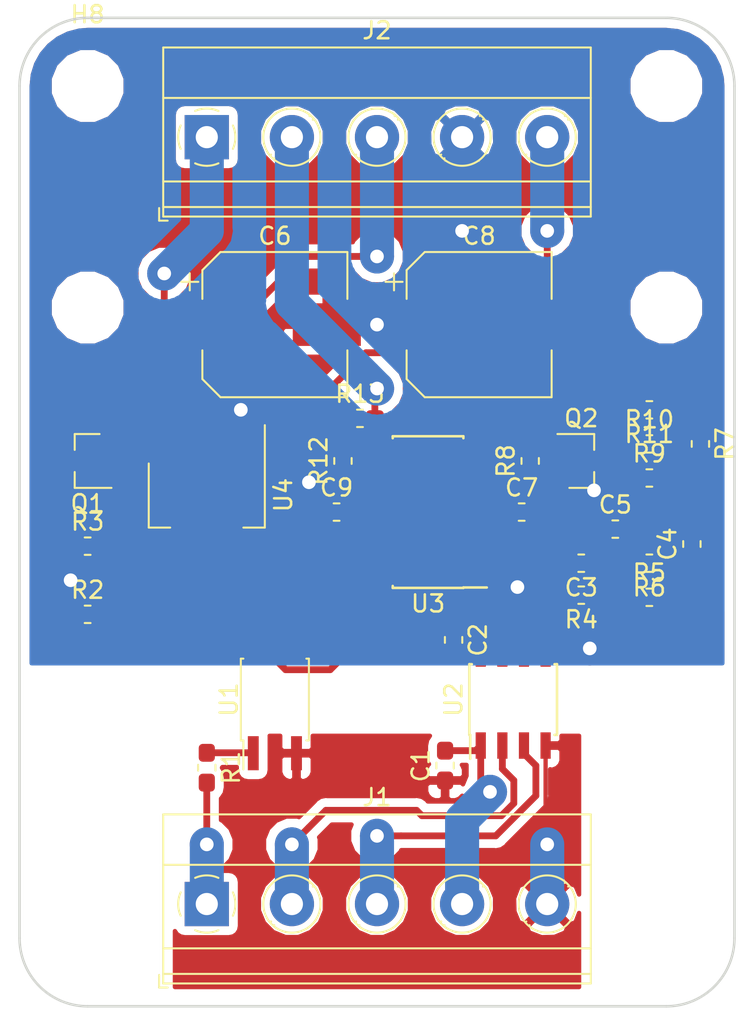
<source format=kicad_pcb>
(kicad_pcb (version 20171130) (host pcbnew 5.0.1-33cea8e~68~ubuntu18.04.1)

  (general
    (thickness 1.6)
    (drawings 8)
    (tracks 238)
    (zones 0)
    (modules 38)
    (nets 26)
  )

  (page A4)
  (layers
    (0 F.Cu signal)
    (31 B.Cu signal)
    (32 B.Adhes user)
    (33 F.Adhes user)
    (34 B.Paste user)
    (35 F.Paste user)
    (36 B.SilkS user)
    (37 F.SilkS user)
    (38 B.Mask user)
    (39 F.Mask user)
    (40 Dwgs.User user)
    (41 Cmts.User user)
    (42 Eco1.User user)
    (43 Eco2.User user)
    (44 Edge.Cuts user)
    (45 Margin user)
    (46 B.CrtYd user)
    (47 F.CrtYd user)
    (48 B.Fab user)
    (49 F.Fab user)
  )

  (setup
    (last_trace_width 0.4)
    (user_trace_width 0.4)
    (user_trace_width 1)
    (user_trace_width 2)
    (trace_clearance 0.2)
    (zone_clearance 0.508)
    (zone_45_only no)
    (trace_min 0.2)
    (segment_width 0.2)
    (edge_width 0.15)
    (via_size 1.4)
    (via_drill 0.8)
    (via_min_size 0.4)
    (via_min_drill 0.3)
    (uvia_size 0.3)
    (uvia_drill 0.1)
    (uvias_allowed no)
    (uvia_min_size 0.2)
    (uvia_min_drill 0.1)
    (pcb_text_width 0.3)
    (pcb_text_size 1.5 1.5)
    (mod_edge_width 0.15)
    (mod_text_size 1 1)
    (mod_text_width 0.15)
    (pad_size 1.524 1.524)
    (pad_drill 0.762)
    (pad_to_mask_clearance 0.051)
    (solder_mask_min_width 0.25)
    (aux_axis_origin 0 0)
    (visible_elements FFFFFF7F)
    (pcbplotparams
      (layerselection 0x010fc_ffffffff)
      (usegerberextensions false)
      (usegerberattributes false)
      (usegerberadvancedattributes false)
      (creategerberjobfile false)
      (excludeedgelayer true)
      (linewidth 0.100000)
      (plotframeref false)
      (viasonmask false)
      (mode 1)
      (useauxorigin false)
      (hpglpennumber 1)
      (hpglpenspeed 20)
      (hpglpendiameter 15.000000)
      (psnegative false)
      (psa4output false)
      (plotreference true)
      (plotvalue true)
      (plotinvisibletext false)
      (padsonsilk false)
      (subtractmaskfromsilk false)
      (outputformat 1)
      (mirror false)
      (drillshape 1)
      (scaleselection 1)
      (outputdirectory ""))
  )

  (net 0 "")
  (net 1 ENA_IN)
  (net 2 DIR_IN)
  (net 3 PWM_IN)
  (net 4 5V_IN)
  (net 5 GNDD)
  (net 6 -15V)
  (net 7 GND)
  (net 8 +15V)
  (net 9 OUT)
  (net 10 ENA_OUT)
  (net 11 "Net-(R12-Pad2)")
  (net 12 "Net-(R11-Pad1)")
  (net 13 "Net-(R10-Pad1)")
  (net 14 "Net-(C5-Pad1)")
  (net 15 "Net-(Q2-Pad3)")
  (net 16 "Net-(Q2-Pad1)")
  (net 17 DIR)
  (net 18 "Net-(C5-Pad2)")
  (net 19 "Net-(C4-Pad1)")
  (net 20 "Net-(R1-Pad1)")
  (net 21 "Net-(R2-Pad1)")
  (net 22 +5V)
  (net 23 "Net-(Q1-Pad1)")
  (net 24 "Net-(C3-Pad1)")
  (net 25 PWM)

  (net_class Default "This is the default net class."
    (clearance 0.2)
    (trace_width 0.25)
    (via_dia 1.4)
    (via_drill 0.8)
    (uvia_dia 0.3)
    (uvia_drill 0.1)
    (add_net +15V)
    (add_net +5V)
    (add_net -15V)
    (add_net 5V_IN)
    (add_net DIR)
    (add_net DIR_IN)
    (add_net ENA_IN)
    (add_net ENA_OUT)
    (add_net GND)
    (add_net GNDD)
    (add_net "Net-(C3-Pad1)")
    (add_net "Net-(C4-Pad1)")
    (add_net "Net-(C5-Pad1)")
    (add_net "Net-(C5-Pad2)")
    (add_net "Net-(Q1-Pad1)")
    (add_net "Net-(Q2-Pad1)")
    (add_net "Net-(Q2-Pad3)")
    (add_net "Net-(R1-Pad1)")
    (add_net "Net-(R10-Pad1)")
    (add_net "Net-(R11-Pad1)")
    (add_net "Net-(R12-Pad2)")
    (add_net "Net-(R2-Pad1)")
    (add_net OUT)
    (add_net PWM)
    (add_net PWM_IN)
  )

  (module TerminalBlock_Phoenix:TerminalBlock_Phoenix_MKDS-1,5-5_1x05_P5.00mm_Horizontal (layer F.Cu) (tedit 5B294EE6) (tstamp 5C41CBAB)
    (at 120 130)
    (descr "Terminal Block Phoenix MKDS-1,5-5, 5 pins, pitch 5mm, size 25x9.8mm^2, drill diamater 1.3mm, pad diameter 2.6mm, see http://www.farnell.com/datasheets/100425.pdf, script-generated using https://github.com/pointhi/kicad-footprint-generator/scripts/TerminalBlock_Phoenix")
    (tags "THT Terminal Block Phoenix MKDS-1,5-5 pitch 5mm size 25x9.8mm^2 drill 1.3mm pad 2.6mm")
    (path /5C36E628)
    (fp_text reference J1 (at 10 -6.26) (layer F.SilkS)
      (effects (font (size 1 1) (thickness 0.15)))
    )
    (fp_text value IN_SIGNAL (at 10 5.66) (layer F.Fab)
      (effects (font (size 1 1) (thickness 0.15)))
    )
    (fp_arc (start 0 0) (end 0 1.68) (angle -24) (layer F.SilkS) (width 0.12))
    (fp_arc (start 0 0) (end 1.535 0.684) (angle -48) (layer F.SilkS) (width 0.12))
    (fp_arc (start 0 0) (end 0.684 -1.535) (angle -48) (layer F.SilkS) (width 0.12))
    (fp_arc (start 0 0) (end -1.535 -0.684) (angle -48) (layer F.SilkS) (width 0.12))
    (fp_arc (start 0 0) (end -0.684 1.535) (angle -25) (layer F.SilkS) (width 0.12))
    (fp_circle (center 0 0) (end 1.5 0) (layer F.Fab) (width 0.1))
    (fp_circle (center 5 0) (end 6.5 0) (layer F.Fab) (width 0.1))
    (fp_circle (center 5 0) (end 6.68 0) (layer F.SilkS) (width 0.12))
    (fp_circle (center 10 0) (end 11.5 0) (layer F.Fab) (width 0.1))
    (fp_circle (center 10 0) (end 11.68 0) (layer F.SilkS) (width 0.12))
    (fp_circle (center 15 0) (end 16.5 0) (layer F.Fab) (width 0.1))
    (fp_circle (center 15 0) (end 16.68 0) (layer F.SilkS) (width 0.12))
    (fp_circle (center 20 0) (end 21.5 0) (layer F.Fab) (width 0.1))
    (fp_circle (center 20 0) (end 21.68 0) (layer F.SilkS) (width 0.12))
    (fp_line (start -2.5 -5.2) (end 22.5 -5.2) (layer F.Fab) (width 0.1))
    (fp_line (start 22.5 -5.2) (end 22.5 4.6) (layer F.Fab) (width 0.1))
    (fp_line (start 22.5 4.6) (end -2 4.6) (layer F.Fab) (width 0.1))
    (fp_line (start -2 4.6) (end -2.5 4.1) (layer F.Fab) (width 0.1))
    (fp_line (start -2.5 4.1) (end -2.5 -5.2) (layer F.Fab) (width 0.1))
    (fp_line (start -2.5 4.1) (end 22.5 4.1) (layer F.Fab) (width 0.1))
    (fp_line (start -2.56 4.1) (end 22.56 4.1) (layer F.SilkS) (width 0.12))
    (fp_line (start -2.5 2.6) (end 22.5 2.6) (layer F.Fab) (width 0.1))
    (fp_line (start -2.56 2.6) (end 22.56 2.6) (layer F.SilkS) (width 0.12))
    (fp_line (start -2.5 -2.3) (end 22.5 -2.3) (layer F.Fab) (width 0.1))
    (fp_line (start -2.56 -2.301) (end 22.56 -2.301) (layer F.SilkS) (width 0.12))
    (fp_line (start -2.56 -5.261) (end 22.56 -5.261) (layer F.SilkS) (width 0.12))
    (fp_line (start -2.56 4.66) (end 22.56 4.66) (layer F.SilkS) (width 0.12))
    (fp_line (start -2.56 -5.261) (end -2.56 4.66) (layer F.SilkS) (width 0.12))
    (fp_line (start 22.56 -5.261) (end 22.56 4.66) (layer F.SilkS) (width 0.12))
    (fp_line (start 1.138 -0.955) (end -0.955 1.138) (layer F.Fab) (width 0.1))
    (fp_line (start 0.955 -1.138) (end -1.138 0.955) (layer F.Fab) (width 0.1))
    (fp_line (start 6.138 -0.955) (end 4.046 1.138) (layer F.Fab) (width 0.1))
    (fp_line (start 5.955 -1.138) (end 3.863 0.955) (layer F.Fab) (width 0.1))
    (fp_line (start 6.275 -1.069) (end 6.228 -1.023) (layer F.SilkS) (width 0.12))
    (fp_line (start 3.966 1.239) (end 3.931 1.274) (layer F.SilkS) (width 0.12))
    (fp_line (start 6.07 -1.275) (end 6.035 -1.239) (layer F.SilkS) (width 0.12))
    (fp_line (start 3.773 1.023) (end 3.726 1.069) (layer F.SilkS) (width 0.12))
    (fp_line (start 11.138 -0.955) (end 9.046 1.138) (layer F.Fab) (width 0.1))
    (fp_line (start 10.955 -1.138) (end 8.863 0.955) (layer F.Fab) (width 0.1))
    (fp_line (start 11.275 -1.069) (end 11.228 -1.023) (layer F.SilkS) (width 0.12))
    (fp_line (start 8.966 1.239) (end 8.931 1.274) (layer F.SilkS) (width 0.12))
    (fp_line (start 11.07 -1.275) (end 11.035 -1.239) (layer F.SilkS) (width 0.12))
    (fp_line (start 8.773 1.023) (end 8.726 1.069) (layer F.SilkS) (width 0.12))
    (fp_line (start 16.138 -0.955) (end 14.046 1.138) (layer F.Fab) (width 0.1))
    (fp_line (start 15.955 -1.138) (end 13.863 0.955) (layer F.Fab) (width 0.1))
    (fp_line (start 16.275 -1.069) (end 16.228 -1.023) (layer F.SilkS) (width 0.12))
    (fp_line (start 13.966 1.239) (end 13.931 1.274) (layer F.SilkS) (width 0.12))
    (fp_line (start 16.07 -1.275) (end 16.035 -1.239) (layer F.SilkS) (width 0.12))
    (fp_line (start 13.773 1.023) (end 13.726 1.069) (layer F.SilkS) (width 0.12))
    (fp_line (start 21.138 -0.955) (end 19.046 1.138) (layer F.Fab) (width 0.1))
    (fp_line (start 20.955 -1.138) (end 18.863 0.955) (layer F.Fab) (width 0.1))
    (fp_line (start 21.275 -1.069) (end 21.228 -1.023) (layer F.SilkS) (width 0.12))
    (fp_line (start 18.966 1.239) (end 18.931 1.274) (layer F.SilkS) (width 0.12))
    (fp_line (start 21.07 -1.275) (end 21.035 -1.239) (layer F.SilkS) (width 0.12))
    (fp_line (start 18.773 1.023) (end 18.726 1.069) (layer F.SilkS) (width 0.12))
    (fp_line (start -2.8 4.16) (end -2.8 4.9) (layer F.SilkS) (width 0.12))
    (fp_line (start -2.8 4.9) (end -2.3 4.9) (layer F.SilkS) (width 0.12))
    (fp_line (start -3 -5.71) (end -3 5.1) (layer F.CrtYd) (width 0.05))
    (fp_line (start -3 5.1) (end 23 5.1) (layer F.CrtYd) (width 0.05))
    (fp_line (start 23 5.1) (end 23 -5.71) (layer F.CrtYd) (width 0.05))
    (fp_line (start 23 -5.71) (end -3 -5.71) (layer F.CrtYd) (width 0.05))
    (fp_text user %R (at 10 3.2) (layer F.Fab)
      (effects (font (size 1 1) (thickness 0.15)))
    )
    (pad 1 thru_hole rect (at 0 0) (size 2.6 2.6) (drill 1.3) (layers *.Cu *.Mask)
      (net 1 ENA_IN))
    (pad 2 thru_hole circle (at 5 0) (size 2.6 2.6) (drill 1.3) (layers *.Cu *.Mask)
      (net 3 PWM_IN))
    (pad 3 thru_hole circle (at 10 0) (size 2.6 2.6) (drill 1.3) (layers *.Cu *.Mask)
      (net 2 DIR_IN))
    (pad 4 thru_hole circle (at 15 0) (size 2.6 2.6) (drill 1.3) (layers *.Cu *.Mask)
      (net 4 5V_IN))
    (pad 5 thru_hole circle (at 20 0) (size 2.6 2.6) (drill 1.3) (layers *.Cu *.Mask)
      (net 5 GNDD))
    (model ${KISYS3DMOD}/TerminalBlock_Phoenix.3dshapes/TerminalBlock_Phoenix_MKDS-1,5-5_1x05_P5.00mm_Horizontal.wrl
      (at (xyz 0 0 0))
      (scale (xyz 1 1 1))
      (rotate (xyz 0 0 0))
    )
  )

  (module Resistor_SMD:R_0603_1608Metric_Pad1.05x0.95mm_HandSolder (layer F.Cu) (tedit 5B301BBD) (tstamp 5C4219DE)
    (at 129 101.5)
    (descr "Resistor SMD 0603 (1608 Metric), square (rectangular) end terminal, IPC_7351 nominal with elongated pad for handsoldering. (Body size source: http://www.tortai-tech.com/upload/download/2011102023233369053.pdf), generated with kicad-footprint-generator")
    (tags "resistor handsolder")
    (path /5C352FB5)
    (attr smd)
    (fp_text reference R13 (at 0 -1.43) (layer F.SilkS)
      (effects (font (size 1 1) (thickness 0.15)))
    )
    (fp_text value 10k (at 0 1.43) (layer F.Fab)
      (effects (font (size 1 1) (thickness 0.15)))
    )
    (fp_line (start -0.8 0.4) (end -0.8 -0.4) (layer F.Fab) (width 0.1))
    (fp_line (start -0.8 -0.4) (end 0.8 -0.4) (layer F.Fab) (width 0.1))
    (fp_line (start 0.8 -0.4) (end 0.8 0.4) (layer F.Fab) (width 0.1))
    (fp_line (start 0.8 0.4) (end -0.8 0.4) (layer F.Fab) (width 0.1))
    (fp_line (start -0.171267 -0.51) (end 0.171267 -0.51) (layer F.SilkS) (width 0.12))
    (fp_line (start -0.171267 0.51) (end 0.171267 0.51) (layer F.SilkS) (width 0.12))
    (fp_line (start -1.65 0.73) (end -1.65 -0.73) (layer F.CrtYd) (width 0.05))
    (fp_line (start -1.65 -0.73) (end 1.65 -0.73) (layer F.CrtYd) (width 0.05))
    (fp_line (start 1.65 -0.73) (end 1.65 0.73) (layer F.CrtYd) (width 0.05))
    (fp_line (start 1.65 0.73) (end -1.65 0.73) (layer F.CrtYd) (width 0.05))
    (fp_text user %R (at 0 0) (layer F.Fab)
      (effects (font (size 0.4 0.4) (thickness 0.06)))
    )
    (pad 1 smd roundrect (at -0.875 0) (size 1.05 0.95) (layers F.Cu F.Paste F.Mask) (roundrect_rratio 0.25)
      (net 11 "Net-(R12-Pad2)"))
    (pad 2 smd roundrect (at 0.875 0) (size 1.05 0.95) (layers F.Cu F.Paste F.Mask) (roundrect_rratio 0.25)
      (net 9 OUT))
    (model ${KISYS3DMOD}/Resistor_SMD.3dshapes/R_0603_1608Metric.wrl
      (at (xyz 0 0 0))
      (scale (xyz 1 1 1))
      (rotate (xyz 0 0 0))
    )
  )

  (module MountingHole:MountingHole_3.2mm_M3 (layer F.Cu) (tedit 5C350408) (tstamp 5C420EFD)
    (at 113 82)
    (descr "Mounting Hole 3.2mm, no annular, M3")
    (tags "mounting hole 3.2mm no annular m3")
    (path /5C37A2C0)
    (attr virtual)
    (fp_text reference H8 (at 0 -4.2) (layer F.SilkS)
      (effects (font (size 1 1) (thickness 0.15)))
    )
    (fp_text value MountingHole (at 0 4.2) (layer F.Fab)
      (effects (font (size 1 1) (thickness 0.15)))
    )
    (fp_circle (center 0 0) (end 3.45 0) (layer F.CrtYd) (width 0.05))
    (fp_circle (center 0 0) (end 3.2 0) (layer Cmts.User) (width 0.15))
    (fp_text user %R (at 0.3 0) (layer F.Fab)
      (effects (font (size 1 1) (thickness 0.15)))
    )
    (pad 1 np_thru_hole circle (at 0 0) (size 3.2 3.2) (drill 3.2) (layers *.Cu *.Mask))
  )

  (module MountingHole:MountingHole_3.2mm_M3 (layer F.Cu) (tedit 5C350406) (tstamp 5C41EB9C)
    (at 147 82)
    (descr "Mounting Hole 3.2mm, no annular, M3")
    (tags "mounting hole 3.2mm no annular m3")
    (path /5C37A2BA)
    (attr virtual)
    (fp_text reference H7 (at 0 -4.2) (layer F.SilkS) hide
      (effects (font (size 1 1) (thickness 0.15)))
    )
    (fp_text value MountingHole (at 0 4.2) (layer F.Fab)
      (effects (font (size 1 1) (thickness 0.15)))
    )
    (fp_text user %R (at 0.3 0) (layer F.Fab)
      (effects (font (size 1 1) (thickness 0.15)))
    )
    (fp_circle (center 0 0) (end 3.2 0) (layer Cmts.User) (width 0.15))
    (fp_circle (center 0 0) (end 3.45 0) (layer F.CrtYd) (width 0.05))
    (pad 1 np_thru_hole circle (at 0 0) (size 3.2 3.2) (drill 3.2) (layers *.Cu *.Mask))
  )

  (module MountingHole:MountingHole_3.2mm_M3 (layer F.Cu) (tedit 5C3503F5) (tstamp 5C41DE2C)
    (at 147 132)
    (descr "Mounting Hole 3.2mm, no annular, M3")
    (tags "mounting hole 3.2mm no annular m3")
    (path /5C377BDD)
    (attr virtual)
    (fp_text reference H6 (at 0 -4.2) (layer F.SilkS) hide
      (effects (font (size 1 1) (thickness 0.15)))
    )
    (fp_text value MountingHole (at 0 4.2) (layer F.Fab)
      (effects (font (size 1 1) (thickness 0.15)))
    )
    (fp_circle (center 0 0) (end 3.45 0) (layer F.CrtYd) (width 0.05))
    (fp_circle (center 0 0) (end 3.2 0) (layer Cmts.User) (width 0.15))
    (fp_text user %R (at 0.3 0) (layer F.Fab)
      (effects (font (size 1 1) (thickness 0.15)))
    )
    (pad 1 np_thru_hole circle (at 0 0) (size 3.2 3.2) (drill 3.2) (layers *.Cu *.Mask))
  )

  (module MountingHole:MountingHole_3.2mm_M3 (layer F.Cu) (tedit 5C3503FC) (tstamp 5C41DE24)
    (at 113 120)
    (descr "Mounting Hole 3.2mm, no annular, M3")
    (tags "mounting hole 3.2mm no annular m3")
    (path /5C377822)
    (attr virtual)
    (fp_text reference H1 (at 0 -4.2) (layer F.SilkS) hide
      (effects (font (size 1 1) (thickness 0.15)))
    )
    (fp_text value MountingHole (at 0 4.2) (layer F.Fab)
      (effects (font (size 1 1) (thickness 0.15)))
    )
    (fp_text user %R (at 0.3 0) (layer F.Fab)
      (effects (font (size 1 1) (thickness 0.15)))
    )
    (fp_circle (center 0 0) (end 3.2 0) (layer Cmts.User) (width 0.15))
    (fp_circle (center 0 0) (end 3.45 0) (layer F.CrtYd) (width 0.05))
    (pad 1 np_thru_hole circle (at 0 0) (size 3.2 3.2) (drill 3.2) (layers *.Cu *.Mask))
  )

  (module MountingHole:MountingHole_3.2mm_M3 (layer F.Cu) (tedit 5C350402) (tstamp 5C41DE1C)
    (at 113 95)
    (descr "Mounting Hole 3.2mm, no annular, M3")
    (tags "mounting hole 3.2mm no annular m3")
    (path /5C377BD1)
    (attr virtual)
    (fp_text reference H2 (at 0 -4.2) (layer F.SilkS) hide
      (effects (font (size 1 1) (thickness 0.15)))
    )
    (fp_text value MountingHole (at 0 4.2) (layer F.Fab)
      (effects (font (size 1 1) (thickness 0.15)))
    )
    (fp_circle (center 0 0) (end 3.45 0) (layer F.CrtYd) (width 0.05))
    (fp_circle (center 0 0) (end 3.2 0) (layer Cmts.User) (width 0.15))
    (fp_text user %R (at 0.3 0) (layer F.Fab)
      (effects (font (size 1 1) (thickness 0.15)))
    )
    (pad 1 np_thru_hole circle (at 0 0) (size 3.2 3.2) (drill 3.2) (layers *.Cu *.Mask))
  )

  (module MountingHole:MountingHole_3.2mm_M3 (layer F.Cu) (tedit 5C3503F9) (tstamp 5C41DE14)
    (at 147 120)
    (descr "Mounting Hole 3.2mm, no annular, M3")
    (tags "mounting hole 3.2mm no annular m3")
    (path /5C377979)
    (attr virtual)
    (fp_text reference H3 (at 0 -4.2) (layer F.SilkS) hide
      (effects (font (size 1 1) (thickness 0.15)))
    )
    (fp_text value MountingHole (at 0 4.2) (layer F.Fab)
      (effects (font (size 1 1) (thickness 0.15)))
    )
    (fp_text user %R (at 0.3 0) (layer F.Fab)
      (effects (font (size 1 1) (thickness 0.15)))
    )
    (fp_circle (center 0 0) (end 3.2 0) (layer Cmts.User) (width 0.15))
    (fp_circle (center 0 0) (end 3.45 0) (layer F.CrtYd) (width 0.05))
    (pad 1 np_thru_hole circle (at 0 0) (size 3.2 3.2) (drill 3.2) (layers *.Cu *.Mask))
  )

  (module MountingHole:MountingHole_3.2mm_M3 (layer F.Cu) (tedit 5C3503FE) (tstamp 5C41DE0C)
    (at 147 95)
    (descr "Mounting Hole 3.2mm, no annular, M3")
    (tags "mounting hole 3.2mm no annular m3")
    (path /5C377BD7)
    (attr virtual)
    (fp_text reference H4 (at 0 -4.2) (layer F.SilkS) hide
      (effects (font (size 1 1) (thickness 0.15)))
    )
    (fp_text value MountingHole (at 0 4.2) (layer F.Fab)
      (effects (font (size 1 1) (thickness 0.15)))
    )
    (fp_circle (center 0 0) (end 3.45 0) (layer F.CrtYd) (width 0.05))
    (fp_circle (center 0 0) (end 3.2 0) (layer Cmts.User) (width 0.15))
    (fp_text user %R (at 0.3 0) (layer F.Fab)
      (effects (font (size 1 1) (thickness 0.15)))
    )
    (pad 1 np_thru_hole circle (at 0 0) (size 3.2 3.2) (drill 3.2) (layers *.Cu *.Mask))
  )

  (module MountingHole:MountingHole_3.2mm_M3 (layer F.Cu) (tedit 5C3503F2) (tstamp 5C41DE04)
    (at 113 132)
    (descr "Mounting Hole 3.2mm, no annular, M3")
    (tags "mounting hole 3.2mm no annular m3")
    (path /5C3779EF)
    (attr virtual)
    (fp_text reference H5 (at 0 -4.2) (layer F.SilkS) hide
      (effects (font (size 1 1) (thickness 0.15)))
    )
    (fp_text value MountingHole (at 0 4.2) (layer F.Fab)
      (effects (font (size 1 1) (thickness 0.15)))
    )
    (fp_text user %R (at 0.3 0) (layer F.Fab)
      (effects (font (size 1 1) (thickness 0.15)))
    )
    (fp_circle (center 0 0) (end 3.2 0) (layer Cmts.User) (width 0.15))
    (fp_circle (center 0 0) (end 3.45 0) (layer F.CrtYd) (width 0.05))
    (pad 1 np_thru_hole circle (at 0 0) (size 3.2 3.2) (drill 3.2) (layers *.Cu *.Mask))
  )

  (module Capacitor_SMD:CP_Elec_8x5.4 (layer F.Cu) (tedit 5A841F9D) (tstamp 5C4294B3)
    (at 124 96)
    (descr "SMT capacitor, aluminium electrolytic, 8x5.4, Nichicon ")
    (tags "Capacitor Electrolytic")
    (path /5C36A331)
    (attr smd)
    (fp_text reference C6 (at 0 -5.2) (layer F.SilkS)
      (effects (font (size 1 1) (thickness 0.15)))
    )
    (fp_text value 10u (at 0 5.2) (layer F.Fab)
      (effects (font (size 1 1) (thickness 0.15)))
    )
    (fp_text user %R (at 0 0) (layer F.Fab)
      (effects (font (size 1 1) (thickness 0.15)))
    )
    (fp_line (start -5.3 1.5) (end -4.4 1.5) (layer F.CrtYd) (width 0.05))
    (fp_line (start -5.3 -1.5) (end -5.3 1.5) (layer F.CrtYd) (width 0.05))
    (fp_line (start -4.4 -1.5) (end -5.3 -1.5) (layer F.CrtYd) (width 0.05))
    (fp_line (start -4.4 1.5) (end -4.4 3.25) (layer F.CrtYd) (width 0.05))
    (fp_line (start -4.4 -3.25) (end -4.4 -1.5) (layer F.CrtYd) (width 0.05))
    (fp_line (start -4.4 -3.25) (end -3.25 -4.4) (layer F.CrtYd) (width 0.05))
    (fp_line (start -4.4 3.25) (end -3.25 4.4) (layer F.CrtYd) (width 0.05))
    (fp_line (start -3.25 -4.4) (end 4.4 -4.4) (layer F.CrtYd) (width 0.05))
    (fp_line (start -3.25 4.4) (end 4.4 4.4) (layer F.CrtYd) (width 0.05))
    (fp_line (start 4.4 1.5) (end 4.4 4.4) (layer F.CrtYd) (width 0.05))
    (fp_line (start 5.3 1.5) (end 4.4 1.5) (layer F.CrtYd) (width 0.05))
    (fp_line (start 5.3 -1.5) (end 5.3 1.5) (layer F.CrtYd) (width 0.05))
    (fp_line (start 4.4 -1.5) (end 5.3 -1.5) (layer F.CrtYd) (width 0.05))
    (fp_line (start 4.4 -4.4) (end 4.4 -1.5) (layer F.CrtYd) (width 0.05))
    (fp_line (start -5 -3.01) (end -5 -2.01) (layer F.SilkS) (width 0.12))
    (fp_line (start -5.5 -2.51) (end -4.5 -2.51) (layer F.SilkS) (width 0.12))
    (fp_line (start -4.26 3.195563) (end -3.195563 4.26) (layer F.SilkS) (width 0.12))
    (fp_line (start -4.26 -3.195563) (end -3.195563 -4.26) (layer F.SilkS) (width 0.12))
    (fp_line (start -4.26 -3.195563) (end -4.26 -1.51) (layer F.SilkS) (width 0.12))
    (fp_line (start -4.26 3.195563) (end -4.26 1.51) (layer F.SilkS) (width 0.12))
    (fp_line (start -3.195563 4.26) (end 4.26 4.26) (layer F.SilkS) (width 0.12))
    (fp_line (start -3.195563 -4.26) (end 4.26 -4.26) (layer F.SilkS) (width 0.12))
    (fp_line (start 4.26 -4.26) (end 4.26 -1.51) (layer F.SilkS) (width 0.12))
    (fp_line (start 4.26 4.26) (end 4.26 1.51) (layer F.SilkS) (width 0.12))
    (fp_line (start -3.162278 -1.9) (end -3.162278 -1.1) (layer F.Fab) (width 0.1))
    (fp_line (start -3.562278 -1.5) (end -2.762278 -1.5) (layer F.Fab) (width 0.1))
    (fp_line (start -4.15 3.15) (end -3.15 4.15) (layer F.Fab) (width 0.1))
    (fp_line (start -4.15 -3.15) (end -3.15 -4.15) (layer F.Fab) (width 0.1))
    (fp_line (start -4.15 -3.15) (end -4.15 3.15) (layer F.Fab) (width 0.1))
    (fp_line (start -3.15 4.15) (end 4.15 4.15) (layer F.Fab) (width 0.1))
    (fp_line (start -3.15 -4.15) (end 4.15 -4.15) (layer F.Fab) (width 0.1))
    (fp_line (start 4.15 -4.15) (end 4.15 4.15) (layer F.Fab) (width 0.1))
    (fp_circle (center 0 0) (end 4 0) (layer F.Fab) (width 0.1))
    (pad 2 smd rect (at 3.05 0) (size 4 2.5) (layers F.Cu F.Paste F.Mask)
      (net 7 GND))
    (pad 1 smd rect (at -3.05 0) (size 4 2.5) (layers F.Cu F.Paste F.Mask)
      (net 8 +15V))
    (model ${KISYS3DMOD}/Capacitor_SMD.3dshapes/CP_Elec_8x5.4.wrl
      (at (xyz 0 0 0))
      (scale (xyz 1 1 1))
      (rotate (xyz 0 0 0))
    )
  )

  (module Capacitor_SMD:CP_Elec_8x5.4 (layer F.Cu) (tedit 5A841F9D) (tstamp 5C41F7CB)
    (at 136 96)
    (descr "SMT capacitor, aluminium electrolytic, 8x5.4, Nichicon ")
    (tags "Capacitor Electrolytic")
    (path /5C36A48E)
    (attr smd)
    (fp_text reference C8 (at 0 -5.2) (layer F.SilkS)
      (effects (font (size 1 1) (thickness 0.15)))
    )
    (fp_text value 10u (at 0 5.2) (layer F.Fab)
      (effects (font (size 1 1) (thickness 0.15)))
    )
    (fp_circle (center 0 0) (end 4 0) (layer F.Fab) (width 0.1))
    (fp_line (start 4.15 -4.15) (end 4.15 4.15) (layer F.Fab) (width 0.1))
    (fp_line (start -3.15 -4.15) (end 4.15 -4.15) (layer F.Fab) (width 0.1))
    (fp_line (start -3.15 4.15) (end 4.15 4.15) (layer F.Fab) (width 0.1))
    (fp_line (start -4.15 -3.15) (end -4.15 3.15) (layer F.Fab) (width 0.1))
    (fp_line (start -4.15 -3.15) (end -3.15 -4.15) (layer F.Fab) (width 0.1))
    (fp_line (start -4.15 3.15) (end -3.15 4.15) (layer F.Fab) (width 0.1))
    (fp_line (start -3.562278 -1.5) (end -2.762278 -1.5) (layer F.Fab) (width 0.1))
    (fp_line (start -3.162278 -1.9) (end -3.162278 -1.1) (layer F.Fab) (width 0.1))
    (fp_line (start 4.26 4.26) (end 4.26 1.51) (layer F.SilkS) (width 0.12))
    (fp_line (start 4.26 -4.26) (end 4.26 -1.51) (layer F.SilkS) (width 0.12))
    (fp_line (start -3.195563 -4.26) (end 4.26 -4.26) (layer F.SilkS) (width 0.12))
    (fp_line (start -3.195563 4.26) (end 4.26 4.26) (layer F.SilkS) (width 0.12))
    (fp_line (start -4.26 3.195563) (end -4.26 1.51) (layer F.SilkS) (width 0.12))
    (fp_line (start -4.26 -3.195563) (end -4.26 -1.51) (layer F.SilkS) (width 0.12))
    (fp_line (start -4.26 -3.195563) (end -3.195563 -4.26) (layer F.SilkS) (width 0.12))
    (fp_line (start -4.26 3.195563) (end -3.195563 4.26) (layer F.SilkS) (width 0.12))
    (fp_line (start -5.5 -2.51) (end -4.5 -2.51) (layer F.SilkS) (width 0.12))
    (fp_line (start -5 -3.01) (end -5 -2.01) (layer F.SilkS) (width 0.12))
    (fp_line (start 4.4 -4.4) (end 4.4 -1.5) (layer F.CrtYd) (width 0.05))
    (fp_line (start 4.4 -1.5) (end 5.3 -1.5) (layer F.CrtYd) (width 0.05))
    (fp_line (start 5.3 -1.5) (end 5.3 1.5) (layer F.CrtYd) (width 0.05))
    (fp_line (start 5.3 1.5) (end 4.4 1.5) (layer F.CrtYd) (width 0.05))
    (fp_line (start 4.4 1.5) (end 4.4 4.4) (layer F.CrtYd) (width 0.05))
    (fp_line (start -3.25 4.4) (end 4.4 4.4) (layer F.CrtYd) (width 0.05))
    (fp_line (start -3.25 -4.4) (end 4.4 -4.4) (layer F.CrtYd) (width 0.05))
    (fp_line (start -4.4 3.25) (end -3.25 4.4) (layer F.CrtYd) (width 0.05))
    (fp_line (start -4.4 -3.25) (end -3.25 -4.4) (layer F.CrtYd) (width 0.05))
    (fp_line (start -4.4 -3.25) (end -4.4 -1.5) (layer F.CrtYd) (width 0.05))
    (fp_line (start -4.4 1.5) (end -4.4 3.25) (layer F.CrtYd) (width 0.05))
    (fp_line (start -4.4 -1.5) (end -5.3 -1.5) (layer F.CrtYd) (width 0.05))
    (fp_line (start -5.3 -1.5) (end -5.3 1.5) (layer F.CrtYd) (width 0.05))
    (fp_line (start -5.3 1.5) (end -4.4 1.5) (layer F.CrtYd) (width 0.05))
    (fp_text user %R (at 0 0) (layer F.Fab)
      (effects (font (size 1 1) (thickness 0.15)))
    )
    (pad 1 smd rect (at -3.05 0) (size 4 2.5) (layers F.Cu F.Paste F.Mask)
      (net 7 GND))
    (pad 2 smd rect (at 3.05 0) (size 4 2.5) (layers F.Cu F.Paste F.Mask)
      (net 6 -15V))
    (model ${KISYS3DMOD}/Capacitor_SMD.3dshapes/CP_Elec_8x5.4.wrl
      (at (xyz 0 0 0))
      (scale (xyz 1 1 1))
      (rotate (xyz 0 0 0))
    )
  )

  (module Capacitor_SMD:C_0603_1608Metric_Pad1.05x0.95mm_HandSolder (layer F.Cu) (tedit 5B301BBE) (tstamp 5C41CDDF)
    (at 134 121.875 90)
    (descr "Capacitor SMD 0603 (1608 Metric), square (rectangular) end terminal, IPC_7351 nominal with elongated pad for handsoldering. (Body size source: http://www.tortai-tech.com/upload/download/2011102023233369053.pdf), generated with kicad-footprint-generator")
    (tags "capacitor handsolder")
    (path /5C3641FF)
    (attr smd)
    (fp_text reference C1 (at 0 -1.43 90) (layer F.SilkS)
      (effects (font (size 1 1) (thickness 0.15)))
    )
    (fp_text value 100n (at 0 1.43 90) (layer F.Fab)
      (effects (font (size 1 1) (thickness 0.15)))
    )
    (fp_line (start -0.8 0.4) (end -0.8 -0.4) (layer F.Fab) (width 0.1))
    (fp_line (start -0.8 -0.4) (end 0.8 -0.4) (layer F.Fab) (width 0.1))
    (fp_line (start 0.8 -0.4) (end 0.8 0.4) (layer F.Fab) (width 0.1))
    (fp_line (start 0.8 0.4) (end -0.8 0.4) (layer F.Fab) (width 0.1))
    (fp_line (start -0.171267 -0.51) (end 0.171267 -0.51) (layer F.SilkS) (width 0.12))
    (fp_line (start -0.171267 0.51) (end 0.171267 0.51) (layer F.SilkS) (width 0.12))
    (fp_line (start -1.65 0.73) (end -1.65 -0.73) (layer F.CrtYd) (width 0.05))
    (fp_line (start -1.65 -0.73) (end 1.65 -0.73) (layer F.CrtYd) (width 0.05))
    (fp_line (start 1.65 -0.73) (end 1.65 0.73) (layer F.CrtYd) (width 0.05))
    (fp_line (start 1.65 0.73) (end -1.65 0.73) (layer F.CrtYd) (width 0.05))
    (fp_text user %R (at 0 0 90) (layer F.Fab)
      (effects (font (size 0.4 0.4) (thickness 0.06)))
    )
    (pad 1 smd roundrect (at -0.875 0 90) (size 1.05 0.95) (layers F.Cu F.Paste F.Mask) (roundrect_rratio 0.25)
      (net 5 GNDD))
    (pad 2 smd roundrect (at 0.875 0 90) (size 1.05 0.95) (layers F.Cu F.Paste F.Mask) (roundrect_rratio 0.25)
      (net 4 5V_IN))
    (model ${KISYS3DMOD}/Capacitor_SMD.3dshapes/C_0603_1608Metric.wrl
      (at (xyz 0 0 0))
      (scale (xyz 1 1 1))
      (rotate (xyz 0 0 0))
    )
  )

  (module Capacitor_SMD:C_0603_1608Metric_Pad1.05x0.95mm_HandSolder (layer F.Cu) (tedit 5B301BBE) (tstamp 5C41CDCE)
    (at 134.5 114.5 270)
    (descr "Capacitor SMD 0603 (1608 Metric), square (rectangular) end terminal, IPC_7351 nominal with elongated pad for handsoldering. (Body size source: http://www.tortai-tech.com/upload/download/2011102023233369053.pdf), generated with kicad-footprint-generator")
    (tags "capacitor handsolder")
    (path /5C3643B1)
    (attr smd)
    (fp_text reference C2 (at 0 -1.43 270) (layer F.SilkS)
      (effects (font (size 1 1) (thickness 0.15)))
    )
    (fp_text value 100n (at 0 1.43 270) (layer F.Fab)
      (effects (font (size 1 1) (thickness 0.15)))
    )
    (fp_text user %R (at 0 0 270) (layer F.Fab)
      (effects (font (size 0.4 0.4) (thickness 0.06)))
    )
    (fp_line (start 1.65 0.73) (end -1.65 0.73) (layer F.CrtYd) (width 0.05))
    (fp_line (start 1.65 -0.73) (end 1.65 0.73) (layer F.CrtYd) (width 0.05))
    (fp_line (start -1.65 -0.73) (end 1.65 -0.73) (layer F.CrtYd) (width 0.05))
    (fp_line (start -1.65 0.73) (end -1.65 -0.73) (layer F.CrtYd) (width 0.05))
    (fp_line (start -0.171267 0.51) (end 0.171267 0.51) (layer F.SilkS) (width 0.12))
    (fp_line (start -0.171267 -0.51) (end 0.171267 -0.51) (layer F.SilkS) (width 0.12))
    (fp_line (start 0.8 0.4) (end -0.8 0.4) (layer F.Fab) (width 0.1))
    (fp_line (start 0.8 -0.4) (end 0.8 0.4) (layer F.Fab) (width 0.1))
    (fp_line (start -0.8 -0.4) (end 0.8 -0.4) (layer F.Fab) (width 0.1))
    (fp_line (start -0.8 0.4) (end -0.8 -0.4) (layer F.Fab) (width 0.1))
    (pad 2 smd roundrect (at 0.875 0 270) (size 1.05 0.95) (layers F.Cu F.Paste F.Mask) (roundrect_rratio 0.25)
      (net 22 +5V))
    (pad 1 smd roundrect (at -0.875 0 270) (size 1.05 0.95) (layers F.Cu F.Paste F.Mask) (roundrect_rratio 0.25)
      (net 7 GND))
    (model ${KISYS3DMOD}/Capacitor_SMD.3dshapes/C_0603_1608Metric.wrl
      (at (xyz 0 0 0))
      (scale (xyz 1 1 1))
      (rotate (xyz 0 0 0))
    )
  )

  (module Capacitor_SMD:C_0603_1608Metric_Pad1.05x0.95mm_HandSolder (layer F.Cu) (tedit 5B301BBE) (tstamp 5C421B2E)
    (at 142 110 180)
    (descr "Capacitor SMD 0603 (1608 Metric), square (rectangular) end terminal, IPC_7351 nominal with elongated pad for handsoldering. (Body size source: http://www.tortai-tech.com/upload/download/2011102023233369053.pdf), generated with kicad-footprint-generator")
    (tags "capacitor handsolder")
    (path /5C34C8BF)
    (attr smd)
    (fp_text reference C3 (at 0 -1.43 180) (layer F.SilkS)
      (effects (font (size 1 1) (thickness 0.15)))
    )
    (fp_text value 47n (at 0 1.43 180) (layer F.Fab)
      (effects (font (size 1 1) (thickness 0.15)))
    )
    (fp_line (start -0.8 0.4) (end -0.8 -0.4) (layer F.Fab) (width 0.1))
    (fp_line (start -0.8 -0.4) (end 0.8 -0.4) (layer F.Fab) (width 0.1))
    (fp_line (start 0.8 -0.4) (end 0.8 0.4) (layer F.Fab) (width 0.1))
    (fp_line (start 0.8 0.4) (end -0.8 0.4) (layer F.Fab) (width 0.1))
    (fp_line (start -0.171267 -0.51) (end 0.171267 -0.51) (layer F.SilkS) (width 0.12))
    (fp_line (start -0.171267 0.51) (end 0.171267 0.51) (layer F.SilkS) (width 0.12))
    (fp_line (start -1.65 0.73) (end -1.65 -0.73) (layer F.CrtYd) (width 0.05))
    (fp_line (start -1.65 -0.73) (end 1.65 -0.73) (layer F.CrtYd) (width 0.05))
    (fp_line (start 1.65 -0.73) (end 1.65 0.73) (layer F.CrtYd) (width 0.05))
    (fp_line (start 1.65 0.73) (end -1.65 0.73) (layer F.CrtYd) (width 0.05))
    (fp_text user %R (at 0 0 180) (layer F.Fab)
      (effects (font (size 0.4 0.4) (thickness 0.06)))
    )
    (pad 1 smd roundrect (at -0.875 0 180) (size 1.05 0.95) (layers F.Cu F.Paste F.Mask) (roundrect_rratio 0.25)
      (net 24 "Net-(C3-Pad1)"))
    (pad 2 smd roundrect (at 0.875 0 180) (size 1.05 0.95) (layers F.Cu F.Paste F.Mask) (roundrect_rratio 0.25)
      (net 7 GND))
    (model ${KISYS3DMOD}/Capacitor_SMD.3dshapes/C_0603_1608Metric.wrl
      (at (xyz 0 0 0))
      (scale (xyz 1 1 1))
      (rotate (xyz 0 0 0))
    )
  )

  (module Capacitor_SMD:C_0603_1608Metric_Pad1.05x0.95mm_HandSolder (layer F.Cu) (tedit 5B301BBE) (tstamp 5C41CDAC)
    (at 148.5 108.875 90)
    (descr "Capacitor SMD 0603 (1608 Metric), square (rectangular) end terminal, IPC_7351 nominal with elongated pad for handsoldering. (Body size source: http://www.tortai-tech.com/upload/download/2011102023233369053.pdf), generated with kicad-footprint-generator")
    (tags "capacitor handsolder")
    (path /5C34CB66)
    (attr smd)
    (fp_text reference C4 (at 0 -1.43 90) (layer F.SilkS)
      (effects (font (size 1 1) (thickness 0.15)))
    )
    (fp_text value 15n (at 0 1.43 90) (layer F.Fab)
      (effects (font (size 1 1) (thickness 0.15)))
    )
    (fp_text user %R (at 0 0 90) (layer F.Fab)
      (effects (font (size 0.4 0.4) (thickness 0.06)))
    )
    (fp_line (start 1.65 0.73) (end -1.65 0.73) (layer F.CrtYd) (width 0.05))
    (fp_line (start 1.65 -0.73) (end 1.65 0.73) (layer F.CrtYd) (width 0.05))
    (fp_line (start -1.65 -0.73) (end 1.65 -0.73) (layer F.CrtYd) (width 0.05))
    (fp_line (start -1.65 0.73) (end -1.65 -0.73) (layer F.CrtYd) (width 0.05))
    (fp_line (start -0.171267 0.51) (end 0.171267 0.51) (layer F.SilkS) (width 0.12))
    (fp_line (start -0.171267 -0.51) (end 0.171267 -0.51) (layer F.SilkS) (width 0.12))
    (fp_line (start 0.8 0.4) (end -0.8 0.4) (layer F.Fab) (width 0.1))
    (fp_line (start 0.8 -0.4) (end 0.8 0.4) (layer F.Fab) (width 0.1))
    (fp_line (start -0.8 -0.4) (end 0.8 -0.4) (layer F.Fab) (width 0.1))
    (fp_line (start -0.8 0.4) (end -0.8 -0.4) (layer F.Fab) (width 0.1))
    (pad 2 smd roundrect (at 0.875 0 90) (size 1.05 0.95) (layers F.Cu F.Paste F.Mask) (roundrect_rratio 0.25)
      (net 7 GND))
    (pad 1 smd roundrect (at -0.875 0 90) (size 1.05 0.95) (layers F.Cu F.Paste F.Mask) (roundrect_rratio 0.25)
      (net 19 "Net-(C4-Pad1)"))
    (model ${KISYS3DMOD}/Capacitor_SMD.3dshapes/C_0603_1608Metric.wrl
      (at (xyz 0 0 0))
      (scale (xyz 1 1 1))
      (rotate (xyz 0 0 0))
    )
  )

  (module Capacitor_SMD:C_0603_1608Metric_Pad1.05x0.95mm_HandSolder (layer F.Cu) (tedit 5B301BBE) (tstamp 5C421AFE)
    (at 144 108)
    (descr "Capacitor SMD 0603 (1608 Metric), square (rectangular) end terminal, IPC_7351 nominal with elongated pad for handsoldering. (Body size source: http://www.tortai-tech.com/upload/download/2011102023233369053.pdf), generated with kicad-footprint-generator")
    (tags "capacitor handsolder")
    (path /5C34D125)
    (attr smd)
    (fp_text reference C5 (at 0 -1.43) (layer F.SilkS)
      (effects (font (size 1 1) (thickness 0.15)))
    )
    (fp_text value 100n (at 0 1.43) (layer F.Fab)
      (effects (font (size 1 1) (thickness 0.15)))
    )
    (fp_line (start -0.8 0.4) (end -0.8 -0.4) (layer F.Fab) (width 0.1))
    (fp_line (start -0.8 -0.4) (end 0.8 -0.4) (layer F.Fab) (width 0.1))
    (fp_line (start 0.8 -0.4) (end 0.8 0.4) (layer F.Fab) (width 0.1))
    (fp_line (start 0.8 0.4) (end -0.8 0.4) (layer F.Fab) (width 0.1))
    (fp_line (start -0.171267 -0.51) (end 0.171267 -0.51) (layer F.SilkS) (width 0.12))
    (fp_line (start -0.171267 0.51) (end 0.171267 0.51) (layer F.SilkS) (width 0.12))
    (fp_line (start -1.65 0.73) (end -1.65 -0.73) (layer F.CrtYd) (width 0.05))
    (fp_line (start -1.65 -0.73) (end 1.65 -0.73) (layer F.CrtYd) (width 0.05))
    (fp_line (start 1.65 -0.73) (end 1.65 0.73) (layer F.CrtYd) (width 0.05))
    (fp_line (start 1.65 0.73) (end -1.65 0.73) (layer F.CrtYd) (width 0.05))
    (fp_text user %R (at 0 0) (layer F.Fab)
      (effects (font (size 0.4 0.4) (thickness 0.06)))
    )
    (pad 1 smd roundrect (at -0.875 0) (size 1.05 0.95) (layers F.Cu F.Paste F.Mask) (roundrect_rratio 0.25)
      (net 14 "Net-(C5-Pad1)"))
    (pad 2 smd roundrect (at 0.875 0) (size 1.05 0.95) (layers F.Cu F.Paste F.Mask) (roundrect_rratio 0.25)
      (net 18 "Net-(C5-Pad2)"))
    (model ${KISYS3DMOD}/Capacitor_SMD.3dshapes/C_0603_1608Metric.wrl
      (at (xyz 0 0 0))
      (scale (xyz 1 1 1))
      (rotate (xyz 0 0 0))
    )
  )

  (module Capacitor_SMD:C_0603_1608Metric_Pad1.05x0.95mm_HandSolder (layer F.Cu) (tedit 5B301BBE) (tstamp 5C41CD8A)
    (at 138.5 107)
    (descr "Capacitor SMD 0603 (1608 Metric), square (rectangular) end terminal, IPC_7351 nominal with elongated pad for handsoldering. (Body size source: http://www.tortai-tech.com/upload/download/2011102023233369053.pdf), generated with kicad-footprint-generator")
    (tags "capacitor handsolder")
    (path /5C3668E5)
    (attr smd)
    (fp_text reference C7 (at 0 -1.43) (layer F.SilkS)
      (effects (font (size 1 1) (thickness 0.15)))
    )
    (fp_text value 100n (at 0 1.43) (layer F.Fab)
      (effects (font (size 1 1) (thickness 0.15)))
    )
    (fp_text user %R (at 0 0) (layer F.Fab)
      (effects (font (size 0.4 0.4) (thickness 0.06)))
    )
    (fp_line (start 1.65 0.73) (end -1.65 0.73) (layer F.CrtYd) (width 0.05))
    (fp_line (start 1.65 -0.73) (end 1.65 0.73) (layer F.CrtYd) (width 0.05))
    (fp_line (start -1.65 -0.73) (end 1.65 -0.73) (layer F.CrtYd) (width 0.05))
    (fp_line (start -1.65 0.73) (end -1.65 -0.73) (layer F.CrtYd) (width 0.05))
    (fp_line (start -0.171267 0.51) (end 0.171267 0.51) (layer F.SilkS) (width 0.12))
    (fp_line (start -0.171267 -0.51) (end 0.171267 -0.51) (layer F.SilkS) (width 0.12))
    (fp_line (start 0.8 0.4) (end -0.8 0.4) (layer F.Fab) (width 0.1))
    (fp_line (start 0.8 -0.4) (end 0.8 0.4) (layer F.Fab) (width 0.1))
    (fp_line (start -0.8 -0.4) (end 0.8 -0.4) (layer F.Fab) (width 0.1))
    (fp_line (start -0.8 0.4) (end -0.8 -0.4) (layer F.Fab) (width 0.1))
    (pad 2 smd roundrect (at 0.875 0) (size 1.05 0.95) (layers F.Cu F.Paste F.Mask) (roundrect_rratio 0.25)
      (net 7 GND))
    (pad 1 smd roundrect (at -0.875 0) (size 1.05 0.95) (layers F.Cu F.Paste F.Mask) (roundrect_rratio 0.25)
      (net 8 +15V))
    (model ${KISYS3DMOD}/Capacitor_SMD.3dshapes/C_0603_1608Metric.wrl
      (at (xyz 0 0 0))
      (scale (xyz 1 1 1))
      (rotate (xyz 0 0 0))
    )
  )

  (module Capacitor_SMD:C_0603_1608Metric_Pad1.05x0.95mm_HandSolder (layer F.Cu) (tedit 5B301BBE) (tstamp 5C42D8C0)
    (at 127.625 107)
    (descr "Capacitor SMD 0603 (1608 Metric), square (rectangular) end terminal, IPC_7351 nominal with elongated pad for handsoldering. (Body size source: http://www.tortai-tech.com/upload/download/2011102023233369053.pdf), generated with kicad-footprint-generator")
    (tags "capacitor handsolder")
    (path /5C3669A2)
    (attr smd)
    (fp_text reference C9 (at 0 -1.43) (layer F.SilkS)
      (effects (font (size 1 1) (thickness 0.15)))
    )
    (fp_text value 100n (at 0 1.43) (layer F.Fab)
      (effects (font (size 1 1) (thickness 0.15)))
    )
    (fp_line (start -0.8 0.4) (end -0.8 -0.4) (layer F.Fab) (width 0.1))
    (fp_line (start -0.8 -0.4) (end 0.8 -0.4) (layer F.Fab) (width 0.1))
    (fp_line (start 0.8 -0.4) (end 0.8 0.4) (layer F.Fab) (width 0.1))
    (fp_line (start 0.8 0.4) (end -0.8 0.4) (layer F.Fab) (width 0.1))
    (fp_line (start -0.171267 -0.51) (end 0.171267 -0.51) (layer F.SilkS) (width 0.12))
    (fp_line (start -0.171267 0.51) (end 0.171267 0.51) (layer F.SilkS) (width 0.12))
    (fp_line (start -1.65 0.73) (end -1.65 -0.73) (layer F.CrtYd) (width 0.05))
    (fp_line (start -1.65 -0.73) (end 1.65 -0.73) (layer F.CrtYd) (width 0.05))
    (fp_line (start 1.65 -0.73) (end 1.65 0.73) (layer F.CrtYd) (width 0.05))
    (fp_line (start 1.65 0.73) (end -1.65 0.73) (layer F.CrtYd) (width 0.05))
    (fp_text user %R (at 0 0) (layer F.Fab)
      (effects (font (size 0.4 0.4) (thickness 0.06)))
    )
    (pad 1 smd roundrect (at -0.875 0) (size 1.05 0.95) (layers F.Cu F.Paste F.Mask) (roundrect_rratio 0.25)
      (net 7 GND))
    (pad 2 smd roundrect (at 0.875 0) (size 1.05 0.95) (layers F.Cu F.Paste F.Mask) (roundrect_rratio 0.25)
      (net 6 -15V))
    (model ${KISYS3DMOD}/Capacitor_SMD.3dshapes/C_0603_1608Metric.wrl
      (at (xyz 0 0 0))
      (scale (xyz 1 1 1))
      (rotate (xyz 0 0 0))
    )
  )

  (module Package_SO:SO-4_4.4x3.6mm_P2.54mm (layer F.Cu) (tedit 5B1E4C51) (tstamp 5C41F58E)
    (at 124 118 90)
    (descr "4-Lead Plastic Small Outline (SO), see https://www.elpro.org/de/index.php?controller=attachment&id_attachment=339")
    (tags "SO SOIC 2.54")
    (path /5C3487DC)
    (attr smd)
    (fp_text reference U1 (at 0 -2.7 90) (layer F.SilkS)
      (effects (font (size 1 1) (thickness 0.15)))
    )
    (fp_text value LTV-356T (at 0 2.8 90) (layer F.Fab)
      (effects (font (size 1 1) (thickness 0.15)))
    )
    (fp_line (start -2.4 -1.85) (end -4.1 -1.85) (layer F.SilkS) (width 0.12))
    (fp_text user %R (at 0 -0.065 90) (layer F.Fab)
      (effects (font (size 1 1) (thickness 0.15)))
    )
    (fp_line (start 2.4 1.85) (end 2.4 2) (layer F.SilkS) (width 0.12))
    (fp_line (start 2.4 2) (end -2.4 2) (layer F.SilkS) (width 0.12))
    (fp_line (start -2.4 2) (end -2.4 1.85) (layer F.SilkS) (width 0.12))
    (fp_line (start -2.4 -1.85) (end -2.4 -2) (layer F.SilkS) (width 0.12))
    (fp_line (start -2.4 -2) (end 2.4 -2) (layer F.SilkS) (width 0.12))
    (fp_line (start 2.4 -2) (end 2.4 -1.85) (layer F.SilkS) (width 0.12))
    (fp_line (start 2.2 -1.8) (end 2.2 1.8) (layer F.Fab) (width 0.12))
    (fp_line (start 2.2 1.8) (end -2.2 1.8) (layer F.Fab) (width 0.12))
    (fp_line (start -2.2 1.8) (end -2.2 -1) (layer F.Fab) (width 0.12))
    (fp_line (start -2.2 -1) (end -1.4 -1.8) (layer F.Fab) (width 0.12))
    (fp_line (start -1.4 -1.8) (end 2.2 -1.8) (layer F.Fab) (width 0.12))
    (fp_line (start -4.4 -2.05) (end 4.4 -2.05) (layer F.CrtYd) (width 0.05))
    (fp_line (start -4.4 -2.05) (end -4.4 2.05) (layer F.CrtYd) (width 0.05))
    (fp_line (start 4.4 2.05) (end 4.4 -2.05) (layer F.CrtYd) (width 0.05))
    (fp_line (start 4.4 2.05) (end -4.4 2.05) (layer F.CrtYd) (width 0.05))
    (pad 1 smd rect (at -3.15 -1.27 90) (size 2 0.64) (layers F.Cu F.Paste F.Mask)
      (net 20 "Net-(R1-Pad1)"))
    (pad 2 smd rect (at -3.15 1.27 90) (size 2 0.64) (layers F.Cu F.Paste F.Mask)
      (net 5 GNDD))
    (pad 3 smd rect (at 3.15 1.27 90) (size 2 0.64) (layers F.Cu F.Paste F.Mask)
      (net 23 "Net-(Q1-Pad1)"))
    (pad 4 smd rect (at 3.15 -1.27 90) (size 2 0.64) (layers F.Cu F.Paste F.Mask)
      (net 21 "Net-(R2-Pad1)"))
    (model ${KISYS3DMOD}/Package_SO.3dshapes/SO-4_4.4x3.6mm_P2.54mm.wrl
      (at (xyz 0 0 0))
      (scale (xyz 1 1 1))
      (rotate (xyz 0 0 0))
    )
  )

  (module Package_SO:SOIC-14_3.9x8.7mm_P1.27mm (layer F.Cu) (tedit 5A02F2D3) (tstamp 5C421B70)
    (at 133 107 180)
    (descr "14-Lead Plastic Small Outline (SL) - Narrow, 3.90 mm Body [SOIC] (see Microchip Packaging Specification 00000049BS.pdf)")
    (tags "SOIC 1.27")
    (path /5C348A6B)
    (attr smd)
    (fp_text reference U3 (at 0 -5.375 180) (layer F.SilkS)
      (effects (font (size 1 1) (thickness 0.15)))
    )
    (fp_text value LM324 (at 0 5.375 180) (layer F.Fab)
      (effects (font (size 1 1) (thickness 0.15)))
    )
    (fp_text user %R (at 0 0 180) (layer F.Fab)
      (effects (font (size 0.9 0.9) (thickness 0.135)))
    )
    (fp_line (start -0.95 -4.35) (end 1.95 -4.35) (layer F.Fab) (width 0.15))
    (fp_line (start 1.95 -4.35) (end 1.95 4.35) (layer F.Fab) (width 0.15))
    (fp_line (start 1.95 4.35) (end -1.95 4.35) (layer F.Fab) (width 0.15))
    (fp_line (start -1.95 4.35) (end -1.95 -3.35) (layer F.Fab) (width 0.15))
    (fp_line (start -1.95 -3.35) (end -0.95 -4.35) (layer F.Fab) (width 0.15))
    (fp_line (start -3.7 -4.65) (end -3.7 4.65) (layer F.CrtYd) (width 0.05))
    (fp_line (start 3.7 -4.65) (end 3.7 4.65) (layer F.CrtYd) (width 0.05))
    (fp_line (start -3.7 -4.65) (end 3.7 -4.65) (layer F.CrtYd) (width 0.05))
    (fp_line (start -3.7 4.65) (end 3.7 4.65) (layer F.CrtYd) (width 0.05))
    (fp_line (start -2.075 -4.45) (end -2.075 -4.425) (layer F.SilkS) (width 0.15))
    (fp_line (start 2.075 -4.45) (end 2.075 -4.335) (layer F.SilkS) (width 0.15))
    (fp_line (start 2.075 4.45) (end 2.075 4.335) (layer F.SilkS) (width 0.15))
    (fp_line (start -2.075 4.45) (end -2.075 4.335) (layer F.SilkS) (width 0.15))
    (fp_line (start -2.075 -4.45) (end 2.075 -4.45) (layer F.SilkS) (width 0.15))
    (fp_line (start -2.075 4.45) (end 2.075 4.45) (layer F.SilkS) (width 0.15))
    (fp_line (start -2.075 -4.425) (end -3.45 -4.425) (layer F.SilkS) (width 0.15))
    (pad 1 smd rect (at -2.7 -3.81 180) (size 1.5 0.6) (layers F.Cu F.Paste F.Mask)
      (net 14 "Net-(C5-Pad1)"))
    (pad 2 smd rect (at -2.7 -2.54 180) (size 1.5 0.6) (layers F.Cu F.Paste F.Mask)
      (net 14 "Net-(C5-Pad1)"))
    (pad 3 smd rect (at -2.7 -1.27 180) (size 1.5 0.6) (layers F.Cu F.Paste F.Mask)
      (net 19 "Net-(C4-Pad1)"))
    (pad 4 smd rect (at -2.7 0 180) (size 1.5 0.6) (layers F.Cu F.Paste F.Mask)
      (net 8 +15V))
    (pad 5 smd rect (at -2.7 1.27 180) (size 1.5 0.6) (layers F.Cu F.Paste F.Mask)
      (net 15 "Net-(Q2-Pad3)"))
    (pad 6 smd rect (at -2.7 2.54 180) (size 1.5 0.6) (layers F.Cu F.Paste F.Mask)
      (net 13 "Net-(R10-Pad1)"))
    (pad 7 smd rect (at -2.7 3.81 180) (size 1.5 0.6) (layers F.Cu F.Paste F.Mask)
      (net 12 "Net-(R11-Pad1)"))
    (pad 8 smd rect (at 2.7 3.81 180) (size 1.5 0.6) (layers F.Cu F.Paste F.Mask)
      (net 9 OUT))
    (pad 9 smd rect (at 2.7 2.54 180) (size 1.5 0.6) (layers F.Cu F.Paste F.Mask)
      (net 11 "Net-(R12-Pad2)"))
    (pad 10 smd rect (at 2.7 1.27 180) (size 1.5 0.6) (layers F.Cu F.Paste F.Mask)
      (net 12 "Net-(R11-Pad1)"))
    (pad 11 smd rect (at 2.7 0 180) (size 1.5 0.6) (layers F.Cu F.Paste F.Mask)
      (net 6 -15V))
    (pad 12 smd rect (at 2.7 -1.27 180) (size 1.5 0.6) (layers F.Cu F.Paste F.Mask))
    (pad 13 smd rect (at 2.7 -2.54 180) (size 1.5 0.6) (layers F.Cu F.Paste F.Mask))
    (pad 14 smd rect (at 2.7 -3.81 180) (size 1.5 0.6) (layers F.Cu F.Paste F.Mask))
    (model ${KISYS3DMOD}/Package_SO.3dshapes/SOIC-14_3.9x8.7mm_P1.27mm.wrl
      (at (xyz 0 0 0))
      (scale (xyz 1 1 1))
      (rotate (xyz 0 0 0))
    )
  )

  (module Package_SO:SOIC-8_3.9x4.9mm_P1.27mm (layer F.Cu) (tedit 5A02F2D3) (tstamp 5C41CD2C)
    (at 138 118 90)
    (descr "8-Lead Plastic Small Outline (SN) - Narrow, 3.90 mm Body [SOIC] (see Microchip Packaging Specification 00000049BS.pdf)")
    (tags "SOIC 1.27")
    (path /5C3486AB)
    (attr smd)
    (fp_text reference U2 (at 0 -3.5 90) (layer F.SilkS)
      (effects (font (size 1 1) (thickness 0.15)))
    )
    (fp_text value ADuM1200AR (at 0 3.5 90) (layer F.Fab)
      (effects (font (size 1 1) (thickness 0.15)))
    )
    (fp_text user %R (at 0 0 90) (layer F.Fab)
      (effects (font (size 1 1) (thickness 0.15)))
    )
    (fp_line (start -0.95 -2.45) (end 1.95 -2.45) (layer F.Fab) (width 0.1))
    (fp_line (start 1.95 -2.45) (end 1.95 2.45) (layer F.Fab) (width 0.1))
    (fp_line (start 1.95 2.45) (end -1.95 2.45) (layer F.Fab) (width 0.1))
    (fp_line (start -1.95 2.45) (end -1.95 -1.45) (layer F.Fab) (width 0.1))
    (fp_line (start -1.95 -1.45) (end -0.95 -2.45) (layer F.Fab) (width 0.1))
    (fp_line (start -3.73 -2.7) (end -3.73 2.7) (layer F.CrtYd) (width 0.05))
    (fp_line (start 3.73 -2.7) (end 3.73 2.7) (layer F.CrtYd) (width 0.05))
    (fp_line (start -3.73 -2.7) (end 3.73 -2.7) (layer F.CrtYd) (width 0.05))
    (fp_line (start -3.73 2.7) (end 3.73 2.7) (layer F.CrtYd) (width 0.05))
    (fp_line (start -2.075 -2.575) (end -2.075 -2.525) (layer F.SilkS) (width 0.15))
    (fp_line (start 2.075 -2.575) (end 2.075 -2.43) (layer F.SilkS) (width 0.15))
    (fp_line (start 2.075 2.575) (end 2.075 2.43) (layer F.SilkS) (width 0.15))
    (fp_line (start -2.075 2.575) (end -2.075 2.43) (layer F.SilkS) (width 0.15))
    (fp_line (start -2.075 -2.575) (end 2.075 -2.575) (layer F.SilkS) (width 0.15))
    (fp_line (start -2.075 2.575) (end 2.075 2.575) (layer F.SilkS) (width 0.15))
    (fp_line (start -2.075 -2.525) (end -3.475 -2.525) (layer F.SilkS) (width 0.15))
    (pad 1 smd rect (at -2.7 -1.905 90) (size 1.55 0.6) (layers F.Cu F.Paste F.Mask)
      (net 4 5V_IN))
    (pad 2 smd rect (at -2.7 -0.635 90) (size 1.55 0.6) (layers F.Cu F.Paste F.Mask)
      (net 3 PWM_IN))
    (pad 3 smd rect (at -2.7 0.635 90) (size 1.55 0.6) (layers F.Cu F.Paste F.Mask)
      (net 2 DIR_IN))
    (pad 4 smd rect (at -2.7 1.905 90) (size 1.55 0.6) (layers F.Cu F.Paste F.Mask)
      (net 5 GNDD))
    (pad 5 smd rect (at 2.7 1.905 90) (size 1.55 0.6) (layers F.Cu F.Paste F.Mask)
      (net 7 GND))
    (pad 6 smd rect (at 2.7 0.635 90) (size 1.55 0.6) (layers F.Cu F.Paste F.Mask)
      (net 17 DIR))
    (pad 7 smd rect (at 2.7 -0.635 90) (size 1.55 0.6) (layers F.Cu F.Paste F.Mask)
      (net 25 PWM))
    (pad 8 smd rect (at 2.7 -1.905 90) (size 1.55 0.6) (layers F.Cu F.Paste F.Mask)
      (net 22 +5V))
    (model ${KISYS3DMOD}/Package_SO.3dshapes/SOIC-8_3.9x4.9mm_P1.27mm.wrl
      (at (xyz 0 0 0))
      (scale (xyz 1 1 1))
      (rotate (xyz 0 0 0))
    )
  )

  (module Package_TO_SOT_SMD:SOT-223-3_TabPin2 (layer F.Cu) (tedit 5A02FF57) (tstamp 5C41CD0F)
    (at 120 106 270)
    (descr "module CMS SOT223 4 pins")
    (tags "CMS SOT")
    (path /5C36CCCC)
    (attr smd)
    (fp_text reference U4 (at 0 -4.5 270) (layer F.SilkS)
      (effects (font (size 1 1) (thickness 0.15)))
    )
    (fp_text value AMS1117-5.0 (at 0 4.5 270) (layer F.Fab)
      (effects (font (size 1 1) (thickness 0.15)))
    )
    (fp_text user %R (at 0 0) (layer F.Fab)
      (effects (font (size 0.8 0.8) (thickness 0.12)))
    )
    (fp_line (start 1.91 3.41) (end 1.91 2.15) (layer F.SilkS) (width 0.12))
    (fp_line (start 1.91 -3.41) (end 1.91 -2.15) (layer F.SilkS) (width 0.12))
    (fp_line (start 4.4 -3.6) (end -4.4 -3.6) (layer F.CrtYd) (width 0.05))
    (fp_line (start 4.4 3.6) (end 4.4 -3.6) (layer F.CrtYd) (width 0.05))
    (fp_line (start -4.4 3.6) (end 4.4 3.6) (layer F.CrtYd) (width 0.05))
    (fp_line (start -4.4 -3.6) (end -4.4 3.6) (layer F.CrtYd) (width 0.05))
    (fp_line (start -1.85 -2.35) (end -0.85 -3.35) (layer F.Fab) (width 0.1))
    (fp_line (start -1.85 -2.35) (end -1.85 3.35) (layer F.Fab) (width 0.1))
    (fp_line (start -1.85 3.41) (end 1.91 3.41) (layer F.SilkS) (width 0.12))
    (fp_line (start -0.85 -3.35) (end 1.85 -3.35) (layer F.Fab) (width 0.1))
    (fp_line (start -4.1 -3.41) (end 1.91 -3.41) (layer F.SilkS) (width 0.12))
    (fp_line (start -1.85 3.35) (end 1.85 3.35) (layer F.Fab) (width 0.1))
    (fp_line (start 1.85 -3.35) (end 1.85 3.35) (layer F.Fab) (width 0.1))
    (pad 2 smd rect (at 3.15 0 270) (size 2 3.8) (layers F.Cu F.Paste F.Mask)
      (net 22 +5V))
    (pad 2 smd rect (at -3.15 0 270) (size 2 1.5) (layers F.Cu F.Paste F.Mask)
      (net 22 +5V))
    (pad 3 smd rect (at -3.15 2.3 270) (size 2 1.5) (layers F.Cu F.Paste F.Mask)
      (net 8 +15V))
    (pad 1 smd rect (at -3.15 -2.3 270) (size 2 1.5) (layers F.Cu F.Paste F.Mask)
      (net 7 GND))
    (model ${KISYS3DMOD}/Package_TO_SOT_SMD.3dshapes/SOT-223.wrl
      (at (xyz 0 0 0))
      (scale (xyz 1 1 1))
      (rotate (xyz 0 0 0))
    )
  )

  (module Package_TO_SOT_SMD:SOT-23 (layer F.Cu) (tedit 5A02FF57) (tstamp 5C421BC8)
    (at 142 104)
    (descr "SOT-23, Standard")
    (tags SOT-23)
    (path /5C34F2BB)
    (attr smd)
    (fp_text reference Q2 (at 0 -2.5) (layer F.SilkS)
      (effects (font (size 1 1) (thickness 0.15)))
    )
    (fp_text value TSM2302CX (at 0 2.5) (layer F.Fab)
      (effects (font (size 1 1) (thickness 0.15)))
    )
    (fp_line (start 0.76 1.58) (end -0.7 1.58) (layer F.SilkS) (width 0.12))
    (fp_line (start 0.76 -1.58) (end -1.4 -1.58) (layer F.SilkS) (width 0.12))
    (fp_line (start -1.7 1.75) (end -1.7 -1.75) (layer F.CrtYd) (width 0.05))
    (fp_line (start 1.7 1.75) (end -1.7 1.75) (layer F.CrtYd) (width 0.05))
    (fp_line (start 1.7 -1.75) (end 1.7 1.75) (layer F.CrtYd) (width 0.05))
    (fp_line (start -1.7 -1.75) (end 1.7 -1.75) (layer F.CrtYd) (width 0.05))
    (fp_line (start 0.76 -1.58) (end 0.76 -0.65) (layer F.SilkS) (width 0.12))
    (fp_line (start 0.76 1.58) (end 0.76 0.65) (layer F.SilkS) (width 0.12))
    (fp_line (start -0.7 1.52) (end 0.7 1.52) (layer F.Fab) (width 0.1))
    (fp_line (start 0.7 -1.52) (end 0.7 1.52) (layer F.Fab) (width 0.1))
    (fp_line (start -0.7 -0.95) (end -0.15 -1.52) (layer F.Fab) (width 0.1))
    (fp_line (start -0.15 -1.52) (end 0.7 -1.52) (layer F.Fab) (width 0.1))
    (fp_line (start -0.7 -0.95) (end -0.7 1.5) (layer F.Fab) (width 0.1))
    (fp_text user %R (at 0 0 90) (layer F.Fab)
      (effects (font (size 0.5 0.5) (thickness 0.075)))
    )
    (pad 3 smd rect (at 1 0) (size 0.9 0.8) (layers F.Cu F.Paste F.Mask)
      (net 15 "Net-(Q2-Pad3)"))
    (pad 2 smd rect (at -1 0.95) (size 0.9 0.8) (layers F.Cu F.Paste F.Mask)
      (net 7 GND))
    (pad 1 smd rect (at -1 -0.95) (size 0.9 0.8) (layers F.Cu F.Paste F.Mask)
      (net 16 "Net-(Q2-Pad1)"))
    (model ${KISYS3DMOD}/Package_TO_SOT_SMD.3dshapes/SOT-23.wrl
      (at (xyz 0 0 0))
      (scale (xyz 1 1 1))
      (rotate (xyz 0 0 0))
    )
  )

  (module Package_TO_SOT_SMD:SOT-23 (layer F.Cu) (tedit 5A02FF57) (tstamp 5C41CCE4)
    (at 113 104 180)
    (descr "SOT-23, Standard")
    (tags SOT-23)
    (path /5C35B485)
    (attr smd)
    (fp_text reference Q1 (at 0 -2.5 180) (layer F.SilkS)
      (effects (font (size 1 1) (thickness 0.15)))
    )
    (fp_text value TSM2302CX (at 0 2.5 180) (layer F.Fab)
      (effects (font (size 1 1) (thickness 0.15)))
    )
    (fp_text user %R (at 0 0 270) (layer F.Fab)
      (effects (font (size 0.5 0.5) (thickness 0.075)))
    )
    (fp_line (start -0.7 -0.95) (end -0.7 1.5) (layer F.Fab) (width 0.1))
    (fp_line (start -0.15 -1.52) (end 0.7 -1.52) (layer F.Fab) (width 0.1))
    (fp_line (start -0.7 -0.95) (end -0.15 -1.52) (layer F.Fab) (width 0.1))
    (fp_line (start 0.7 -1.52) (end 0.7 1.52) (layer F.Fab) (width 0.1))
    (fp_line (start -0.7 1.52) (end 0.7 1.52) (layer F.Fab) (width 0.1))
    (fp_line (start 0.76 1.58) (end 0.76 0.65) (layer F.SilkS) (width 0.12))
    (fp_line (start 0.76 -1.58) (end 0.76 -0.65) (layer F.SilkS) (width 0.12))
    (fp_line (start -1.7 -1.75) (end 1.7 -1.75) (layer F.CrtYd) (width 0.05))
    (fp_line (start 1.7 -1.75) (end 1.7 1.75) (layer F.CrtYd) (width 0.05))
    (fp_line (start 1.7 1.75) (end -1.7 1.75) (layer F.CrtYd) (width 0.05))
    (fp_line (start -1.7 1.75) (end -1.7 -1.75) (layer F.CrtYd) (width 0.05))
    (fp_line (start 0.76 -1.58) (end -1.4 -1.58) (layer F.SilkS) (width 0.12))
    (fp_line (start 0.76 1.58) (end -0.7 1.58) (layer F.SilkS) (width 0.12))
    (pad 1 smd rect (at -1 -0.95 180) (size 0.9 0.8) (layers F.Cu F.Paste F.Mask)
      (net 23 "Net-(Q1-Pad1)"))
    (pad 2 smd rect (at -1 0.95 180) (size 0.9 0.8) (layers F.Cu F.Paste F.Mask)
      (net 10 ENA_OUT))
    (pad 3 smd rect (at 1 0 180) (size 0.9 0.8) (layers F.Cu F.Paste F.Mask)
      (net 7 GND))
    (model ${KISYS3DMOD}/Package_TO_SOT_SMD.3dshapes/SOT-23.wrl
      (at (xyz 0 0 0))
      (scale (xyz 1 1 1))
      (rotate (xyz 0 0 0))
    )
  )

  (module Resistor_SMD:R_0603_1608Metric_Pad1.05x0.95mm_HandSolder (layer F.Cu) (tedit 5B301BBD) (tstamp 5C41CCCF)
    (at 146 112)
    (descr "Resistor SMD 0603 (1608 Metric), square (rectangular) end terminal, IPC_7351 nominal with elongated pad for handsoldering. (Body size source: http://www.tortai-tech.com/upload/download/2011102023233369053.pdf), generated with kicad-footprint-generator")
    (tags "resistor handsolder")
    (path /5C34CA1A)
    (attr smd)
    (fp_text reference R5 (at 0 -1.43) (layer F.SilkS)
      (effects (font (size 1 1) (thickness 0.15)))
    )
    (fp_text value 2k7 (at 0 1.43) (layer F.Fab)
      (effects (font (size 1 1) (thickness 0.15)))
    )
    (fp_text user %R (at 0 0) (layer F.Fab)
      (effects (font (size 0.4 0.4) (thickness 0.06)))
    )
    (fp_line (start 1.65 0.73) (end -1.65 0.73) (layer F.CrtYd) (width 0.05))
    (fp_line (start 1.65 -0.73) (end 1.65 0.73) (layer F.CrtYd) (width 0.05))
    (fp_line (start -1.65 -0.73) (end 1.65 -0.73) (layer F.CrtYd) (width 0.05))
    (fp_line (start -1.65 0.73) (end -1.65 -0.73) (layer F.CrtYd) (width 0.05))
    (fp_line (start -0.171267 0.51) (end 0.171267 0.51) (layer F.SilkS) (width 0.12))
    (fp_line (start -0.171267 -0.51) (end 0.171267 -0.51) (layer F.SilkS) (width 0.12))
    (fp_line (start 0.8 0.4) (end -0.8 0.4) (layer F.Fab) (width 0.1))
    (fp_line (start 0.8 -0.4) (end 0.8 0.4) (layer F.Fab) (width 0.1))
    (fp_line (start -0.8 -0.4) (end 0.8 -0.4) (layer F.Fab) (width 0.1))
    (fp_line (start -0.8 0.4) (end -0.8 -0.4) (layer F.Fab) (width 0.1))
    (pad 2 smd roundrect (at 0.875 0) (size 1.05 0.95) (layers F.Cu F.Paste F.Mask) (roundrect_rratio 0.25)
      (net 24 "Net-(C3-Pad1)"))
    (pad 1 smd roundrect (at -0.875 0) (size 1.05 0.95) (layers F.Cu F.Paste F.Mask) (roundrect_rratio 0.25)
      (net 18 "Net-(C5-Pad2)"))
    (model ${KISYS3DMOD}/Resistor_SMD.3dshapes/R_0603_1608Metric.wrl
      (at (xyz 0 0 0))
      (scale (xyz 1 1 1))
      (rotate (xyz 0 0 0))
    )
  )

  (module Resistor_SMD:R_0603_1608Metric_Pad1.05x0.95mm_HandSolder (layer F.Cu) (tedit 5B301BBD) (tstamp 5C421A0E)
    (at 142 111.875 180)
    (descr "Resistor SMD 0603 (1608 Metric), square (rectangular) end terminal, IPC_7351 nominal with elongated pad for handsoldering. (Body size source: http://www.tortai-tech.com/upload/download/2011102023233369053.pdf), generated with kicad-footprint-generator")
    (tags "resistor handsolder")
    (path /5C34C7DB)
    (attr smd)
    (fp_text reference R4 (at 0 -1.43 180) (layer F.SilkS)
      (effects (font (size 1 1) (thickness 0.15)))
    )
    (fp_text value 1k6 (at 0 1.43 180) (layer F.Fab)
      (effects (font (size 1 1) (thickness 0.15)))
    )
    (fp_line (start -0.8 0.4) (end -0.8 -0.4) (layer F.Fab) (width 0.1))
    (fp_line (start -0.8 -0.4) (end 0.8 -0.4) (layer F.Fab) (width 0.1))
    (fp_line (start 0.8 -0.4) (end 0.8 0.4) (layer F.Fab) (width 0.1))
    (fp_line (start 0.8 0.4) (end -0.8 0.4) (layer F.Fab) (width 0.1))
    (fp_line (start -0.171267 -0.51) (end 0.171267 -0.51) (layer F.SilkS) (width 0.12))
    (fp_line (start -0.171267 0.51) (end 0.171267 0.51) (layer F.SilkS) (width 0.12))
    (fp_line (start -1.65 0.73) (end -1.65 -0.73) (layer F.CrtYd) (width 0.05))
    (fp_line (start -1.65 -0.73) (end 1.65 -0.73) (layer F.CrtYd) (width 0.05))
    (fp_line (start 1.65 -0.73) (end 1.65 0.73) (layer F.CrtYd) (width 0.05))
    (fp_line (start 1.65 0.73) (end -1.65 0.73) (layer F.CrtYd) (width 0.05))
    (fp_text user %R (at 0 0 180) (layer F.Fab)
      (effects (font (size 0.4 0.4) (thickness 0.06)))
    )
    (pad 1 smd roundrect (at -0.875 0 180) (size 1.05 0.95) (layers F.Cu F.Paste F.Mask) (roundrect_rratio 0.25)
      (net 24 "Net-(C3-Pad1)"))
    (pad 2 smd roundrect (at 0.875 0 180) (size 1.05 0.95) (layers F.Cu F.Paste F.Mask) (roundrect_rratio 0.25)
      (net 25 PWM))
    (model ${KISYS3DMOD}/Resistor_SMD.3dshapes/R_0603_1608Metric.wrl
      (at (xyz 0 0 0))
      (scale (xyz 1 1 1))
      (rotate (xyz 0 0 0))
    )
  )

  (module Resistor_SMD:R_0603_1608Metric_Pad1.05x0.95mm_HandSolder (layer F.Cu) (tedit 5B301BBD) (tstamp 5C41CCAD)
    (at 113 109)
    (descr "Resistor SMD 0603 (1608 Metric), square (rectangular) end terminal, IPC_7351 nominal with elongated pad for handsoldering. (Body size source: http://www.tortai-tech.com/upload/download/2011102023233369053.pdf), generated with kicad-footprint-generator")
    (tags "resistor handsolder")
    (path /5C35B563)
    (attr smd)
    (fp_text reference R3 (at 0 -1.43) (layer F.SilkS)
      (effects (font (size 1 1) (thickness 0.15)))
    )
    (fp_text value 10k (at 0 1.43) (layer F.Fab)
      (effects (font (size 1 1) (thickness 0.15)))
    )
    (fp_text user %R (at 0 0) (layer F.Fab)
      (effects (font (size 0.4 0.4) (thickness 0.06)))
    )
    (fp_line (start 1.65 0.73) (end -1.65 0.73) (layer F.CrtYd) (width 0.05))
    (fp_line (start 1.65 -0.73) (end 1.65 0.73) (layer F.CrtYd) (width 0.05))
    (fp_line (start -1.65 -0.73) (end 1.65 -0.73) (layer F.CrtYd) (width 0.05))
    (fp_line (start -1.65 0.73) (end -1.65 -0.73) (layer F.CrtYd) (width 0.05))
    (fp_line (start -0.171267 0.51) (end 0.171267 0.51) (layer F.SilkS) (width 0.12))
    (fp_line (start -0.171267 -0.51) (end 0.171267 -0.51) (layer F.SilkS) (width 0.12))
    (fp_line (start 0.8 0.4) (end -0.8 0.4) (layer F.Fab) (width 0.1))
    (fp_line (start 0.8 -0.4) (end 0.8 0.4) (layer F.Fab) (width 0.1))
    (fp_line (start -0.8 -0.4) (end 0.8 -0.4) (layer F.Fab) (width 0.1))
    (fp_line (start -0.8 0.4) (end -0.8 -0.4) (layer F.Fab) (width 0.1))
    (pad 2 smd roundrect (at 0.875 0) (size 1.05 0.95) (layers F.Cu F.Paste F.Mask) (roundrect_rratio 0.25)
      (net 23 "Net-(Q1-Pad1)"))
    (pad 1 smd roundrect (at -0.875 0) (size 1.05 0.95) (layers F.Cu F.Paste F.Mask) (roundrect_rratio 0.25)
      (net 7 GND))
    (model ${KISYS3DMOD}/Resistor_SMD.3dshapes/R_0603_1608Metric.wrl
      (at (xyz 0 0 0))
      (scale (xyz 1 1 1))
      (rotate (xyz 0 0 0))
    )
  )

  (module Resistor_SMD:R_0603_1608Metric_Pad1.05x0.95mm_HandSolder (layer F.Cu) (tedit 5B301BBD) (tstamp 5C41F6AA)
    (at 113 113)
    (descr "Resistor SMD 0603 (1608 Metric), square (rectangular) end terminal, IPC_7351 nominal with elongated pad for handsoldering. (Body size source: http://www.tortai-tech.com/upload/download/2011102023233369053.pdf), generated with kicad-footprint-generator")
    (tags "resistor handsolder")
    (path /5C35DC4F)
    (attr smd)
    (fp_text reference R2 (at 0 -1.43) (layer F.SilkS)
      (effects (font (size 1 1) (thickness 0.15)))
    )
    (fp_text value 1k (at 0 1.43) (layer F.Fab)
      (effects (font (size 1 1) (thickness 0.15)))
    )
    (fp_line (start -0.8 0.4) (end -0.8 -0.4) (layer F.Fab) (width 0.1))
    (fp_line (start -0.8 -0.4) (end 0.8 -0.4) (layer F.Fab) (width 0.1))
    (fp_line (start 0.8 -0.4) (end 0.8 0.4) (layer F.Fab) (width 0.1))
    (fp_line (start 0.8 0.4) (end -0.8 0.4) (layer F.Fab) (width 0.1))
    (fp_line (start -0.171267 -0.51) (end 0.171267 -0.51) (layer F.SilkS) (width 0.12))
    (fp_line (start -0.171267 0.51) (end 0.171267 0.51) (layer F.SilkS) (width 0.12))
    (fp_line (start -1.65 0.73) (end -1.65 -0.73) (layer F.CrtYd) (width 0.05))
    (fp_line (start -1.65 -0.73) (end 1.65 -0.73) (layer F.CrtYd) (width 0.05))
    (fp_line (start 1.65 -0.73) (end 1.65 0.73) (layer F.CrtYd) (width 0.05))
    (fp_line (start 1.65 0.73) (end -1.65 0.73) (layer F.CrtYd) (width 0.05))
    (fp_text user %R (at 0 0) (layer F.Fab)
      (effects (font (size 0.4 0.4) (thickness 0.06)))
    )
    (pad 1 smd roundrect (at -0.875 0) (size 1.05 0.95) (layers F.Cu F.Paste F.Mask) (roundrect_rratio 0.25)
      (net 21 "Net-(R2-Pad1)"))
    (pad 2 smd roundrect (at 0.875 0) (size 1.05 0.95) (layers F.Cu F.Paste F.Mask) (roundrect_rratio 0.25)
      (net 22 +5V))
    (model ${KISYS3DMOD}/Resistor_SMD.3dshapes/R_0603_1608Metric.wrl
      (at (xyz 0 0 0))
      (scale (xyz 1 1 1))
      (rotate (xyz 0 0 0))
    )
  )

  (module Resistor_SMD:R_0603_1608Metric_Pad1.05x0.95mm_HandSolder (layer F.Cu) (tedit 5B301BBD) (tstamp 5C41CC8B)
    (at 120 122 270)
    (descr "Resistor SMD 0603 (1608 Metric), square (rectangular) end terminal, IPC_7351 nominal with elongated pad for handsoldering. (Body size source: http://www.tortai-tech.com/upload/download/2011102023233369053.pdf), generated with kicad-footprint-generator")
    (tags "resistor handsolder")
    (path /5C36005B)
    (attr smd)
    (fp_text reference R1 (at 0 -1.43 270) (layer F.SilkS)
      (effects (font (size 1 1) (thickness 0.15)))
    )
    (fp_text value 220R (at 0 1.43 270) (layer F.Fab)
      (effects (font (size 1 1) (thickness 0.15)))
    )
    (fp_text user %R (at 0 0 270) (layer F.Fab)
      (effects (font (size 0.4 0.4) (thickness 0.06)))
    )
    (fp_line (start 1.65 0.73) (end -1.65 0.73) (layer F.CrtYd) (width 0.05))
    (fp_line (start 1.65 -0.73) (end 1.65 0.73) (layer F.CrtYd) (width 0.05))
    (fp_line (start -1.65 -0.73) (end 1.65 -0.73) (layer F.CrtYd) (width 0.05))
    (fp_line (start -1.65 0.73) (end -1.65 -0.73) (layer F.CrtYd) (width 0.05))
    (fp_line (start -0.171267 0.51) (end 0.171267 0.51) (layer F.SilkS) (width 0.12))
    (fp_line (start -0.171267 -0.51) (end 0.171267 -0.51) (layer F.SilkS) (width 0.12))
    (fp_line (start 0.8 0.4) (end -0.8 0.4) (layer F.Fab) (width 0.1))
    (fp_line (start 0.8 -0.4) (end 0.8 0.4) (layer F.Fab) (width 0.1))
    (fp_line (start -0.8 -0.4) (end 0.8 -0.4) (layer F.Fab) (width 0.1))
    (fp_line (start -0.8 0.4) (end -0.8 -0.4) (layer F.Fab) (width 0.1))
    (pad 2 smd roundrect (at 0.875 0 270) (size 1.05 0.95) (layers F.Cu F.Paste F.Mask) (roundrect_rratio 0.25)
      (net 1 ENA_IN))
    (pad 1 smd roundrect (at -0.875 0 270) (size 1.05 0.95) (layers F.Cu F.Paste F.Mask) (roundrect_rratio 0.25)
      (net 20 "Net-(R1-Pad1)"))
    (model ${KISYS3DMOD}/Resistor_SMD.3dshapes/R_0603_1608Metric.wrl
      (at (xyz 0 0 0))
      (scale (xyz 1 1 1))
      (rotate (xyz 0 0 0))
    )
  )

  (module Resistor_SMD:R_0603_1608Metric_Pad1.05x0.95mm_HandSolder (layer F.Cu) (tedit 5B301BBD) (tstamp 5C421C00)
    (at 128 104 90)
    (descr "Resistor SMD 0603 (1608 Metric), square (rectangular) end terminal, IPC_7351 nominal with elongated pad for handsoldering. (Body size source: http://www.tortai-tech.com/upload/download/2011102023233369053.pdf), generated with kicad-footprint-generator")
    (tags "resistor handsolder")
    (path /5C352E81)
    (attr smd)
    (fp_text reference R12 (at 0 -1.43 90) (layer F.SilkS)
      (effects (font (size 1 1) (thickness 0.15)))
    )
    (fp_text value 10k (at 0 1.43 90) (layer F.Fab)
      (effects (font (size 1 1) (thickness 0.15)))
    )
    (fp_line (start -0.8 0.4) (end -0.8 -0.4) (layer F.Fab) (width 0.1))
    (fp_line (start -0.8 -0.4) (end 0.8 -0.4) (layer F.Fab) (width 0.1))
    (fp_line (start 0.8 -0.4) (end 0.8 0.4) (layer F.Fab) (width 0.1))
    (fp_line (start 0.8 0.4) (end -0.8 0.4) (layer F.Fab) (width 0.1))
    (fp_line (start -0.171267 -0.51) (end 0.171267 -0.51) (layer F.SilkS) (width 0.12))
    (fp_line (start -0.171267 0.51) (end 0.171267 0.51) (layer F.SilkS) (width 0.12))
    (fp_line (start -1.65 0.73) (end -1.65 -0.73) (layer F.CrtYd) (width 0.05))
    (fp_line (start -1.65 -0.73) (end 1.65 -0.73) (layer F.CrtYd) (width 0.05))
    (fp_line (start 1.65 -0.73) (end 1.65 0.73) (layer F.CrtYd) (width 0.05))
    (fp_line (start 1.65 0.73) (end -1.65 0.73) (layer F.CrtYd) (width 0.05))
    (fp_text user %R (at 0 0 90) (layer F.Fab)
      (effects (font (size 0.4 0.4) (thickness 0.06)))
    )
    (pad 1 smd roundrect (at -0.875 0 90) (size 1.05 0.95) (layers F.Cu F.Paste F.Mask) (roundrect_rratio 0.25)
      (net 7 GND))
    (pad 2 smd roundrect (at 0.875 0 90) (size 1.05 0.95) (layers F.Cu F.Paste F.Mask) (roundrect_rratio 0.25)
      (net 11 "Net-(R12-Pad2)"))
    (model ${KISYS3DMOD}/Resistor_SMD.3dshapes/R_0603_1608Metric.wrl
      (at (xyz 0 0 0))
      (scale (xyz 1 1 1))
      (rotate (xyz 0 0 0))
    )
  )

  (module Resistor_SMD:R_0603_1608Metric_Pad1.05x0.95mm_HandSolder (layer F.Cu) (tedit 5B301BBD) (tstamp 5C421A3E)
    (at 146 110 180)
    (descr "Resistor SMD 0603 (1608 Metric), square (rectangular) end terminal, IPC_7351 nominal with elongated pad for handsoldering. (Body size source: http://www.tortai-tech.com/upload/download/2011102023233369053.pdf), generated with kicad-footprint-generator")
    (tags "resistor handsolder")
    (path /5C34CAB6)
    (attr smd)
    (fp_text reference R6 (at 0 -1.43 180) (layer F.SilkS)
      (effects (font (size 1 1) (thickness 0.15)))
    )
    (fp_text value 820R (at 0 1.43 180) (layer F.Fab)
      (effects (font (size 1 1) (thickness 0.15)))
    )
    (fp_text user %R (at 0 0 180) (layer F.Fab)
      (effects (font (size 0.4 0.4) (thickness 0.06)))
    )
    (fp_line (start 1.65 0.73) (end -1.65 0.73) (layer F.CrtYd) (width 0.05))
    (fp_line (start 1.65 -0.73) (end 1.65 0.73) (layer F.CrtYd) (width 0.05))
    (fp_line (start -1.65 -0.73) (end 1.65 -0.73) (layer F.CrtYd) (width 0.05))
    (fp_line (start -1.65 0.73) (end -1.65 -0.73) (layer F.CrtYd) (width 0.05))
    (fp_line (start -0.171267 0.51) (end 0.171267 0.51) (layer F.SilkS) (width 0.12))
    (fp_line (start -0.171267 -0.51) (end 0.171267 -0.51) (layer F.SilkS) (width 0.12))
    (fp_line (start 0.8 0.4) (end -0.8 0.4) (layer F.Fab) (width 0.1))
    (fp_line (start 0.8 -0.4) (end 0.8 0.4) (layer F.Fab) (width 0.1))
    (fp_line (start -0.8 -0.4) (end 0.8 -0.4) (layer F.Fab) (width 0.1))
    (fp_line (start -0.8 0.4) (end -0.8 -0.4) (layer F.Fab) (width 0.1))
    (pad 2 smd roundrect (at 0.875 0 180) (size 1.05 0.95) (layers F.Cu F.Paste F.Mask) (roundrect_rratio 0.25)
      (net 18 "Net-(C5-Pad2)"))
    (pad 1 smd roundrect (at -0.875 0 180) (size 1.05 0.95) (layers F.Cu F.Paste F.Mask) (roundrect_rratio 0.25)
      (net 19 "Net-(C4-Pad1)"))
    (model ${KISYS3DMOD}/Resistor_SMD.3dshapes/R_0603_1608Metric.wrl
      (at (xyz 0 0 0))
      (scale (xyz 1 1 1))
      (rotate (xyz 0 0 0))
    )
  )

  (module Resistor_SMD:R_0603_1608Metric_Pad1.05x0.95mm_HandSolder (layer F.Cu) (tedit 5B301BBD) (tstamp 5C421A6E)
    (at 149 103 270)
    (descr "Resistor SMD 0603 (1608 Metric), square (rectangular) end terminal, IPC_7351 nominal with elongated pad for handsoldering. (Body size source: http://www.tortai-tech.com/upload/download/2011102023233369053.pdf), generated with kicad-footprint-generator")
    (tags "resistor handsolder")
    (path /5C34F7F5)
    (attr smd)
    (fp_text reference R7 (at 0 -1.43 270) (layer F.SilkS)
      (effects (font (size 1 1) (thickness 0.15)))
    )
    (fp_text value 10R (at 0 1.43 270) (layer F.Fab)
      (effects (font (size 1 1) (thickness 0.15)))
    )
    (fp_line (start -0.8 0.4) (end -0.8 -0.4) (layer F.Fab) (width 0.1))
    (fp_line (start -0.8 -0.4) (end 0.8 -0.4) (layer F.Fab) (width 0.1))
    (fp_line (start 0.8 -0.4) (end 0.8 0.4) (layer F.Fab) (width 0.1))
    (fp_line (start 0.8 0.4) (end -0.8 0.4) (layer F.Fab) (width 0.1))
    (fp_line (start -0.171267 -0.51) (end 0.171267 -0.51) (layer F.SilkS) (width 0.12))
    (fp_line (start -0.171267 0.51) (end 0.171267 0.51) (layer F.SilkS) (width 0.12))
    (fp_line (start -1.65 0.73) (end -1.65 -0.73) (layer F.CrtYd) (width 0.05))
    (fp_line (start -1.65 -0.73) (end 1.65 -0.73) (layer F.CrtYd) (width 0.05))
    (fp_line (start 1.65 -0.73) (end 1.65 0.73) (layer F.CrtYd) (width 0.05))
    (fp_line (start 1.65 0.73) (end -1.65 0.73) (layer F.CrtYd) (width 0.05))
    (fp_text user %R (at 0 0 270) (layer F.Fab)
      (effects (font (size 0.4 0.4) (thickness 0.06)))
    )
    (pad 1 smd roundrect (at -0.875 0 270) (size 1.05 0.95) (layers F.Cu F.Paste F.Mask) (roundrect_rratio 0.25)
      (net 16 "Net-(Q2-Pad1)"))
    (pad 2 smd roundrect (at 0.875 0 270) (size 1.05 0.95) (layers F.Cu F.Paste F.Mask) (roundrect_rratio 0.25)
      (net 17 DIR))
    (model ${KISYS3DMOD}/Resistor_SMD.3dshapes/R_0603_1608Metric.wrl
      (at (xyz 0 0 0))
      (scale (xyz 1 1 1))
      (rotate (xyz 0 0 0))
    )
  )

  (module Resistor_SMD:R_0603_1608Metric_Pad1.05x0.95mm_HandSolder (layer F.Cu) (tedit 5B301BBD) (tstamp 5C421A9E)
    (at 139 104 90)
    (descr "Resistor SMD 0603 (1608 Metric), square (rectangular) end terminal, IPC_7351 nominal with elongated pad for handsoldering. (Body size source: http://www.tortai-tech.com/upload/download/2011102023233369053.pdf), generated with kicad-footprint-generator")
    (tags "resistor handsolder")
    (path /5C34F848)
    (attr smd)
    (fp_text reference R8 (at 0 -1.43 90) (layer F.SilkS)
      (effects (font (size 1 1) (thickness 0.15)))
    )
    (fp_text value 10k (at 0 1.43 90) (layer F.Fab)
      (effects (font (size 1 1) (thickness 0.15)))
    )
    (fp_text user %R (at 0 0 90) (layer F.Fab)
      (effects (font (size 0.4 0.4) (thickness 0.06)))
    )
    (fp_line (start 1.65 0.73) (end -1.65 0.73) (layer F.CrtYd) (width 0.05))
    (fp_line (start 1.65 -0.73) (end 1.65 0.73) (layer F.CrtYd) (width 0.05))
    (fp_line (start -1.65 -0.73) (end 1.65 -0.73) (layer F.CrtYd) (width 0.05))
    (fp_line (start -1.65 0.73) (end -1.65 -0.73) (layer F.CrtYd) (width 0.05))
    (fp_line (start -0.171267 0.51) (end 0.171267 0.51) (layer F.SilkS) (width 0.12))
    (fp_line (start -0.171267 -0.51) (end 0.171267 -0.51) (layer F.SilkS) (width 0.12))
    (fp_line (start 0.8 0.4) (end -0.8 0.4) (layer F.Fab) (width 0.1))
    (fp_line (start 0.8 -0.4) (end 0.8 0.4) (layer F.Fab) (width 0.1))
    (fp_line (start -0.8 -0.4) (end 0.8 -0.4) (layer F.Fab) (width 0.1))
    (fp_line (start -0.8 0.4) (end -0.8 -0.4) (layer F.Fab) (width 0.1))
    (pad 2 smd roundrect (at 0.875 0 90) (size 1.05 0.95) (layers F.Cu F.Paste F.Mask) (roundrect_rratio 0.25)
      (net 16 "Net-(Q2-Pad1)"))
    (pad 1 smd roundrect (at -0.875 0 90) (size 1.05 0.95) (layers F.Cu F.Paste F.Mask) (roundrect_rratio 0.25)
      (net 7 GND))
    (model ${KISYS3DMOD}/Resistor_SMD.3dshapes/R_0603_1608Metric.wrl
      (at (xyz 0 0 0))
      (scale (xyz 1 1 1))
      (rotate (xyz 0 0 0))
    )
  )

  (module Resistor_SMD:R_0603_1608Metric_Pad1.05x0.95mm_HandSolder (layer F.Cu) (tedit 5B301BBD) (tstamp 5C421ACE)
    (at 146 105)
    (descr "Resistor SMD 0603 (1608 Metric), square (rectangular) end terminal, IPC_7351 nominal with elongated pad for handsoldering. (Body size source: http://www.tortai-tech.com/upload/download/2011102023233369053.pdf), generated with kicad-footprint-generator")
    (tags "resistor handsolder")
    (path /5C34D4C3)
    (attr smd)
    (fp_text reference R9 (at 0 -1.43) (layer F.SilkS)
      (effects (font (size 1 1) (thickness 0.15)))
    )
    (fp_text value 10k (at 0 1.43) (layer F.Fab)
      (effects (font (size 1 1) (thickness 0.15)))
    )
    (fp_line (start -0.8 0.4) (end -0.8 -0.4) (layer F.Fab) (width 0.1))
    (fp_line (start -0.8 -0.4) (end 0.8 -0.4) (layer F.Fab) (width 0.1))
    (fp_line (start 0.8 -0.4) (end 0.8 0.4) (layer F.Fab) (width 0.1))
    (fp_line (start 0.8 0.4) (end -0.8 0.4) (layer F.Fab) (width 0.1))
    (fp_line (start -0.171267 -0.51) (end 0.171267 -0.51) (layer F.SilkS) (width 0.12))
    (fp_line (start -0.171267 0.51) (end 0.171267 0.51) (layer F.SilkS) (width 0.12))
    (fp_line (start -1.65 0.73) (end -1.65 -0.73) (layer F.CrtYd) (width 0.05))
    (fp_line (start -1.65 -0.73) (end 1.65 -0.73) (layer F.CrtYd) (width 0.05))
    (fp_line (start 1.65 -0.73) (end 1.65 0.73) (layer F.CrtYd) (width 0.05))
    (fp_line (start 1.65 0.73) (end -1.65 0.73) (layer F.CrtYd) (width 0.05))
    (fp_text user %R (at 0 0) (layer F.Fab)
      (effects (font (size 0.4 0.4) (thickness 0.06)))
    )
    (pad 1 smd roundrect (at -0.875 0) (size 1.05 0.95) (layers F.Cu F.Paste F.Mask) (roundrect_rratio 0.25)
      (net 15 "Net-(Q2-Pad3)"))
    (pad 2 smd roundrect (at 0.875 0) (size 1.05 0.95) (layers F.Cu F.Paste F.Mask) (roundrect_rratio 0.25)
      (net 14 "Net-(C5-Pad1)"))
    (model ${KISYS3DMOD}/Resistor_SMD.3dshapes/R_0603_1608Metric.wrl
      (at (xyz 0 0 0))
      (scale (xyz 1 1 1))
      (rotate (xyz 0 0 0))
    )
  )

  (module Resistor_SMD:R_0603_1608Metric_Pad1.05x0.95mm_HandSolder (layer F.Cu) (tedit 5B301BBD) (tstamp 5C4219AE)
    (at 146 103)
    (descr "Resistor SMD 0603 (1608 Metric), square (rectangular) end terminal, IPC_7351 nominal with elongated pad for handsoldering. (Body size source: http://www.tortai-tech.com/upload/download/2011102023233369053.pdf), generated with kicad-footprint-generator")
    (tags "resistor handsolder")
    (path /5C34D687)
    (attr smd)
    (fp_text reference R10 (at 0 -1.43) (layer F.SilkS)
      (effects (font (size 1 1) (thickness 0.15)))
    )
    (fp_text value 10k (at 0 1.43) (layer F.Fab)
      (effects (font (size 1 1) (thickness 0.15)))
    )
    (fp_text user %R (at 0 0) (layer F.Fab)
      (effects (font (size 0.4 0.4) (thickness 0.06)))
    )
    (fp_line (start 1.65 0.73) (end -1.65 0.73) (layer F.CrtYd) (width 0.05))
    (fp_line (start 1.65 -0.73) (end 1.65 0.73) (layer F.CrtYd) (width 0.05))
    (fp_line (start -1.65 -0.73) (end 1.65 -0.73) (layer F.CrtYd) (width 0.05))
    (fp_line (start -1.65 0.73) (end -1.65 -0.73) (layer F.CrtYd) (width 0.05))
    (fp_line (start -0.171267 0.51) (end 0.171267 0.51) (layer F.SilkS) (width 0.12))
    (fp_line (start -0.171267 -0.51) (end 0.171267 -0.51) (layer F.SilkS) (width 0.12))
    (fp_line (start 0.8 0.4) (end -0.8 0.4) (layer F.Fab) (width 0.1))
    (fp_line (start 0.8 -0.4) (end 0.8 0.4) (layer F.Fab) (width 0.1))
    (fp_line (start -0.8 -0.4) (end 0.8 -0.4) (layer F.Fab) (width 0.1))
    (fp_line (start -0.8 0.4) (end -0.8 -0.4) (layer F.Fab) (width 0.1))
    (pad 2 smd roundrect (at 0.875 0) (size 1.05 0.95) (layers F.Cu F.Paste F.Mask) (roundrect_rratio 0.25)
      (net 14 "Net-(C5-Pad1)"))
    (pad 1 smd roundrect (at -0.875 0) (size 1.05 0.95) (layers F.Cu F.Paste F.Mask) (roundrect_rratio 0.25)
      (net 13 "Net-(R10-Pad1)"))
    (model ${KISYS3DMOD}/Resistor_SMD.3dshapes/R_0603_1608Metric.wrl
      (at (xyz 0 0 0))
      (scale (xyz 1 1 1))
      (rotate (xyz 0 0 0))
    )
  )

  (module Resistor_SMD:R_0603_1608Metric_Pad1.05x0.95mm_HandSolder (layer F.Cu) (tedit 5B301BBD) (tstamp 5C41CC14)
    (at 146 101 180)
    (descr "Resistor SMD 0603 (1608 Metric), square (rectangular) end terminal, IPC_7351 nominal with elongated pad for handsoldering. (Body size source: http://www.tortai-tech.com/upload/download/2011102023233369053.pdf), generated with kicad-footprint-generator")
    (tags "resistor handsolder")
    (path /5C34DDE8)
    (attr smd)
    (fp_text reference R11 (at 0 -1.43 180) (layer F.SilkS)
      (effects (font (size 1 1) (thickness 0.15)))
    )
    (fp_text value 10k (at 0 1.43 180) (layer F.Fab)
      (effects (font (size 1 1) (thickness 0.15)))
    )
    (fp_line (start -0.8 0.4) (end -0.8 -0.4) (layer F.Fab) (width 0.1))
    (fp_line (start -0.8 -0.4) (end 0.8 -0.4) (layer F.Fab) (width 0.1))
    (fp_line (start 0.8 -0.4) (end 0.8 0.4) (layer F.Fab) (width 0.1))
    (fp_line (start 0.8 0.4) (end -0.8 0.4) (layer F.Fab) (width 0.1))
    (fp_line (start -0.171267 -0.51) (end 0.171267 -0.51) (layer F.SilkS) (width 0.12))
    (fp_line (start -0.171267 0.51) (end 0.171267 0.51) (layer F.SilkS) (width 0.12))
    (fp_line (start -1.65 0.73) (end -1.65 -0.73) (layer F.CrtYd) (width 0.05))
    (fp_line (start -1.65 -0.73) (end 1.65 -0.73) (layer F.CrtYd) (width 0.05))
    (fp_line (start 1.65 -0.73) (end 1.65 0.73) (layer F.CrtYd) (width 0.05))
    (fp_line (start 1.65 0.73) (end -1.65 0.73) (layer F.CrtYd) (width 0.05))
    (fp_text user %R (at 0 0 180) (layer F.Fab)
      (effects (font (size 0.4 0.4) (thickness 0.06)))
    )
    (pad 1 smd roundrect (at -0.875 0 180) (size 1.05 0.95) (layers F.Cu F.Paste F.Mask) (roundrect_rratio 0.25)
      (net 12 "Net-(R11-Pad1)"))
    (pad 2 smd roundrect (at 0.875 0 180) (size 1.05 0.95) (layers F.Cu F.Paste F.Mask) (roundrect_rratio 0.25)
      (net 13 "Net-(R10-Pad1)"))
    (model ${KISYS3DMOD}/Resistor_SMD.3dshapes/R_0603_1608Metric.wrl
      (at (xyz 0 0 0))
      (scale (xyz 1 1 1))
      (rotate (xyz 0 0 0))
    )
  )

  (module TerminalBlock_Phoenix:TerminalBlock_Phoenix_MKDS-1,5-5_1x05_P5.00mm_Horizontal (layer F.Cu) (tedit 5B294EE6) (tstamp 5C41CBF2)
    (at 120 85)
    (descr "Terminal Block Phoenix MKDS-1,5-5, 5 pins, pitch 5mm, size 25x9.8mm^2, drill diamater 1.3mm, pad diameter 2.6mm, see http://www.farnell.com/datasheets/100425.pdf, script-generated using https://github.com/pointhi/kicad-footprint-generator/scripts/TerminalBlock_Phoenix")
    (tags "THT Terminal Block Phoenix MKDS-1,5-5 pitch 5mm size 25x9.8mm^2 drill 1.3mm pad 2.6mm")
    (path /5C36F334)
    (fp_text reference J2 (at 10 -6.26) (layer F.SilkS)
      (effects (font (size 1 1) (thickness 0.15)))
    )
    (fp_text value OUT_SIGNAL (at 10 5.66) (layer F.Fab)
      (effects (font (size 1 1) (thickness 0.15)))
    )
    (fp_text user %R (at 10 3.2) (layer F.Fab)
      (effects (font (size 1 1) (thickness 0.15)))
    )
    (fp_line (start 23 -5.71) (end -3 -5.71) (layer F.CrtYd) (width 0.05))
    (fp_line (start 23 5.1) (end 23 -5.71) (layer F.CrtYd) (width 0.05))
    (fp_line (start -3 5.1) (end 23 5.1) (layer F.CrtYd) (width 0.05))
    (fp_line (start -3 -5.71) (end -3 5.1) (layer F.CrtYd) (width 0.05))
    (fp_line (start -2.8 4.9) (end -2.3 4.9) (layer F.SilkS) (width 0.12))
    (fp_line (start -2.8 4.16) (end -2.8 4.9) (layer F.SilkS) (width 0.12))
    (fp_line (start 18.773 1.023) (end 18.726 1.069) (layer F.SilkS) (width 0.12))
    (fp_line (start 21.07 -1.275) (end 21.035 -1.239) (layer F.SilkS) (width 0.12))
    (fp_line (start 18.966 1.239) (end 18.931 1.274) (layer F.SilkS) (width 0.12))
    (fp_line (start 21.275 -1.069) (end 21.228 -1.023) (layer F.SilkS) (width 0.12))
    (fp_line (start 20.955 -1.138) (end 18.863 0.955) (layer F.Fab) (width 0.1))
    (fp_line (start 21.138 -0.955) (end 19.046 1.138) (layer F.Fab) (width 0.1))
    (fp_line (start 13.773 1.023) (end 13.726 1.069) (layer F.SilkS) (width 0.12))
    (fp_line (start 16.07 -1.275) (end 16.035 -1.239) (layer F.SilkS) (width 0.12))
    (fp_line (start 13.966 1.239) (end 13.931 1.274) (layer F.SilkS) (width 0.12))
    (fp_line (start 16.275 -1.069) (end 16.228 -1.023) (layer F.SilkS) (width 0.12))
    (fp_line (start 15.955 -1.138) (end 13.863 0.955) (layer F.Fab) (width 0.1))
    (fp_line (start 16.138 -0.955) (end 14.046 1.138) (layer F.Fab) (width 0.1))
    (fp_line (start 8.773 1.023) (end 8.726 1.069) (layer F.SilkS) (width 0.12))
    (fp_line (start 11.07 -1.275) (end 11.035 -1.239) (layer F.SilkS) (width 0.12))
    (fp_line (start 8.966 1.239) (end 8.931 1.274) (layer F.SilkS) (width 0.12))
    (fp_line (start 11.275 -1.069) (end 11.228 -1.023) (layer F.SilkS) (width 0.12))
    (fp_line (start 10.955 -1.138) (end 8.863 0.955) (layer F.Fab) (width 0.1))
    (fp_line (start 11.138 -0.955) (end 9.046 1.138) (layer F.Fab) (width 0.1))
    (fp_line (start 3.773 1.023) (end 3.726 1.069) (layer F.SilkS) (width 0.12))
    (fp_line (start 6.07 -1.275) (end 6.035 -1.239) (layer F.SilkS) (width 0.12))
    (fp_line (start 3.966 1.239) (end 3.931 1.274) (layer F.SilkS) (width 0.12))
    (fp_line (start 6.275 -1.069) (end 6.228 -1.023) (layer F.SilkS) (width 0.12))
    (fp_line (start 5.955 -1.138) (end 3.863 0.955) (layer F.Fab) (width 0.1))
    (fp_line (start 6.138 -0.955) (end 4.046 1.138) (layer F.Fab) (width 0.1))
    (fp_line (start 0.955 -1.138) (end -1.138 0.955) (layer F.Fab) (width 0.1))
    (fp_line (start 1.138 -0.955) (end -0.955 1.138) (layer F.Fab) (width 0.1))
    (fp_line (start 22.56 -5.261) (end 22.56 4.66) (layer F.SilkS) (width 0.12))
    (fp_line (start -2.56 -5.261) (end -2.56 4.66) (layer F.SilkS) (width 0.12))
    (fp_line (start -2.56 4.66) (end 22.56 4.66) (layer F.SilkS) (width 0.12))
    (fp_line (start -2.56 -5.261) (end 22.56 -5.261) (layer F.SilkS) (width 0.12))
    (fp_line (start -2.56 -2.301) (end 22.56 -2.301) (layer F.SilkS) (width 0.12))
    (fp_line (start -2.5 -2.3) (end 22.5 -2.3) (layer F.Fab) (width 0.1))
    (fp_line (start -2.56 2.6) (end 22.56 2.6) (layer F.SilkS) (width 0.12))
    (fp_line (start -2.5 2.6) (end 22.5 2.6) (layer F.Fab) (width 0.1))
    (fp_line (start -2.56 4.1) (end 22.56 4.1) (layer F.SilkS) (width 0.12))
    (fp_line (start -2.5 4.1) (end 22.5 4.1) (layer F.Fab) (width 0.1))
    (fp_line (start -2.5 4.1) (end -2.5 -5.2) (layer F.Fab) (width 0.1))
    (fp_line (start -2 4.6) (end -2.5 4.1) (layer F.Fab) (width 0.1))
    (fp_line (start 22.5 4.6) (end -2 4.6) (layer F.Fab) (width 0.1))
    (fp_line (start 22.5 -5.2) (end 22.5 4.6) (layer F.Fab) (width 0.1))
    (fp_line (start -2.5 -5.2) (end 22.5 -5.2) (layer F.Fab) (width 0.1))
    (fp_circle (center 20 0) (end 21.68 0) (layer F.SilkS) (width 0.12))
    (fp_circle (center 20 0) (end 21.5 0) (layer F.Fab) (width 0.1))
    (fp_circle (center 15 0) (end 16.68 0) (layer F.SilkS) (width 0.12))
    (fp_circle (center 15 0) (end 16.5 0) (layer F.Fab) (width 0.1))
    (fp_circle (center 10 0) (end 11.68 0) (layer F.SilkS) (width 0.12))
    (fp_circle (center 10 0) (end 11.5 0) (layer F.Fab) (width 0.1))
    (fp_circle (center 5 0) (end 6.68 0) (layer F.SilkS) (width 0.12))
    (fp_circle (center 5 0) (end 6.5 0) (layer F.Fab) (width 0.1))
    (fp_circle (center 0 0) (end 1.5 0) (layer F.Fab) (width 0.1))
    (fp_arc (start 0 0) (end -0.684 1.535) (angle -25) (layer F.SilkS) (width 0.12))
    (fp_arc (start 0 0) (end -1.535 -0.684) (angle -48) (layer F.SilkS) (width 0.12))
    (fp_arc (start 0 0) (end 0.684 -1.535) (angle -48) (layer F.SilkS) (width 0.12))
    (fp_arc (start 0 0) (end 1.535 0.684) (angle -48) (layer F.SilkS) (width 0.12))
    (fp_arc (start 0 0) (end 0 1.68) (angle -24) (layer F.SilkS) (width 0.12))
    (pad 5 thru_hole circle (at 20 0) (size 2.6 2.6) (drill 1.3) (layers *.Cu *.Mask)
      (net 6 -15V))
    (pad 4 thru_hole circle (at 15 0) (size 2.6 2.6) (drill 1.3) (layers *.Cu *.Mask)
      (net 7 GND))
    (pad 3 thru_hole circle (at 10 0) (size 2.6 2.6) (drill 1.3) (layers *.Cu *.Mask)
      (net 8 +15V))
    (pad 2 thru_hole circle (at 5 0) (size 2.6 2.6) (drill 1.3) (layers *.Cu *.Mask)
      (net 9 OUT))
    (pad 1 thru_hole rect (at 0 0) (size 2.6 2.6) (drill 1.3) (layers *.Cu *.Mask)
      (net 10 ENA_OUT))
    (model ${KISYS3DMOD}/TerminalBlock_Phoenix.3dshapes/TerminalBlock_Phoenix_MKDS-1,5-5_1x05_P5.00mm_Horizontal.wrl
      (at (xyz 0 0 0))
      (scale (xyz 1 1 1))
      (rotate (xyz 0 0 0))
    )
  )

  (gr_line (start 147 78) (end 113 78) (layer Edge.Cuts) (width 0.15))
  (gr_line (start 151 132) (end 151 82) (layer Edge.Cuts) (width 0.15))
  (gr_line (start 113 136) (end 147 136) (layer Edge.Cuts) (width 0.15))
  (gr_line (start 109 82) (end 109 132) (layer Edge.Cuts) (width 0.15))
  (gr_arc (start 113 132) (end 109 132) (angle -90) (layer Edge.Cuts) (width 0.15))
  (gr_arc (start 113 82) (end 113 78) (angle -90) (layer Edge.Cuts) (width 0.15))
  (gr_arc (start 147 82) (end 151 82) (angle -90) (layer Edge.Cuts) (width 0.15))
  (gr_arc (start 147 132) (end 147 136) (angle -90) (layer Edge.Cuts) (width 0.15))

  (via (at 120 126.5) (size 2) (drill 0.8) (layers F.Cu B.Cu) (net 1))
  (segment (start 120 130) (end 120 126.5) (width 2) (layer B.Cu) (net 1))
  (segment (start 120 126.5) (end 120 122.875) (width 0.4) (layer F.Cu) (net 1))
  (segment (start 130 130) (end 130 126.000004) (width 2) (layer B.Cu) (net 2))
  (via (at 129.999996 126.000018) (size 2) (drill 0.8) (layers F.Cu B.Cu) (net 2))
  (segment (start 130 126.000004) (end 129.999996 126.000008) (width 0.4) (layer B.Cu) (net 2))
  (segment (start 129.999996 126.000008) (end 129.999996 126.000018) (width 0.4) (layer B.Cu) (net 2))
  (segment (start 136.976178 126.000018) (end 131.414209 126.000018) (width 0.4) (layer F.Cu) (net 2))
  (segment (start 131.414209 126.000018) (end 129.999996 126.000018) (width 0.4) (layer F.Cu) (net 2))
  (segment (start 139.335 123.641196) (end 136.976178 126.000018) (width 0.4) (layer F.Cu) (net 2))
  (segment (start 139.335 121.875) (end 139.335 123.641196) (width 0.4) (layer F.Cu) (net 2))
  (segment (start 138.635 121.175) (end 139.335 121.875) (width 0.4) (layer F.Cu) (net 2))
  (segment (start 138.635 120.7) (end 138.635 121.175) (width 0.4) (layer F.Cu) (net 2))
  (segment (start 125 130) (end 125 126.50007) (width 2) (layer B.Cu) (net 3))
  (via (at 125 126.50007) (size 2) (drill 0.8) (layers F.Cu B.Cu) (net 3))
  (segment (start 137.365 120.7) (end 137.365 122.069864) (width 0.4) (layer F.Cu) (net 3))
  (segment (start 137.365 122.069864) (end 138.0394 122.744264) (width 0.4) (layer F.Cu) (net 3))
  (segment (start 138.0394 122.744264) (end 138.0394 124.088266) (width 0.4) (layer F.Cu) (net 3))
  (segment (start 127.000069 124.500001) (end 125.999999 125.500071) (width 0.4) (layer F.Cu) (net 3))
  (segment (start 125.999999 125.500071) (end 125 126.50007) (width 0.4) (layer F.Cu) (net 3))
  (segment (start 132.322003 124.500001) (end 127.000069 124.500001) (width 0.4) (layer F.Cu) (net 3))
  (segment (start 132.638268 124.816266) (end 132.322003 124.500001) (width 0.4) (layer F.Cu) (net 3))
  (segment (start 137.3114 124.816266) (end 132.638268 124.816266) (width 0.4) (layer F.Cu) (net 3))
  (segment (start 138.0394 124.088266) (end 137.3114 124.816266) (width 0.4) (layer F.Cu) (net 3))
  (segment (start 135.795 121) (end 136.095 120.7) (width 0.4) (layer F.Cu) (net 4))
  (segment (start 134 121) (end 135.795 121) (width 0.4) (layer F.Cu) (net 4))
  (segment (start 135 130) (end 135 125.055664) (width 2) (layer B.Cu) (net 4))
  (segment (start 135.6394 124.416264) (end 136.639399 123.416265) (width 2) (layer B.Cu) (net 4))
  (segment (start 136.095 120.7) (end 136.095 122.871866) (width 0.4) (layer F.Cu) (net 4))
  (segment (start 136.095 122.871866) (end 136.639399 123.416265) (width 0.4) (layer F.Cu) (net 4))
  (via (at 136.639399 123.416265) (size 2) (drill 0.8) (layers F.Cu B.Cu) (net 4))
  (segment (start 135 125.055664) (end 135.6394 124.416264) (width 2) (layer B.Cu) (net 4))
  (segment (start 139.905 129.905) (end 140 130) (width 0.25) (layer F.Cu) (net 5))
  (segment (start 139.905 120.7) (end 139.905 129.905) (width 0.25) (layer F.Cu) (net 5))
  (via (at 140 126.5) (size 1.4) (drill 0.8) (layers F.Cu B.Cu) (net 5))
  (segment (start 140 130) (end 140 126.5) (width 2) (layer B.Cu) (net 5))
  (via (at 140 90.5) (size 2) (drill 0.8) (layers F.Cu B.Cu) (net 6))
  (segment (start 140 85) (end 140 90.5) (width 2) (layer B.Cu) (net 6))
  (segment (start 140 95.05) (end 139.05 96) (width 0.4) (layer F.Cu) (net 6))
  (segment (start 140 90.5) (end 140 95.05) (width 0.4) (layer F.Cu) (net 6))
  (segment (start 130.3 107) (end 128.5 107) (width 0.4) (layer F.Cu) (net 6))
  (segment (start 138.3 96) (end 136.65 97.65) (width 0.4) (layer F.Cu) (net 6))
  (segment (start 124.349994 102.650006) (end 124.349994 106.349994) (width 0.4) (layer F.Cu) (net 6))
  (segment (start 139.05 96) (end 138.3 96) (width 0.4) (layer F.Cu) (net 6))
  (segment (start 129.35 97.65) (end 124.349994 102.650006) (width 0.4) (layer F.Cu) (net 6))
  (segment (start 126.25 108.25) (end 127.25 108.25) (width 0.4) (layer F.Cu) (net 6))
  (segment (start 128.000928 107.499072) (end 128.5 107) (width 0.4) (layer F.Cu) (net 6))
  (segment (start 124.349994 106.349994) (end 126.25 108.25) (width 0.4) (layer F.Cu) (net 6))
  (segment (start 127.25 108.25) (end 128.000928 107.499072) (width 0.4) (layer F.Cu) (net 6))
  (segment (start 136.65 97.65) (end 129.35 97.65) (width 0.4) (layer F.Cu) (net 6))
  (segment (start 112.125 104.125) (end 112 104) (width 0.4) (layer F.Cu) (net 7))
  (segment (start 112.125 109) (end 112.125 104.125) (width 0.4) (layer F.Cu) (net 7))
  (via (at 130 96) (size 2) (drill 0.8) (layers F.Cu B.Cu) (net 7))
  (segment (start 132.95 96) (end 130 96) (width 0.4) (layer F.Cu) (net 7))
  (segment (start 130 96) (end 127.05 96) (width 0.4) (layer F.Cu) (net 7))
  (segment (start 126.75 107) (end 126.75 106.125) (width 0.4) (layer F.Cu) (net 7))
  (segment (start 127 105.875) (end 128 104.875) (width 0.4) (layer F.Cu) (net 7))
  (segment (start 126.75 106.125) (end 127 105.875) (width 0.4) (layer F.Cu) (net 7))
  (segment (start 140.925 104.875) (end 141 104.95) (width 0.4) (layer F.Cu) (net 7))
  (segment (start 139 106.625) (end 139.375 107) (width 0.4) (layer F.Cu) (net 7))
  (segment (start 139 104.875) (end 139 106.625) (width 0.4) (layer F.Cu) (net 7))
  (via (at 135.000002 90.5) (size 2) (drill 0.8) (layers F.Cu B.Cu) (net 7))
  (segment (start 135 90.499998) (end 135.000002 90.5) (width 2) (layer B.Cu) (net 7))
  (segment (start 135 85) (end 135 90.499998) (width 2) (layer B.Cu) (net 7))
  (via (at 121.999996 101.000001) (size 2) (drill 0.8) (layers F.Cu B.Cu) (net 7))
  (via (at 112 111.000016) (size 2) (drill 0.8) (layers F.Cu B.Cu) (net 7))
  (segment (start 112.125 110.875016) (end 112 111.000016) (width 0.4) (layer F.Cu) (net 7))
  (segment (start 112.125 109) (end 112.125 110.875016) (width 0.4) (layer F.Cu) (net 7))
  (via (at 125.999998 105.25) (size 2) (drill 0.8) (layers F.Cu B.Cu) (net 7))
  (segment (start 126.375 105.25) (end 125.999998 105.25) (width 0.4) (layer F.Cu) (net 7))
  (segment (start 127 105.875) (end 126.375 105.25) (width 0.4) (layer F.Cu) (net 7))
  (segment (start 141.335787 105.724962) (end 142.75 105.724962) (width 0.4) (layer F.Cu) (net 7))
  (segment (start 141 104.95) (end 141.975038 104.95) (width 0.4) (layer F.Cu) (net 7))
  (segment (start 141.975038 104.95) (end 142.75 105.724962) (width 0.4) (layer F.Cu) (net 7))
  (segment (start 144.164213 105.724962) (end 142.75 105.724962) (width 0.4) (layer F.Cu) (net 7))
  (segment (start 146.383538 105.883538) (end 144.322789 105.883538) (width 0.4) (layer F.Cu) (net 7))
  (segment (start 144.322789 105.883538) (end 144.164213 105.724962) (width 0.4) (layer F.Cu) (net 7))
  (segment (start 148.5 108) (end 146.383538 105.883538) (width 0.4) (layer F.Cu) (net 7))
  (via (at 142.75 105.724962) (size 2) (drill 0.8) (layers F.Cu B.Cu) (net 7))
  (segment (start 141.125 110) (end 139.875 111.25) (width 0.4) (layer F.Cu) (net 7))
  (segment (start 139.875 111.25) (end 138.399988 111.25) (width 0.4) (layer F.Cu) (net 7))
  (segment (start 136.024988 113.625) (end 137.249979 112.400009) (width 0.4) (layer F.Cu) (net 7))
  (segment (start 137.249979 112.400009) (end 138.249978 111.40001) (width 0.4) (layer F.Cu) (net 7))
  (segment (start 134.5 113.625) (end 136.024988 113.625) (width 0.4) (layer F.Cu) (net 7))
  (via (at 138.249978 111.40001) (size 2) (drill 0.8) (layers F.Cu B.Cu) (net 7))
  (segment (start 138.399988 111.25) (end 138.249978 111.40001) (width 0.4) (layer F.Cu) (net 7))
  (segment (start 139.905 115.3) (end 142.200006 115.3) (width 0.4) (layer F.Cu) (net 7))
  (via (at 142.500006 115) (size 2) (drill 0.8) (layers F.Cu B.Cu) (net 7))
  (segment (start 142.200006 115.3) (end 142.500006 115) (width 0.4) (layer F.Cu) (net 7))
  (segment (start 120.95 96) (end 121.7 96) (width 0.4) (layer F.Cu) (net 8))
  (segment (start 135.7 107) (end 137.625 107) (width 0.4) (layer F.Cu) (net 8))
  (via (at 130 91.999998) (size 2) (drill 0.8) (layers F.Cu B.Cu) (net 8))
  (segment (start 130 85) (end 130 91.999998) (width 2) (layer B.Cu) (net 8))
  (segment (start 121.7 96) (end 125.700002 91.999998) (width 0.4) (layer F.Cu) (net 8))
  (segment (start 129.010051 91.999998) (end 130 91.999998) (width 0.4) (layer F.Cu) (net 8))
  (segment (start 125.700002 91.999998) (end 129.010051 91.999998) (width 0.4) (layer F.Cu) (net 8))
  (segment (start 120.95 97.65) (end 120.95 96) (width 0.4) (layer F.Cu) (net 8))
  (segment (start 117.7 102.85) (end 117.7 100.9) (width 0.4) (layer F.Cu) (net 8))
  (segment (start 117.7 100.9) (end 120.95 97.65) (width 0.4) (layer F.Cu) (net 8))
  (segment (start 133.5 111) (end 133.5 108.75) (width 0.4) (layer F.Cu) (net 8))
  (segment (start 135.25 107) (end 135.7 107) (width 0.4) (layer F.Cu) (net 8))
  (segment (start 128 112.5) (end 132 112.5) (width 0.4) (layer F.Cu) (net 8))
  (segment (start 132 112.5) (end 133.5 111) (width 0.4) (layer F.Cu) (net 8))
  (segment (start 123.749987 98.049987) (end 123.749987 108.249987) (width 0.4) (layer F.Cu) (net 8))
  (segment (start 133.5 108.75) (end 135.25 107) (width 0.4) (layer F.Cu) (net 8))
  (segment (start 121.7 96) (end 123.749987 98.049987) (width 0.4) (layer F.Cu) (net 8))
  (segment (start 123.749987 108.249987) (end 128 112.5) (width 0.4) (layer F.Cu) (net 8))
  (segment (start 130.3 101.925) (end 129.875 101.5) (width 0.4) (layer F.Cu) (net 9))
  (segment (start 130.3 103.19) (end 130.3 101.925) (width 0.4) (layer F.Cu) (net 9))
  (segment (start 129.303995 99.050081) (end 130.003994 99.75008) (width 2) (layer B.Cu) (net 9))
  (segment (start 129.875 99.879074) (end 130.003994 99.75008) (width 0.4) (layer F.Cu) (net 9))
  (segment (start 125 94.746086) (end 129.303995 99.050081) (width 2) (layer B.Cu) (net 9))
  (via (at 130.003994 99.75008) (size 2) (drill 0.8) (layers F.Cu B.Cu) (net 9))
  (segment (start 129.875 101.5) (end 129.875 99.879074) (width 0.4) (layer F.Cu) (net 9))
  (segment (start 125 85) (end 125 94.746086) (width 2) (layer B.Cu) (net 9))
  (via (at 117.49999 93) (size 2) (drill 0.8) (layers F.Cu B.Cu) (net 10))
  (segment (start 114 102.25) (end 117.49999 98.75001) (width 0.4) (layer F.Cu) (net 10))
  (segment (start 114 103.05) (end 114 102.25) (width 0.4) (layer F.Cu) (net 10))
  (segment (start 117.49999 93.989949) (end 117.49999 93) (width 0.4) (layer F.Cu) (net 10))
  (segment (start 120 85) (end 120 90.5) (width 2) (layer B.Cu) (net 10))
  (segment (start 117.49999 98.75001) (end 117.49999 93.989949) (width 0.4) (layer F.Cu) (net 10))
  (segment (start 117.5 93) (end 117.49999 93) (width 2) (layer B.Cu) (net 10))
  (segment (start 120 90.5) (end 117.5 93) (width 2) (layer B.Cu) (net 10))
  (segment (start 129.335 104.46) (end 130.3 104.46) (width 0.4) (layer F.Cu) (net 11))
  (segment (start 128 103.125) (end 129.335 104.46) (width 0.4) (layer F.Cu) (net 11))
  (segment (start 128 101.625) (end 128.125 101.5) (width 0.4) (layer F.Cu) (net 11))
  (segment (start 128 103.125) (end 128 101.625) (width 0.4) (layer F.Cu) (net 11))
  (segment (start 134.55 103.19) (end 135.7 103.19) (width 0.4) (layer F.Cu) (net 12))
  (segment (start 134.31 103.19) (end 134.55 103.19) (width 0.4) (layer F.Cu) (net 12))
  (segment (start 130.3 105.73) (end 131.77 105.73) (width 0.4) (layer F.Cu) (net 12))
  (segment (start 131.77 105.73) (end 134.31 103.19) (width 0.4) (layer F.Cu) (net 12))
  (segment (start 136.15 103.19) (end 135.7 103.19) (width 0.4) (layer F.Cu) (net 12))
  (segment (start 145.99999 100.12499) (end 139.21501 100.12499) (width 0.4) (layer F.Cu) (net 12))
  (segment (start 139.21501 100.12499) (end 136.15 103.19) (width 0.4) (layer F.Cu) (net 12))
  (segment (start 146.875 101) (end 145.99999 100.12499) (width 0.4) (layer F.Cu) (net 12))
  (segment (start 145.125 101) (end 145.125 103) (width 0.4) (layer F.Cu) (net 13))
  (segment (start 136.15 104.46) (end 135.7 104.46) (width 0.4) (layer F.Cu) (net 13))
  (segment (start 139.61 101) (end 136.15 104.46) (width 0.4) (layer F.Cu) (net 13))
  (segment (start 145.125 101) (end 139.61 101) (width 0.4) (layer F.Cu) (net 13))
  (segment (start 137.11001 109.80001) (end 136.85 109.54) (width 0.4) (layer F.Cu) (net 14))
  (segment (start 136.85 109.54) (end 135.7 109.54) (width 0.4) (layer F.Cu) (net 14))
  (segment (start 146.875 103) (end 146.875 105) (width 0.4) (layer F.Cu) (net 14))
  (segment (start 143.72501 108.60001) (end 143.72501 112.22501) (width 0.25) (layer F.Cu) (net 14))
  (segment (start 143.125 108) (end 143.72501 108.60001) (width 0.25) (layer F.Cu) (net 14))
  (segment (start 145.6455 112.80001) (end 146.02499 112.42052) (width 0.25) (layer F.Cu) (net 14))
  (segment (start 144.30001 112.80001) (end 145.6455 112.80001) (width 0.25) (layer F.Cu) (net 14))
  (segment (start 146.02499 112.42052) (end 146.02499 111.47501) (width 0.25) (layer F.Cu) (net 14))
  (segment (start 143.72501 112.22501) (end 144.30001 112.80001) (width 0.25) (layer F.Cu) (net 14))
  (segment (start 147.374072 105.499072) (end 146.875 105) (width 0.25) (layer F.Cu) (net 14))
  (segment (start 149.30001 107.42501) (end 147.374072 105.499072) (width 0.25) (layer F.Cu) (net 14))
  (segment (start 149.30001 110.2705) (end 149.30001 107.42501) (width 0.25) (layer F.Cu) (net 14))
  (segment (start 148.7705 110.80001) (end 149.30001 110.2705) (width 0.25) (layer F.Cu) (net 14))
  (segment (start 146.69999 110.80001) (end 148.7705 110.80001) (width 0.25) (layer F.Cu) (net 14))
  (segment (start 146.02499 111.47501) (end 146.69999 110.80001) (width 0.25) (layer F.Cu) (net 14))
  (segment (start 135.7 110.81) (end 136.69 110.81) (width 0.4) (layer F.Cu) (net 14))
  (segment (start 137.11001 110.38999) (end 137.11001 109.80001) (width 0.4) (layer F.Cu) (net 14))
  (segment (start 136.69 110.81) (end 137.11001 110.38999) (width 0.4) (layer F.Cu) (net 14))
  (segment (start 139.680422 110) (end 137.31 110) (width 0.4) (layer F.Cu) (net 14))
  (segment (start 137.31 110) (end 137.11001 109.80001) (width 0.4) (layer F.Cu) (net 14))
  (segment (start 143.125 108) (end 141.680422 108) (width 0.4) (layer F.Cu) (net 14))
  (segment (start 141.680422 108) (end 139.680422 110) (width 0.4) (layer F.Cu) (net 14))
  (segment (start 136.15 105.73) (end 135.7 105.73) (width 0.25) (layer F.Cu) (net 15))
  (segment (start 143 104) (end 138.5 104) (width 0.25) (layer F.Cu) (net 15))
  (segment (start 136.77 105.73) (end 136.15 105.73) (width 0.25) (layer F.Cu) (net 15))
  (segment (start 138.5 104) (end 136.77 105.73) (width 0.25) (layer F.Cu) (net 15))
  (segment (start 143.324978 104.324978) (end 143 104) (width 0.4) (layer F.Cu) (net 15))
  (segment (start 145.125 105) (end 144.625928 104.500928) (width 0.4) (layer F.Cu) (net 15))
  (segment (start 143.500928 104.500928) (end 143.324978 104.324978) (width 0.4) (layer F.Cu) (net 15))
  (segment (start 144.625928 104.500928) (end 143.500928 104.500928) (width 0.4) (layer F.Cu) (net 15))
  (segment (start 139.075 103.05) (end 139 103.125) (width 0.4) (layer F.Cu) (net 16))
  (segment (start 141 103.05) (end 139.075 103.05) (width 0.4) (layer F.Cu) (net 16))
  (segment (start 141.7 103.05) (end 141 103.05) (width 0.25) (layer F.Cu) (net 16))
  (segment (start 143.85449 103.05) (end 141.7 103.05) (width 0.25) (layer F.Cu) (net 16))
  (segment (start 144.6045 103.80001) (end 143.85449 103.05) (width 0.25) (layer F.Cu) (net 16))
  (segment (start 145.6455 103.80001) (end 144.6045 103.80001) (width 0.25) (layer F.Cu) (net 16))
  (segment (start 145.97501 103.4705) (end 145.6455 103.80001) (width 0.25) (layer F.Cu) (net 16))
  (segment (start 145.97501 102.57948) (end 145.97501 103.4705) (width 0.25) (layer F.Cu) (net 16))
  (segment (start 146.42949 102.125) (end 145.97501 102.57948) (width 0.25) (layer F.Cu) (net 16))
  (segment (start 149 102.125) (end 146.42949 102.125) (width 0.25) (layer F.Cu) (net 16))
  (segment (start 138.635 115.3) (end 138.635 114.825) (width 0.4) (layer F.Cu) (net 17))
  (segment (start 143.422002 113.599998) (end 144.322004 114.5) (width 0.4) (layer F.Cu) (net 17))
  (segment (start 147.5 114.5) (end 150 112) (width 0.4) (layer F.Cu) (net 17))
  (segment (start 144.322004 114.5) (end 147.5 114.5) (width 0.4) (layer F.Cu) (net 17))
  (segment (start 149.499072 104.374072) (end 149 103.875) (width 0.4) (layer F.Cu) (net 17))
  (segment (start 139.860002 113.599998) (end 143.422002 113.599998) (width 0.4) (layer F.Cu) (net 17))
  (segment (start 150 104.875) (end 149.499072 104.374072) (width 0.4) (layer F.Cu) (net 17))
  (segment (start 138.635 114.825) (end 139.860002 113.599998) (width 0.4) (layer F.Cu) (net 17))
  (segment (start 150 112) (end 150 104.875) (width 0.4) (layer F.Cu) (net 17))
  (segment (start 145.125 112) (end 145.125 110) (width 0.4) (layer F.Cu) (net 18))
  (segment (start 145.125 108.25) (end 144.875 108) (width 0.4) (layer F.Cu) (net 18))
  (segment (start 145.125 110) (end 145.125 108.25) (width 0.4) (layer F.Cu) (net 18))
  (segment (start 147 110.125) (end 146.875 110) (width 0.4) (layer F.Cu) (net 19))
  (segment (start 148.25 110) (end 148.5 109.75) (width 0.4) (layer F.Cu) (net 19))
  (segment (start 146.875 110) (end 148.25 110) (width 0.4) (layer F.Cu) (net 19))
  (segment (start 140.56188 108.27) (end 136.85 108.27) (width 0.4) (layer F.Cu) (net 19))
  (segment (start 136.85 108.27) (end 135.7 108.27) (width 0.4) (layer F.Cu) (net 19))
  (segment (start 146.875 110) (end 146.875 108.573424) (width 0.4) (layer F.Cu) (net 19))
  (segment (start 141.70689 107.12499) (end 140.56188 108.27) (width 0.4) (layer F.Cu) (net 19))
  (segment (start 146.875 108.573424) (end 145.426566 107.12499) (width 0.4) (layer F.Cu) (net 19))
  (segment (start 145.426566 107.12499) (end 141.70689 107.12499) (width 0.4) (layer F.Cu) (net 19))
  (segment (start 120.025 121.15) (end 120 121.125) (width 0.25) (layer F.Cu) (net 20))
  (segment (start 122.705 121.125) (end 122.73 121.15) (width 0.4) (layer F.Cu) (net 20))
  (segment (start 120 121.125) (end 122.705 121.125) (width 0.4) (layer F.Cu) (net 20))
  (segment (start 113.975 114.85) (end 122.73 114.85) (width 0.4) (layer F.Cu) (net 21))
  (segment (start 112.125 113) (end 113.975 114.85) (width 0.4) (layer F.Cu) (net 21))
  (segment (start 129.525 115.375) (end 133.925 115.375) (width 0.4) (layer F.Cu) (net 22))
  (segment (start 133.925 115.375) (end 134.5 115.375) (width 0.4) (layer F.Cu) (net 22))
  (segment (start 128.375 115.375) (end 129.525 115.375) (width 0.4) (layer F.Cu) (net 22))
  (segment (start 121 109.15) (end 122.15 109.15) (width 0.4) (layer F.Cu) (net 22))
  (segment (start 122.15 109.15) (end 128.375 115.375) (width 0.4) (layer F.Cu) (net 22))
  (segment (start 122.920002 113) (end 114.5 113) (width 0.4) (layer F.Cu) (net 22))
  (segment (start 124.629999 116.250001) (end 124 115.620002) (width 0.4) (layer F.Cu) (net 22))
  (segment (start 114.5 113) (end 113.875 113) (width 0.4) (layer F.Cu) (net 22))
  (segment (start 129.525 115.375) (end 128.125 115.375) (width 0.4) (layer F.Cu) (net 22))
  (segment (start 128.125 115.375) (end 127.249999 116.250001) (width 0.4) (layer F.Cu) (net 22))
  (segment (start 127.249999 116.250001) (end 124.629999 116.250001) (width 0.4) (layer F.Cu) (net 22))
  (segment (start 124 115.620002) (end 124 114.079998) (width 0.4) (layer F.Cu) (net 22))
  (segment (start 124 114.079998) (end 122.920002 113) (width 0.4) (layer F.Cu) (net 22))
  (segment (start 134.575 115.3) (end 134.5 115.375) (width 0.4) (layer F.Cu) (net 22))
  (segment (start 136.095 115.3) (end 134.575 115.3) (width 0.4) (layer F.Cu) (net 22))
  (segment (start 120 102.85) (end 120 109.15) (width 0.4) (layer F.Cu) (net 22))
  (segment (start 113.875 105.075) (end 114 104.95) (width 0.4) (layer F.Cu) (net 23))
  (segment (start 113.875 109) (end 113.875 105.075) (width 0.4) (layer F.Cu) (net 23))
  (segment (start 114.374072 109.499072) (end 113.875 109) (width 0.4) (layer F.Cu) (net 23))
  (segment (start 115.875 111) (end 114.374072 109.499072) (width 0.4) (layer F.Cu) (net 23))
  (segment (start 122.1 111) (end 115.875 111) (width 0.4) (layer F.Cu) (net 23))
  (segment (start 125.27 114.85) (end 125.27 114.17) (width 0.4) (layer F.Cu) (net 23))
  (segment (start 125.27 114.17) (end 122.1 111) (width 0.4) (layer F.Cu) (net 23))
  (segment (start 142.875 111.875) (end 142.875 110) (width 0.4) (layer F.Cu) (net 24))
  (segment (start 146.875 112.575) (end 146.875 112) (width 0.4) (layer F.Cu) (net 24))
  (segment (start 142.875 111.875) (end 142.875 112.204453) (width 0.4) (layer F.Cu) (net 24))
  (segment (start 146.124979 113.325021) (end 146.875 112.575) (width 0.4) (layer F.Cu) (net 24))
  (segment (start 143.995568 113.325021) (end 146.124979 113.325021) (width 0.4) (layer F.Cu) (net 24))
  (segment (start 142.875 112.204453) (end 143.995568 113.325021) (width 0.4) (layer F.Cu) (net 24))
  (segment (start 139.900002 111.875) (end 140.5 111.875) (width 0.4) (layer F.Cu) (net 25))
  (segment (start 140.5 111.875) (end 141.125 111.875) (width 0.4) (layer F.Cu) (net 25))
  (segment (start 137.365 114.410002) (end 139.900002 111.875) (width 0.4) (layer F.Cu) (net 25))
  (segment (start 137.365 115.3) (end 137.365 114.410002) (width 0.4) (layer F.Cu) (net 25))

  (zone (net 5) (net_name GNDD) (layer F.Cu) (tstamp 5C424D98) (hatch edge 0.508)
    (connect_pads (clearance 0.508))
    (min_thickness 0.254)
    (fill yes (arc_segments 16) (thermal_gap 0.508) (thermal_bridge_width 0.508))
    (polygon
      (pts
        (xy 118 120) (xy 142 120) (xy 142 135) (xy 118 135)
      )
    )
    (filled_polygon
      (pts
        (xy 124.315 120.86425) (xy 124.47375 121.023) (xy 125.143 121.023) (xy 125.143 121.003) (xy 125.397 121.003)
        (xy 125.397 121.023) (xy 126.06625 121.023) (xy 126.225 120.86425) (xy 126.225 120.127) (xy 133.109861 120.127)
        (xy 132.944922 120.373848) (xy 132.87756 120.7125) (xy 132.87756 121.2875) (xy 132.944922 121.626152) (xy 133.057435 121.79454)
        (xy 132.986673 121.865302) (xy 132.89 122.098691) (xy 132.89 122.46425) (xy 133.04875 122.623) (xy 133.873 122.623)
        (xy 133.873 122.603) (xy 134.127 122.603) (xy 134.127 122.623) (xy 134.95125 122.623) (xy 135.11 122.46425)
        (xy 135.11 122.098691) (xy 135.013327 121.865302) (xy 134.983025 121.835) (xy 135.260001 121.835) (xy 135.260001 122.483424)
        (xy 135.253313 122.490112) (xy 135.051524 122.977274) (xy 134.95125 122.877) (xy 134.127 122.877) (xy 134.127 123.75125)
        (xy 134.28575 123.91) (xy 134.60131 123.91) (xy 134.834699 123.813327) (xy 135.004399 123.643626) (xy 135.004399 123.741487)
        (xy 135.103719 123.981266) (xy 132.984135 123.981266) (xy 132.97059 123.96772) (xy 132.924004 123.898) (xy 132.647804 123.713449)
        (xy 132.40424 123.665001) (xy 132.404236 123.665001) (xy 132.322003 123.648644) (xy 132.23977 123.665001) (xy 127.082306 123.665001)
        (xy 127.000069 123.648643) (xy 126.917832 123.665001) (xy 126.674268 123.713449) (xy 126.398068 123.898) (xy 126.351484 123.967719)
        (xy 125.467718 124.851485) (xy 125.467715 124.851487) (xy 125.416375 124.902827) (xy 125.325222 124.86507) (xy 124.674778 124.86507)
        (xy 124.073847 125.113984) (xy 123.613914 125.573917) (xy 123.365 126.174848) (xy 123.365 126.825292) (xy 123.613914 127.426223)
        (xy 124.073847 127.886156) (xy 124.56036 128.087676) (xy 123.90391 128.359586) (xy 123.359586 128.90391) (xy 123.065 129.615105)
        (xy 123.065 130.384895) (xy 123.359586 131.09609) (xy 123.90391 131.640414) (xy 124.615105 131.935) (xy 125.384895 131.935)
        (xy 126.09609 131.640414) (xy 126.640414 131.09609) (xy 126.935 130.384895) (xy 126.935 129.615105) (xy 128.065 129.615105)
        (xy 128.065 130.384895) (xy 128.359586 131.09609) (xy 128.90391 131.640414) (xy 129.615105 131.935) (xy 130.384895 131.935)
        (xy 131.09609 131.640414) (xy 131.640414 131.09609) (xy 131.935 130.384895) (xy 131.935 129.615105) (xy 133.065 129.615105)
        (xy 133.065 130.384895) (xy 133.359586 131.09609) (xy 133.90391 131.640414) (xy 134.615105 131.935) (xy 135.384895 131.935)
        (xy 136.09609 131.640414) (xy 136.367045 131.369459) (xy 138.810146 131.369459) (xy 138.945504 131.667455) (xy 139.66388 131.944066)
        (xy 140.433427 131.92471) (xy 141.054496 131.667455) (xy 141.189854 131.369459) (xy 140 130.179605) (xy 138.810146 131.369459)
        (xy 136.367045 131.369459) (xy 136.640414 131.09609) (xy 136.935 130.384895) (xy 136.935 129.66388) (xy 138.055934 129.66388)
        (xy 138.07529 130.433427) (xy 138.332545 131.054496) (xy 138.630541 131.189854) (xy 139.820395 130) (xy 138.630541 128.810146)
        (xy 138.332545 128.945504) (xy 138.055934 129.66388) (xy 136.935 129.66388) (xy 136.935 129.615105) (xy 136.640414 128.90391)
        (xy 136.367045 128.630541) (xy 138.810146 128.630541) (xy 140 129.820395) (xy 141.189854 128.630541) (xy 141.054496 128.332545)
        (xy 140.33612 128.055934) (xy 139.566573 128.07529) (xy 138.945504 128.332545) (xy 138.810146 128.630541) (xy 136.367045 128.630541)
        (xy 136.09609 128.359586) (xy 135.384895 128.065) (xy 134.615105 128.065) (xy 133.90391 128.359586) (xy 133.359586 128.90391)
        (xy 133.065 129.615105) (xy 131.935 129.615105) (xy 131.640414 128.90391) (xy 131.09609 128.359586) (xy 130.384895 128.065)
        (xy 129.615105 128.065) (xy 128.90391 128.359586) (xy 128.359586 128.90391) (xy 128.065 129.615105) (xy 126.935 129.615105)
        (xy 126.640414 128.90391) (xy 126.09609 128.359586) (xy 125.43964 128.087676) (xy 125.926153 127.886156) (xy 126.386086 127.426223)
        (xy 126.635 126.825292) (xy 126.635 126.174848) (xy 126.597243 126.083695) (xy 126.648583 126.032355) (xy 126.648585 126.032352)
        (xy 127.345937 125.335001) (xy 128.505744 125.335001) (xy 128.364996 125.674796) (xy 128.364996 126.32524) (xy 128.61391 126.926171)
        (xy 129.073843 127.386104) (xy 129.674774 127.635018) (xy 130.325218 127.635018) (xy 130.926149 127.386104) (xy 131.386082 126.926171)
        (xy 131.423839 126.835018) (xy 136.893945 126.835018) (xy 136.976178 126.851375) (xy 137.058411 126.835018) (xy 137.058415 126.835018)
        (xy 137.301979 126.78657) (xy 137.578179 126.602019) (xy 137.624765 126.532298) (xy 139.867283 124.289781) (xy 139.937001 124.243197)
        (xy 140.121552 123.966997) (xy 140.17 123.723433) (xy 140.17 123.72343) (xy 140.186357 123.641197) (xy 140.17 123.558964)
        (xy 140.17 122.08925) (xy 140.19075 122.11) (xy 140.33131 122.11) (xy 140.564699 122.013327) (xy 140.743327 121.834698)
        (xy 140.84 121.601309) (xy 140.84 120.98575) (xy 140.68125 120.827) (xy 140.032 120.827) (xy 140.032 120.847)
        (xy 139.778 120.847) (xy 139.778 120.827) (xy 139.758 120.827) (xy 139.758 120.573) (xy 139.778 120.573)
        (xy 139.778 120.553) (xy 140.032 120.553) (xy 140.032 120.573) (xy 140.68125 120.573) (xy 140.84 120.41425)
        (xy 140.84 120.127) (xy 141.873 120.127) (xy 141.873 129.441734) (xy 141.667455 128.945504) (xy 141.369459 128.810146)
        (xy 140.179605 130) (xy 141.369459 131.189854) (xy 141.667455 131.054496) (xy 141.873 130.520683) (xy 141.873 134.873)
        (xy 118.127 134.873) (xy 118.127 131.585415) (xy 118.242191 131.757809) (xy 118.452235 131.898157) (xy 118.7 131.94744)
        (xy 121.3 131.94744) (xy 121.547765 131.898157) (xy 121.757809 131.757809) (xy 121.898157 131.547765) (xy 121.94744 131.3)
        (xy 121.94744 128.7) (xy 121.898157 128.452235) (xy 121.757809 128.242191) (xy 121.547765 128.101843) (xy 121.3 128.05256)
        (xy 120.52425 128.05256) (xy 120.926153 127.886086) (xy 121.386086 127.426153) (xy 121.635 126.825222) (xy 121.635 126.174778)
        (xy 121.386086 125.573847) (xy 120.926153 125.113914) (xy 120.835 125.076157) (xy 120.835 123.807121) (xy 120.863247 123.788247)
        (xy 121.055078 123.501152) (xy 121.12244 123.1625) (xy 121.12244 123.03575) (xy 132.89 123.03575) (xy 132.89 123.401309)
        (xy 132.986673 123.634698) (xy 133.165301 123.813327) (xy 133.39869 123.91) (xy 133.71425 123.91) (xy 133.873 123.75125)
        (xy 133.873 122.877) (xy 133.04875 122.877) (xy 132.89 123.03575) (xy 121.12244 123.03575) (xy 121.12244 122.5875)
        (xy 121.055078 122.248848) (xy 120.888803 122) (xy 120.91553 121.96) (xy 121.76256 121.96) (xy 121.76256 122.15)
        (xy 121.811843 122.397765) (xy 121.952191 122.607809) (xy 122.162235 122.748157) (xy 122.41 122.79744) (xy 123.05 122.79744)
        (xy 123.297765 122.748157) (xy 123.507809 122.607809) (xy 123.648157 122.397765) (xy 123.69744 122.15) (xy 123.69744 121.43575)
        (xy 124.315 121.43575) (xy 124.315 122.276309) (xy 124.411673 122.509698) (xy 124.590301 122.688327) (xy 124.82369 122.785)
        (xy 124.98425 122.785) (xy 125.143 122.62625) (xy 125.143 121.277) (xy 125.397 121.277) (xy 125.397 122.62625)
        (xy 125.55575 122.785) (xy 125.71631 122.785) (xy 125.949699 122.688327) (xy 126.128327 122.509698) (xy 126.225 122.276309)
        (xy 126.225 121.43575) (xy 126.06625 121.277) (xy 125.397 121.277) (xy 125.143 121.277) (xy 124.47375 121.277)
        (xy 124.315 121.43575) (xy 123.69744 121.43575) (xy 123.69744 120.15) (xy 123.692865 120.127) (xy 124.315 120.127)
      )
    )
  )
  (zone (net 7) (net_name GND) (layer B.Cu) (tstamp 0) (hatch edge 0.508)
    (connect_pads (clearance 0.508))
    (min_thickness 0.254)
    (fill yes (arc_segments 16) (thermal_gap 0.508) (thermal_bridge_width 0.508))
    (polygon
      (pts
        (xy 109 78) (xy 151 78) (xy 151 116) (xy 109 116)
      )
    )
    (filled_polygon
      (pts
        (xy 147.660809 78.780776) (xy 148.294631 78.979404) (xy 148.875562 79.301418) (xy 149.379879 79.73367) (xy 149.786981 80.258503)
        (xy 150.080234 80.854473) (xy 150.249868 81.505707) (xy 150.290001 82.027282) (xy 150.29 115.873) (xy 109.71 115.873)
        (xy 109.71 94.555431) (xy 110.765 94.555431) (xy 110.765 95.444569) (xy 111.105259 96.266026) (xy 111.733974 96.894741)
        (xy 112.555431 97.235) (xy 113.444569 97.235) (xy 114.266026 96.894741) (xy 114.894741 96.266026) (xy 115.235 95.444569)
        (xy 115.235 94.555431) (xy 114.894741 93.733974) (xy 114.266026 93.105259) (xy 114.011909 93) (xy 115.832959 93)
        (xy 115.86499 93.161031) (xy 115.86499 93.325222) (xy 115.927823 93.476914) (xy 115.959854 93.637945) (xy 116.051071 93.774461)
        (xy 116.113904 93.926153) (xy 116.230004 94.042253) (xy 116.321221 94.178769) (xy 116.457737 94.269986) (xy 116.573837 94.386086)
        (xy 116.725529 94.448919) (xy 116.862045 94.540136) (xy 117.023076 94.572167) (xy 117.174768 94.635) (xy 117.33897 94.635)
        (xy 117.5 94.667031) (xy 117.66103 94.635) (xy 117.825212 94.635) (xy 117.976895 94.572171) (xy 118.137945 94.540136)
        (xy 118.274477 94.448908) (xy 118.426143 94.386086) (xy 118.542223 94.270006) (xy 118.678769 94.178769) (xy 118.769988 94.04225)
        (xy 121.042253 91.769986) (xy 121.178769 91.678769) (xy 121.540136 91.137945) (xy 121.635 90.661031) (xy 121.635 90.66103)
        (xy 121.667031 90.5) (xy 121.635 90.33897) (xy 121.635 86.839868) (xy 121.757809 86.757809) (xy 121.898157 86.547765)
        (xy 121.94744 86.3) (xy 121.94744 84.615105) (xy 123.065 84.615105) (xy 123.065 85.384895) (xy 123.359586 86.09609)
        (xy 123.365 86.101504) (xy 123.365001 94.585052) (xy 123.332969 94.746086) (xy 123.459865 95.384031) (xy 123.821232 95.924855)
        (xy 123.957748 96.016072) (xy 128.261741 100.320066) (xy 128.261744 100.320068) (xy 128.617907 100.676231) (xy 128.617908 100.676233)
        (xy 129.077841 101.136166) (xy 129.229535 101.199) (xy 129.366048 101.290215) (xy 129.527077 101.322246) (xy 129.678772 101.38508)
        (xy 129.842963 101.38508) (xy 130.003993 101.417111) (xy 130.165023 101.38508) (xy 130.329216 101.38508) (xy 130.480912 101.322245)
        (xy 130.641939 101.290215) (xy 130.77845 101.199001) (xy 130.930147 101.136166) (xy 131.046251 101.020062) (xy 131.182762 100.928848)
        (xy 131.273976 100.792337) (xy 131.39008 100.676233) (xy 131.452915 100.524536) (xy 131.544129 100.388025) (xy 131.576159 100.226998)
        (xy 131.638994 100.075302) (xy 131.638994 99.911109) (xy 131.671025 99.750079) (xy 131.638994 99.589049) (xy 131.638994 99.424858)
        (xy 131.57616 99.273163) (xy 131.544129 99.112134) (xy 131.452914 98.975621) (xy 131.39008 98.823927) (xy 130.930147 98.363994)
        (xy 130.930145 98.363993) (xy 130.573982 98.00783) (xy 130.57398 98.007827) (xy 127.121584 94.555431) (xy 144.765 94.555431)
        (xy 144.765 95.444569) (xy 145.105259 96.266026) (xy 145.733974 96.894741) (xy 146.555431 97.235) (xy 147.444569 97.235)
        (xy 148.266026 96.894741) (xy 148.894741 96.266026) (xy 149.235 95.444569) (xy 149.235 94.555431) (xy 148.894741 93.733974)
        (xy 148.266026 93.105259) (xy 147.444569 92.765) (xy 146.555431 92.765) (xy 145.733974 93.105259) (xy 145.105259 93.733974)
        (xy 144.765 94.555431) (xy 127.121584 94.555431) (xy 126.635 94.068848) (xy 126.635 86.101504) (xy 126.640414 86.09609)
        (xy 126.935 85.384895) (xy 126.935 84.615105) (xy 128.065 84.615105) (xy 128.065 85.384895) (xy 128.359586 86.09609)
        (xy 128.365 86.101504) (xy 128.365001 91.674774) (xy 128.365 91.674776) (xy 128.365 92.32522) (xy 128.427835 92.476917)
        (xy 128.459865 92.637943) (xy 128.551079 92.774455) (xy 128.613914 92.926151) (xy 128.730017 93.042254) (xy 128.821232 93.178767)
        (xy 128.957745 93.269982) (xy 129.073847 93.386084) (xy 129.225542 93.448918) (xy 129.362056 93.540134) (xy 129.523085 93.572165)
        (xy 129.674778 93.634998) (xy 129.838969 93.634998) (xy 130 93.667029) (xy 130.161031 93.634998) (xy 130.325222 93.634998)
        (xy 130.476914 93.572165) (xy 130.637945 93.540134) (xy 130.774461 93.448917) (xy 130.926153 93.386084) (xy 131.042253 93.269984)
        (xy 131.178769 93.178767) (xy 131.269986 93.042251) (xy 131.386086 92.926151) (xy 131.448919 92.774459) (xy 131.540136 92.637943)
        (xy 131.572167 92.476912) (xy 131.635 92.32522) (xy 131.635 86.369459) (xy 133.810146 86.369459) (xy 133.945504 86.667455)
        (xy 134.66388 86.944066) (xy 135.433427 86.92471) (xy 136.054496 86.667455) (xy 136.189854 86.369459) (xy 135 85.179605)
        (xy 133.810146 86.369459) (xy 131.635 86.369459) (xy 131.635 86.101504) (xy 131.640414 86.09609) (xy 131.935 85.384895)
        (xy 131.935 84.66388) (xy 133.055934 84.66388) (xy 133.07529 85.433427) (xy 133.332545 86.054496) (xy 133.630541 86.189854)
        (xy 134.820395 85) (xy 135.179605 85) (xy 136.369459 86.189854) (xy 136.667455 86.054496) (xy 136.944066 85.33612)
        (xy 136.925931 84.615105) (xy 138.065 84.615105) (xy 138.065 85.384895) (xy 138.359586 86.09609) (xy 138.365 86.101504)
        (xy 138.365001 90.174776) (xy 138.365 90.174778) (xy 138.365 90.825222) (xy 138.427835 90.976919) (xy 138.459865 91.137945)
        (xy 138.551079 91.274457) (xy 138.613914 91.426153) (xy 138.730017 91.542256) (xy 138.821232 91.678769) (xy 138.957745 91.769984)
        (xy 139.073847 91.886086) (xy 139.225542 91.94892) (xy 139.362056 92.040136) (xy 139.523085 92.072167) (xy 139.674778 92.135)
        (xy 139.838969 92.135) (xy 140 92.167031) (xy 140.161031 92.135) (xy 140.325222 92.135) (xy 140.476914 92.072167)
        (xy 140.637945 92.040136) (xy 140.774461 91.948919) (xy 140.926153 91.886086) (xy 141.042253 91.769986) (xy 141.178769 91.678769)
        (xy 141.269986 91.542253) (xy 141.386086 91.426153) (xy 141.448919 91.274461) (xy 141.540136 91.137945) (xy 141.572167 90.976914)
        (xy 141.635 90.825222) (xy 141.635 86.101504) (xy 141.640414 86.09609) (xy 141.935 85.384895) (xy 141.935 84.615105)
        (xy 141.640414 83.90391) (xy 141.09609 83.359586) (xy 140.384895 83.065) (xy 139.615105 83.065) (xy 138.90391 83.359586)
        (xy 138.359586 83.90391) (xy 138.065 84.615105) (xy 136.925931 84.615105) (xy 136.92471 84.566573) (xy 136.667455 83.945504)
        (xy 136.369459 83.810146) (xy 135.179605 85) (xy 134.820395 85) (xy 133.630541 83.810146) (xy 133.332545 83.945504)
        (xy 133.055934 84.66388) (xy 131.935 84.66388) (xy 131.935 84.615105) (xy 131.640414 83.90391) (xy 131.367045 83.630541)
        (xy 133.810146 83.630541) (xy 135 84.820395) (xy 136.189854 83.630541) (xy 136.054496 83.332545) (xy 135.33612 83.055934)
        (xy 134.566573 83.07529) (xy 133.945504 83.332545) (xy 133.810146 83.630541) (xy 131.367045 83.630541) (xy 131.09609 83.359586)
        (xy 130.384895 83.065) (xy 129.615105 83.065) (xy 128.90391 83.359586) (xy 128.359586 83.90391) (xy 128.065 84.615105)
        (xy 126.935 84.615105) (xy 126.640414 83.90391) (xy 126.09609 83.359586) (xy 125.384895 83.065) (xy 124.615105 83.065)
        (xy 123.90391 83.359586) (xy 123.359586 83.90391) (xy 123.065 84.615105) (xy 121.94744 84.615105) (xy 121.94744 83.7)
        (xy 121.898157 83.452235) (xy 121.757809 83.242191) (xy 121.547765 83.101843) (xy 121.3 83.05256) (xy 118.7 83.05256)
        (xy 118.452235 83.101843) (xy 118.242191 83.242191) (xy 118.101843 83.452235) (xy 118.05256 83.7) (xy 118.05256 86.3)
        (xy 118.101843 86.547765) (xy 118.242191 86.757809) (xy 118.365 86.839868) (xy 118.365001 89.82276) (xy 116.573856 91.613906)
        (xy 116.573837 91.613914) (xy 116.457737 91.730014) (xy 116.321221 91.821231) (xy 116.230004 91.957747) (xy 116.113904 92.073847)
        (xy 116.051071 92.225539) (xy 115.959854 92.362055) (xy 115.927823 92.523086) (xy 115.86499 92.674778) (xy 115.86499 92.838969)
        (xy 115.832959 93) (xy 114.011909 93) (xy 113.444569 92.765) (xy 112.555431 92.765) (xy 111.733974 93.105259)
        (xy 111.105259 93.733974) (xy 110.765 94.555431) (xy 109.71 94.555431) (xy 109.71 82.035964) (xy 109.758811 81.555431)
        (xy 110.765 81.555431) (xy 110.765 82.444569) (xy 111.105259 83.266026) (xy 111.733974 83.894741) (xy 112.555431 84.235)
        (xy 113.444569 84.235) (xy 114.266026 83.894741) (xy 114.894741 83.266026) (xy 115.235 82.444569) (xy 115.235 81.555431)
        (xy 144.765 81.555431) (xy 144.765 82.444569) (xy 145.105259 83.266026) (xy 145.733974 83.894741) (xy 146.555431 84.235)
        (xy 147.444569 84.235) (xy 148.266026 83.894741) (xy 148.894741 83.266026) (xy 149.235 82.444569) (xy 149.235 81.555431)
        (xy 148.894741 80.733974) (xy 148.266026 80.105259) (xy 147.444569 79.765) (xy 146.555431 79.765) (xy 145.733974 80.105259)
        (xy 145.105259 80.733974) (xy 144.765 81.555431) (xy 115.235 81.555431) (xy 114.894741 80.733974) (xy 114.266026 80.105259)
        (xy 113.444569 79.765) (xy 112.555431 79.765) (xy 111.733974 80.105259) (xy 111.105259 80.733974) (xy 110.765 81.555431)
        (xy 109.758811 81.555431) (xy 109.780776 81.339191) (xy 109.979404 80.705369) (xy 110.301418 80.124438) (xy 110.73367 79.620121)
        (xy 111.258503 79.213019) (xy 111.854473 78.919766) (xy 112.505707 78.750132) (xy 113.027269 78.71) (xy 146.964036 78.71)
      )
    )
  )
  (zone (net 7) (net_name GND) (layer F.Cu) (tstamp 5C433E9D) (hatch edge 0.508)
    (connect_pads (clearance 0.508))
    (min_thickness 0.254)
    (fill yes (arc_segments 16) (thermal_gap 0.508) (thermal_bridge_width 0.508))
    (polygon
      (pts
        (xy 109 77.834349) (xy 151 77.834349) (xy 151 115.834349) (xy 109 115.834349)
      )
    )
    (filled_polygon
      (pts
        (xy 147.660809 78.780776) (xy 148.294631 78.979404) (xy 148.875562 79.301418) (xy 149.379879 79.73367) (xy 149.786981 80.258503)
        (xy 150.080234 80.854473) (xy 150.249868 81.505707) (xy 150.290001 82.027282) (xy 150.290001 103.984134) (xy 150.147658 103.841791)
        (xy 150.147656 103.841788) (xy 150.12244 103.816572) (xy 150.12244 103.5875) (xy 150.055078 103.248848) (xy 149.888803 103)
        (xy 150.055078 102.751152) (xy 150.12244 102.4125) (xy 150.12244 101.8375) (xy 150.055078 101.498848) (xy 149.863247 101.211753)
        (xy 149.576152 101.019922) (xy 149.2375 100.95256) (xy 148.7625 100.95256) (xy 148.423848 101.019922) (xy 148.136753 101.211753)
        (xy 148.034356 101.365) (xy 148.022079 101.365) (xy 148.04744 101.2375) (xy 148.04744 100.7625) (xy 147.980078 100.423848)
        (xy 147.788247 100.136753) (xy 147.501152 99.944922) (xy 147.1625 99.87756) (xy 146.933427 99.87756) (xy 146.648577 99.59271)
        (xy 146.601991 99.522989) (xy 146.325791 99.338438) (xy 146.082227 99.28999) (xy 146.082223 99.28999) (xy 145.99999 99.273633)
        (xy 145.917757 99.28999) (xy 139.297247 99.28999) (xy 139.21501 99.273632) (xy 139.132773 99.28999) (xy 138.889209 99.338438)
        (xy 138.613009 99.522989) (xy 138.566425 99.592707) (xy 135.916573 102.24256) (xy 134.95 102.24256) (xy 134.702235 102.291843)
        (xy 134.607715 102.355) (xy 134.392232 102.355) (xy 134.309999 102.338643) (xy 134.227766 102.355) (xy 134.227763 102.355)
        (xy 134.011593 102.397999) (xy 133.984199 102.403448) (xy 133.972071 102.411552) (xy 133.707999 102.587999) (xy 133.661417 102.657715)
        (xy 131.69744 104.621693) (xy 131.69744 104.16) (xy 131.648157 103.912235) (xy 131.589868 103.825) (xy 131.648157 103.737765)
        (xy 131.69744 103.49) (xy 131.69744 102.89) (xy 131.648157 102.642235) (xy 131.507809 102.432191) (xy 131.297765 102.291843)
        (xy 131.135 102.259467) (xy 131.135 102.007237) (xy 131.151358 101.925) (xy 131.133456 101.835) (xy 131.086552 101.599199)
        (xy 131.04744 101.540664) (xy 131.04744 101.2625) (xy 131.00702 101.059293) (xy 131.39008 100.676233) (xy 131.638994 100.075302)
        (xy 131.638994 99.424858) (xy 131.39008 98.823927) (xy 131.051153 98.485) (xy 136.567767 98.485) (xy 136.65 98.501357)
        (xy 136.732233 98.485) (xy 136.732237 98.485) (xy 136.975801 98.436552) (xy 137.252001 98.252001) (xy 137.298587 98.18228)
        (xy 137.583427 97.89744) (xy 141.05 97.89744) (xy 141.297765 97.848157) (xy 141.507809 97.707809) (xy 141.648157 97.497765)
        (xy 141.69744 97.25) (xy 141.69744 94.75) (xy 141.658739 94.555431) (xy 144.765 94.555431) (xy 144.765 95.444569)
        (xy 145.105259 96.266026) (xy 145.733974 96.894741) (xy 146.555431 97.235) (xy 147.444569 97.235) (xy 148.266026 96.894741)
        (xy 148.894741 96.266026) (xy 149.235 95.444569) (xy 149.235 94.555431) (xy 148.894741 93.733974) (xy 148.266026 93.105259)
        (xy 147.444569 92.765) (xy 146.555431 92.765) (xy 145.733974 93.105259) (xy 145.105259 93.733974) (xy 144.765 94.555431)
        (xy 141.658739 94.555431) (xy 141.648157 94.502235) (xy 141.507809 94.292191) (xy 141.297765 94.151843) (xy 141.05 94.10256)
        (xy 140.835 94.10256) (xy 140.835 91.923843) (xy 140.926153 91.886086) (xy 141.386086 91.426153) (xy 141.635 90.825222)
        (xy 141.635 90.174778) (xy 141.386086 89.573847) (xy 140.926153 89.113914) (xy 140.325222 88.865) (xy 139.674778 88.865)
        (xy 139.073847 89.113914) (xy 138.613914 89.573847) (xy 138.365 90.174778) (xy 138.365 90.825222) (xy 138.613914 91.426153)
        (xy 139.073847 91.886086) (xy 139.165 91.923843) (xy 139.165001 94.10256) (xy 137.05 94.10256) (xy 136.802235 94.151843)
        (xy 136.592191 94.292191) (xy 136.451843 94.502235) (xy 136.40256 94.75) (xy 136.40256 96.716573) (xy 136.304133 96.815)
        (xy 135.585 96.815) (xy 135.585 96.28575) (xy 135.42625 96.127) (xy 133.077 96.127) (xy 133.077 96.147)
        (xy 132.823 96.147) (xy 132.823 96.127) (xy 130.47375 96.127) (xy 130.315 96.28575) (xy 130.315 96.815)
        (xy 129.685 96.815) (xy 129.685 96.28575) (xy 129.52625 96.127) (xy 127.177 96.127) (xy 127.177 97.72625)
        (xy 127.33575 97.885) (xy 127.934131 97.885) (xy 124.584987 101.234146) (xy 124.584987 98.132219) (xy 124.601344 98.049986)
        (xy 124.584987 97.967751) (xy 124.584987 97.96775) (xy 124.536539 97.724186) (xy 124.48697 97.650001) (xy 124.398571 97.517702)
        (xy 124.39857 97.517701) (xy 124.351988 97.447986) (xy 124.282273 97.401404) (xy 123.59744 96.716572) (xy 123.59744 96.28575)
        (xy 124.415 96.28575) (xy 124.415 97.37631) (xy 124.511673 97.609699) (xy 124.690302 97.788327) (xy 124.923691 97.885)
        (xy 126.76425 97.885) (xy 126.923 97.72625) (xy 126.923 96.127) (xy 124.57375 96.127) (xy 124.415 96.28575)
        (xy 123.59744 96.28575) (xy 123.59744 95.283427) (xy 124.257177 94.62369) (xy 124.415 94.62369) (xy 124.415 95.71425)
        (xy 124.57375 95.873) (xy 126.923 95.873) (xy 126.923 94.27375) (xy 127.177 94.27375) (xy 127.177 95.873)
        (xy 129.52625 95.873) (xy 129.685 95.71425) (xy 129.685 94.62369) (xy 130.315 94.62369) (xy 130.315 95.71425)
        (xy 130.47375 95.873) (xy 132.823 95.873) (xy 132.823 94.27375) (xy 133.077 94.27375) (xy 133.077 95.873)
        (xy 135.42625 95.873) (xy 135.585 95.71425) (xy 135.585 94.62369) (xy 135.488327 94.390301) (xy 135.309698 94.211673)
        (xy 135.076309 94.115) (xy 133.23575 94.115) (xy 133.077 94.27375) (xy 132.823 94.27375) (xy 132.66425 94.115)
        (xy 130.823691 94.115) (xy 130.590302 94.211673) (xy 130.411673 94.390301) (xy 130.315 94.62369) (xy 129.685 94.62369)
        (xy 129.588327 94.390301) (xy 129.409698 94.211673) (xy 129.176309 94.115) (xy 127.33575 94.115) (xy 127.177 94.27375)
        (xy 126.923 94.27375) (xy 126.76425 94.115) (xy 124.923691 94.115) (xy 124.690302 94.211673) (xy 124.511673 94.390301)
        (xy 124.415 94.62369) (xy 124.257177 94.62369) (xy 126.04587 92.834998) (xy 128.576157 92.834998) (xy 128.613914 92.926151)
        (xy 129.073847 93.386084) (xy 129.674778 93.634998) (xy 130.325222 93.634998) (xy 130.926153 93.386084) (xy 131.386086 92.926151)
        (xy 131.635 92.32522) (xy 131.635 91.674776) (xy 131.386086 91.073845) (xy 130.926153 90.613912) (xy 130.325222 90.364998)
        (xy 129.674778 90.364998) (xy 129.073847 90.613912) (xy 128.613914 91.073845) (xy 128.576157 91.164998) (xy 125.782234 91.164998)
        (xy 125.700001 91.148641) (xy 125.617768 91.164998) (xy 125.617765 91.164998) (xy 125.374201 91.213446) (xy 125.098001 91.397997)
        (xy 125.051417 91.467715) (xy 122.416573 94.10256) (xy 118.95 94.10256) (xy 118.702235 94.151843) (xy 118.576114 94.236115)
        (xy 118.886076 93.926153) (xy 119.13499 93.325222) (xy 119.13499 92.674778) (xy 118.886076 92.073847) (xy 118.426143 91.613914)
        (xy 117.825212 91.365) (xy 117.174768 91.365) (xy 116.573837 91.613914) (xy 116.113904 92.073847) (xy 115.86499 92.674778)
        (xy 115.86499 93.325222) (xy 116.113904 93.926153) (xy 116.573837 94.386086) (xy 116.664991 94.423843) (xy 116.66499 98.404141)
        (xy 113.467718 101.601415) (xy 113.398 101.647999) (xy 113.351416 101.717717) (xy 113.213448 101.9242) (xy 113.194408 102.019922)
        (xy 113.170557 102.139828) (xy 113.092191 102.192191) (xy 112.951843 102.402235) (xy 112.90256 102.65) (xy 112.90256 103.154534)
        (xy 112.809698 103.061673) (xy 112.576309 102.965) (xy 112.28575 102.965) (xy 112.127 103.12375) (xy 112.127 103.873)
        (xy 112.92625 103.873) (xy 113.011781 103.787469) (xy 113.092191 103.907809) (xy 113.230164 104) (xy 113.092191 104.092191)
        (xy 113.011781 104.212531) (xy 112.92625 104.127) (xy 112.127 104.127) (xy 112.127 104.87625) (xy 112.28575 105.035)
        (xy 112.576309 105.035) (xy 112.809698 104.938327) (xy 112.90256 104.845466) (xy 112.90256 105.35) (xy 112.951843 105.597765)
        (xy 113.040001 105.729701) (xy 113.04 108.016975) (xy 113.009698 107.986673) (xy 112.776309 107.89) (xy 112.41075 107.89)
        (xy 112.252 108.04875) (xy 112.252 108.873) (xy 112.272 108.873) (xy 112.272 109.127) (xy 112.252 109.127)
        (xy 112.252 109.95125) (xy 112.41075 110.11) (xy 112.776309 110.11) (xy 113.009698 110.013327) (xy 113.08046 109.942565)
        (xy 113.248848 110.055078) (xy 113.5875 110.12244) (xy 113.816572 110.12244) (xy 113.841788 110.147656) (xy 113.841791 110.147658)
        (xy 115.226415 111.532283) (xy 115.272999 111.602001) (xy 115.549199 111.786552) (xy 115.792763 111.835) (xy 115.875 111.851358)
        (xy 115.957237 111.835) (xy 121.754133 111.835) (xy 122.084133 112.165) (xy 114.807121 112.165) (xy 114.788247 112.136753)
        (xy 114.501152 111.944922) (xy 114.1625 111.87756) (xy 113.5875 111.87756) (xy 113.248848 111.944922) (xy 113 112.111197)
        (xy 112.751152 111.944922) (xy 112.4125 111.87756) (xy 111.8375 111.87756) (xy 111.498848 111.944922) (xy 111.211753 112.136753)
        (xy 111.019922 112.423848) (xy 110.95256 112.7625) (xy 110.95256 113.2375) (xy 111.019922 113.576152) (xy 111.211753 113.863247)
        (xy 111.498848 114.055078) (xy 111.8375 114.12244) (xy 112.066573 114.12244) (xy 113.326415 115.382283) (xy 113.372999 115.452001)
        (xy 113.649199 115.636552) (xy 113.892763 115.685) (xy 113.892766 115.685) (xy 113.974999 115.701357) (xy 114.057232 115.685)
        (xy 121.76256 115.685) (xy 121.76256 115.707349) (xy 109.71 115.707349) (xy 109.71 109.28575) (xy 110.965 109.28575)
        (xy 110.965 109.60131) (xy 111.061673 109.834699) (xy 111.240302 110.013327) (xy 111.473691 110.11) (xy 111.83925 110.11)
        (xy 111.998 109.95125) (xy 111.998 109.127) (xy 111.12375 109.127) (xy 110.965 109.28575) (xy 109.71 109.28575)
        (xy 109.71 108.39869) (xy 110.965 108.39869) (xy 110.965 108.71425) (xy 111.12375 108.873) (xy 111.998 108.873)
        (xy 111.998 108.04875) (xy 111.83925 107.89) (xy 111.473691 107.89) (xy 111.240302 107.986673) (xy 111.061673 108.165301)
        (xy 110.965 108.39869) (xy 109.71 108.39869) (xy 109.71 104.28575) (xy 110.915 104.28575) (xy 110.915 104.52631)
        (xy 111.011673 104.759699) (xy 111.190302 104.938327) (xy 111.423691 105.035) (xy 111.71425 105.035) (xy 111.873 104.87625)
        (xy 111.873 104.127) (xy 111.07375 104.127) (xy 110.915 104.28575) (xy 109.71 104.28575) (xy 109.71 103.47369)
        (xy 110.915 103.47369) (xy 110.915 103.71425) (xy 111.07375 103.873) (xy 111.873 103.873) (xy 111.873 103.12375)
        (xy 111.71425 102.965) (xy 111.423691 102.965) (xy 111.190302 103.061673) (xy 111.011673 103.240301) (xy 110.915 103.47369)
        (xy 109.71 103.47369) (xy 109.71 94.555431) (xy 110.765 94.555431) (xy 110.765 95.444569) (xy 111.105259 96.266026)
        (xy 111.733974 96.894741) (xy 112.555431 97.235) (xy 113.444569 97.235) (xy 114.266026 96.894741) (xy 114.894741 96.266026)
        (xy 115.235 95.444569) (xy 115.235 94.555431) (xy 114.894741 93.733974) (xy 114.266026 93.105259) (xy 113.444569 92.765)
        (xy 112.555431 92.765) (xy 111.733974 93.105259) (xy 111.105259 93.733974) (xy 110.765 94.555431) (xy 109.71 94.555431)
        (xy 109.71 82.035964) (xy 109.758811 81.555431) (xy 110.765 81.555431) (xy 110.765 82.444569) (xy 111.105259 83.266026)
        (xy 111.733974 83.894741) (xy 112.555431 84.235) (xy 113.444569 84.235) (xy 114.266026 83.894741) (xy 114.460767 83.7)
        (xy 118.05256 83.7) (xy 118.05256 86.3) (xy 118.101843 86.547765) (xy 118.242191 86.757809) (xy 118.452235 86.898157)
        (xy 118.7 86.94744) (xy 121.3 86.94744) (xy 121.547765 86.898157) (xy 121.757809 86.757809) (xy 121.898157 86.547765)
        (xy 121.94744 86.3) (xy 121.94744 84.615105) (xy 123.065 84.615105) (xy 123.065 85.384895) (xy 123.359586 86.09609)
        (xy 123.90391 86.640414) (xy 124.615105 86.935) (xy 125.384895 86.935) (xy 126.09609 86.640414) (xy 126.640414 86.09609)
        (xy 126.935 85.384895) (xy 126.935 84.615105) (xy 128.065 84.615105) (xy 128.065 85.384895) (xy 128.359586 86.09609)
        (xy 128.90391 86.640414) (xy 129.615105 86.935) (xy 130.384895 86.935) (xy 131.09609 86.640414) (xy 131.367045 86.369459)
        (xy 133.810146 86.369459) (xy 133.945504 86.667455) (xy 134.66388 86.944066) (xy 135.433427 86.92471) (xy 136.054496 86.667455)
        (xy 136.189854 86.369459) (xy 135 85.179605) (xy 133.810146 86.369459) (xy 131.367045 86.369459) (xy 131.640414 86.09609)
        (xy 131.935 85.384895) (xy 131.935 84.66388) (xy 133.055934 84.66388) (xy 133.07529 85.433427) (xy 133.332545 86.054496)
        (xy 133.630541 86.189854) (xy 134.820395 85) (xy 135.179605 85) (xy 136.369459 86.189854) (xy 136.667455 86.054496)
        (xy 136.944066 85.33612) (xy 136.925931 84.615105) (xy 138.065 84.615105) (xy 138.065 85.384895) (xy 138.359586 86.09609)
        (xy 138.90391 86.640414) (xy 139.615105 86.935) (xy 140.384895 86.935) (xy 141.09609 86.640414) (xy 141.640414 86.09609)
        (xy 141.935 85.384895) (xy 141.935 84.615105) (xy 141.640414 83.90391) (xy 141.09609 83.359586) (xy 140.384895 83.065)
        (xy 139.615105 83.065) (xy 138.90391 83.359586) (xy 138.359586 83.90391) (xy 138.065 84.615105) (xy 136.925931 84.615105)
        (xy 136.92471 84.566573) (xy 136.667455 83.945504) (xy 136.369459 83.810146) (xy 135.179605 85) (xy 134.820395 85)
        (xy 133.630541 83.810146) (xy 133.332545 83.945504) (xy 133.055934 84.66388) (xy 131.935 84.66388) (xy 131.935 84.615105)
        (xy 131.640414 83.90391) (xy 131.367045 83.630541) (xy 133.810146 83.630541) (xy 135 84.820395) (xy 136.189854 83.630541)
        (xy 136.054496 83.332545) (xy 135.33612 83.055934) (xy 134.566573 83.07529) (xy 133.945504 83.332545) (xy 133.810146 83.630541)
        (xy 131.367045 83.630541) (xy 131.09609 83.359586) (xy 130.384895 83.065) (xy 129.615105 83.065) (xy 128.90391 83.359586)
        (xy 128.359586 83.90391) (xy 128.065 84.615105) (xy 126.935 84.615105) (xy 126.640414 83.90391) (xy 126.09609 83.359586)
        (xy 125.384895 83.065) (xy 124.615105 83.065) (xy 123.90391 83.359586) (xy 123.359586 83.90391) (xy 123.065 84.615105)
        (xy 121.94744 84.615105) (xy 121.94744 83.7) (xy 121.898157 83.452235) (xy 121.757809 83.242191) (xy 121.547765 83.101843)
        (xy 121.3 83.05256) (xy 118.7 83.05256) (xy 118.452235 83.101843) (xy 118.242191 83.242191) (xy 118.101843 83.452235)
        (xy 118.05256 83.7) (xy 114.460767 83.7) (xy 114.894741 83.266026) (xy 115.235 82.444569) (xy 115.235 81.555431)
        (xy 144.765 81.555431) (xy 144.765 82.444569) (xy 145.105259 83.266026) (xy 145.733974 83.894741) (xy 146.555431 84.235)
        (xy 147.444569 84.235) (xy 148.266026 83.894741) (xy 148.894741 83.266026) (xy 149.235 82.444569) (xy 149.235 81.555431)
        (xy 148.894741 80.733974) (xy 148.266026 80.105259) (xy 147.444569 79.765) (xy 146.555431 79.765) (xy 145.733974 80.105259)
        (xy 145.105259 80.733974) (xy 144.765 81.555431) (xy 115.235 81.555431) (xy 114.894741 80.733974) (xy 114.266026 80.105259)
        (xy 113.444569 79.765) (xy 112.555431 79.765) (xy 111.733974 80.105259) (xy 111.105259 80.733974) (xy 110.765 81.555431)
        (xy 109.758811 81.555431) (xy 109.780776 81.339191) (xy 109.979404 80.705369) (xy 110.301418 80.124438) (xy 110.73367 79.620121)
        (xy 111.258503 79.213019) (xy 111.854473 78.919766) (xy 112.505707 78.750132) (xy 113.027269 78.71) (xy 146.964036 78.71)
      )
    )
    (filled_polygon
      (pts
        (xy 150.29 115.707349) (xy 140.84 115.707349) (xy 140.84 115.58575) (xy 140.68125 115.427) (xy 140.032 115.427)
        (xy 140.032 115.447) (xy 139.778 115.447) (xy 139.778 115.427) (xy 139.758 115.427) (xy 139.758 115.173)
        (xy 139.778 115.173) (xy 139.778 115.153) (xy 140.032 115.153) (xy 140.032 115.173) (xy 140.68125 115.173)
        (xy 140.84 115.01425) (xy 140.84 114.434998) (xy 143.076135 114.434998) (xy 143.673418 115.032282) (xy 143.720003 115.102001)
        (xy 143.996203 115.286552) (xy 144.239767 115.335) (xy 144.23977 115.335) (xy 144.322003 115.351357) (xy 144.404236 115.335)
        (xy 147.417767 115.335) (xy 147.5 115.351357) (xy 147.582233 115.335) (xy 147.582237 115.335) (xy 147.825801 115.286552)
        (xy 148.102001 115.102001) (xy 148.148587 115.03228) (xy 150.29 112.890867)
      )
    )
    (filled_polygon
      (pts
        (xy 122.914987 98.395856) (xy 122.914987 101.215) (xy 122.58575 101.215) (xy 122.427 101.37375) (xy 122.427 102.723)
        (xy 122.447 102.723) (xy 122.447 102.977) (xy 122.427 102.977) (xy 122.427 104.32625) (xy 122.58575 104.485)
        (xy 122.914988 104.485) (xy 122.914988 108.167749) (xy 122.89863 108.249987) (xy 122.963435 108.575787) (xy 123.024892 108.667763)
        (xy 123.147987 108.851988) (xy 123.217705 108.898572) (xy 127.351415 113.032283) (xy 127.397999 113.102001) (xy 127.674199 113.286552)
        (xy 127.917763 113.335) (xy 127.917766 113.335) (xy 127.999999 113.351357) (xy 128.082232 113.335) (xy 131.917767 113.335)
        (xy 132 113.351357) (xy 132.082233 113.335) (xy 132.082237 113.335) (xy 132.325801 113.286552) (xy 132.602001 113.102001)
        (xy 132.648587 113.03228) (xy 132.707176 112.973691) (xy 133.39 112.973691) (xy 133.39 113.33925) (xy 133.54875 113.498)
        (xy 134.373 113.498) (xy 134.373 112.62375) (xy 134.627 112.62375) (xy 134.627 113.498) (xy 135.45125 113.498)
        (xy 135.61 113.33925) (xy 135.61 112.973691) (xy 135.513327 112.740302) (xy 135.334699 112.561673) (xy 135.10131 112.465)
        (xy 134.78575 112.465) (xy 134.627 112.62375) (xy 134.373 112.62375) (xy 134.21425 112.465) (xy 133.89869 112.465)
        (xy 133.665301 112.561673) (xy 133.486673 112.740302) (xy 133.39 112.973691) (xy 132.707176 112.973691) (xy 134.032286 111.648583)
        (xy 134.102001 111.602001) (xy 134.286552 111.325801) (xy 134.316019 111.177662) (xy 134.351843 111.357765) (xy 134.492191 111.567809)
        (xy 134.702235 111.708157) (xy 134.95 111.75744) (xy 136.45 111.75744) (xy 136.697765 111.708157) (xy 136.800783 111.639322)
        (xy 137.015801 111.596552) (xy 137.292001 111.412001) (xy 137.338587 111.34228) (xy 137.64229 111.038577) (xy 137.712011 110.991991)
        (xy 137.816909 110.835) (xy 139.598189 110.835) (xy 139.680422 110.851357) (xy 139.762655 110.835) (xy 139.762659 110.835)
        (xy 140.006223 110.786552) (xy 140.034033 110.76797) (xy 140.061673 110.834699) (xy 140.227923 111.000948) (xy 140.211753 111.011753)
        (xy 140.192879 111.04) (xy 139.982234 111.04) (xy 139.900001 111.023643) (xy 139.817768 111.04) (xy 139.817765 111.04)
        (xy 139.574201 111.088448) (xy 139.298001 111.272999) (xy 139.251417 111.342717) (xy 136.832718 113.761417) (xy 136.763 113.808001)
        (xy 136.716416 113.877719) (xy 136.670991 113.945703) (xy 136.642765 113.926843) (xy 136.395 113.87756) (xy 135.795 113.87756)
        (xy 135.61 113.914358) (xy 135.61 113.91075) (xy 135.45125 113.752) (xy 134.627 113.752) (xy 134.627 113.772)
        (xy 134.373 113.772) (xy 134.373 113.752) (xy 133.54875 113.752) (xy 133.39 113.91075) (xy 133.39 114.276309)
        (xy 133.486673 114.509698) (xy 133.516975 114.54) (xy 128.720869 114.54) (xy 122.798587 108.61772) (xy 122.752001 108.547999)
        (xy 122.54744 108.411316) (xy 122.54744 108.15) (xy 122.498157 107.902235) (xy 122.357809 107.692191) (xy 122.147765 107.551843)
        (xy 121.9 107.50256) (xy 120.835 107.50256) (xy 120.835 104.480533) (xy 120.997765 104.448157) (xy 121.149047 104.347073)
        (xy 121.190301 104.388327) (xy 121.42369 104.485) (xy 122.01425 104.485) (xy 122.173 104.32625) (xy 122.173 102.977)
        (xy 122.153 102.977) (xy 122.153 102.723) (xy 122.173 102.723) (xy 122.173 101.37375) (xy 122.01425 101.215)
        (xy 121.42369 101.215) (xy 121.190301 101.311673) (xy 121.149047 101.352927) (xy 120.997765 101.251843) (xy 120.75 101.20256)
        (xy 119.25 101.20256) (xy 119.002235 101.251843) (xy 118.85 101.353564) (xy 118.697765 101.251843) (xy 118.55702 101.223847)
        (xy 121.482284 98.298584) (xy 121.552001 98.252001) (xy 121.736552 97.975801) (xy 121.752139 97.89744) (xy 122.416572 97.89744)
      )
    )
    (filled_polygon
      (pts
        (xy 141.252 109.873) (xy 141.272 109.873) (xy 141.272 110.127) (xy 141.252 110.127) (xy 141.252 110.147)
        (xy 140.998 110.147) (xy 140.998 110.127) (xy 140.978 110.127) (xy 140.978 109.883289) (xy 140.988289 109.873)
        (xy 140.998 109.873) (xy 140.998 109.863289) (xy 141.008289 109.853) (xy 141.252 109.853)
      )
    )
    (filled_polygon
      (pts
        (xy 148.540011 108.147) (xy 148.373 108.147) (xy 148.373 108.127) (xy 148.353 108.127) (xy 148.353 107.873)
        (xy 148.373 107.873) (xy 148.373 107.853) (xy 148.540011 107.853)
      )
    )
    (filled_polygon
      (pts
        (xy 140.07375 104.823) (xy 140.873 104.823) (xy 140.873 104.803) (xy 141.127 104.803) (xy 141.127 104.823)
        (xy 141.92625 104.823) (xy 141.98925 104.76) (xy 142.026837 104.76) (xy 142.092191 104.857809) (xy 142.302235 104.998157)
        (xy 142.55 105.04744) (xy 142.86185 105.04744) (xy 142.898927 105.102929) (xy 143.175127 105.28748) (xy 143.418691 105.335928)
        (xy 143.500928 105.352286) (xy 143.583165 105.335928) (xy 143.972139 105.335928) (xy 144.019922 105.576152) (xy 144.211753 105.863247)
        (xy 144.498848 106.055078) (xy 144.8375 106.12244) (xy 145.4125 106.12244) (xy 145.751152 106.055078) (xy 146 105.888803)
        (xy 146.248848 106.055078) (xy 146.5875 106.12244) (xy 146.922639 106.12244) (xy 147.715909 106.91571) (xy 147.665301 106.936673)
        (xy 147.486673 107.115302) (xy 147.39 107.348691) (xy 147.39 107.71425) (xy 147.548748 107.872998) (xy 147.39 107.872998)
        (xy 147.39 107.907557) (xy 146.075153 106.59271) (xy 146.028567 106.522989) (xy 145.752367 106.338438) (xy 145.508803 106.28999)
        (xy 145.508799 106.28999) (xy 145.426566 106.273633) (xy 145.344333 106.28999) (xy 141.789127 106.28999) (xy 141.70689 106.273632)
        (xy 141.624653 106.28999) (xy 141.381089 106.338438) (xy 141.104889 106.522989) (xy 141.058305 106.592708) (xy 140.450131 107.200881)
        (xy 140.37625 107.127) (xy 139.502 107.127) (xy 139.502 107.147) (xy 139.248 107.147) (xy 139.248 107.127)
        (xy 139.228 107.127) (xy 139.228 106.873) (xy 139.248 106.873) (xy 139.248 106.853) (xy 139.502 106.853)
        (xy 139.502 106.873) (xy 140.37625 106.873) (xy 140.535 106.71425) (xy 140.535 106.39869) (xy 140.438327 106.165301)
        (xy 140.259698 105.986673) (xy 140.026309 105.89) (xy 139.883026 105.89) (xy 140.013327 105.759698) (xy 140.027487 105.725513)
        (xy 140.190302 105.888327) (xy 140.423691 105.985) (xy 140.71425 105.985) (xy 140.873 105.82625) (xy 140.873 105.077)
        (xy 141.127 105.077) (xy 141.127 105.82625) (xy 141.28575 105.985) (xy 141.576309 105.985) (xy 141.809698 105.888327)
        (xy 141.988327 105.709699) (xy 142.085 105.47631) (xy 142.085 105.23575) (xy 141.92625 105.077) (xy 141.127 105.077)
        (xy 140.873 105.077) (xy 140.07375 105.077) (xy 140.05 105.10075) (xy 139.95125 105.002) (xy 139.127 105.002)
        (xy 139.127 105.022) (xy 138.873 105.022) (xy 138.873 105.002) (xy 138.853 105.002) (xy 138.853 104.76)
        (xy 140.01075 104.76)
      )
    )
    (filled_polygon
      (pts
        (xy 126.95256 101.2625) (xy 126.95256 101.7375) (xy 127.019922 102.076152) (xy 127.12364 102.231377) (xy 126.944922 102.498848)
        (xy 126.87756 102.8375) (xy 126.87756 103.4125) (xy 126.944922 103.751152) (xy 127.057435 103.91954) (xy 126.986673 103.990302)
        (xy 126.89 104.223691) (xy 126.89 104.58925) (xy 127.04875 104.748) (xy 127.873 104.748) (xy 127.873 104.728)
        (xy 128.127 104.728) (xy 128.127 104.748) (xy 128.147 104.748) (xy 128.147 105.002) (xy 128.127 105.002)
        (xy 128.127 105.022) (xy 127.873 105.022) (xy 127.873 105.002) (xy 127.04875 105.002) (xy 126.89 105.16075)
        (xy 126.89 105.526309) (xy 126.986673 105.759698) (xy 127.116974 105.89) (xy 127.03575 105.89) (xy 126.877 106.04875)
        (xy 126.877 106.873) (xy 126.897 106.873) (xy 126.897 107.127) (xy 126.877 107.127) (xy 126.877 107.147)
        (xy 126.623 107.147) (xy 126.623 107.127) (xy 126.603 107.127) (xy 126.603 106.873) (xy 126.623 106.873)
        (xy 126.623 106.04875) (xy 126.46425 105.89) (xy 126.098691 105.89) (xy 125.865302 105.986673) (xy 125.686673 106.165301)
        (xy 125.59 106.39869) (xy 125.59 106.409132) (xy 125.184994 106.004127) (xy 125.184994 102.995873) (xy 126.96105 101.219818)
      )
    )
  )
)

</source>
